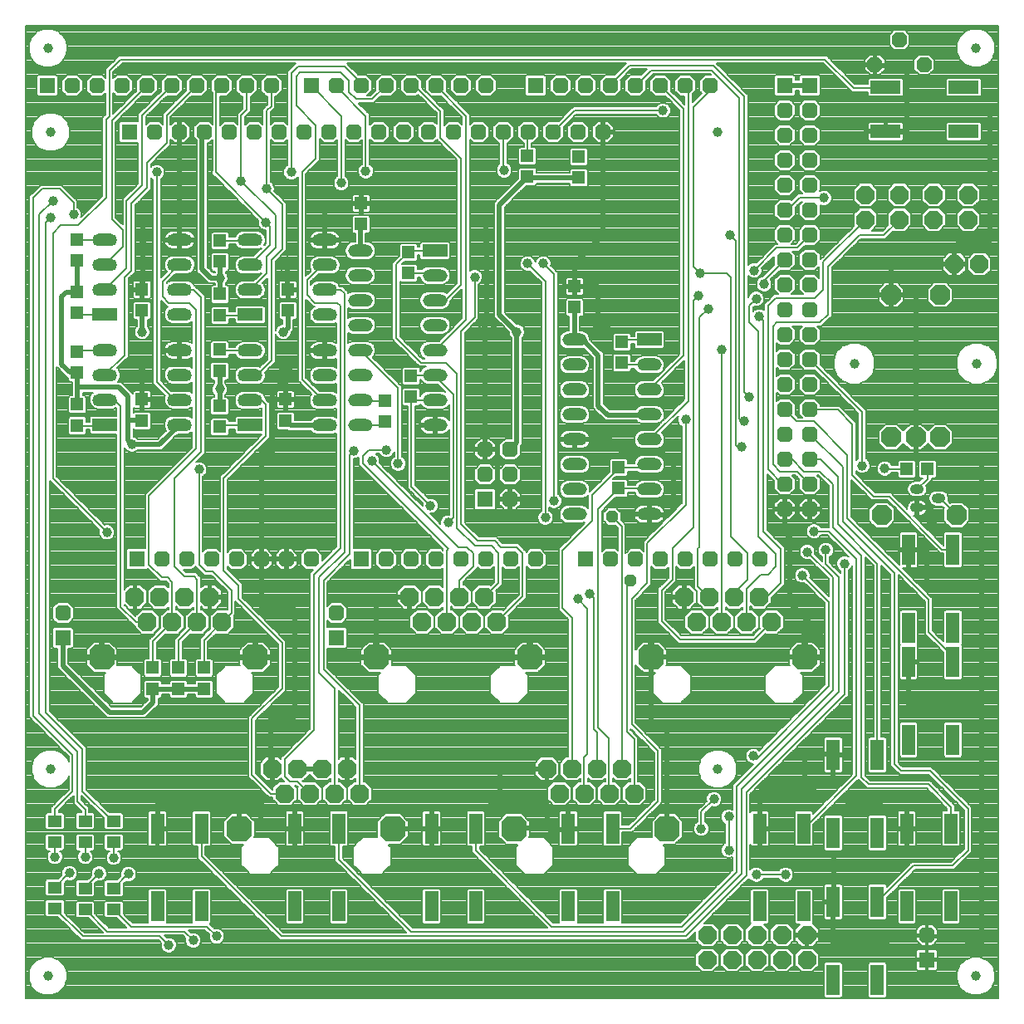
<source format=gtl>
%FSLAX35Y35*%
%MOIN*%
%IN16=KupferobenL2(X.GTL)*%
%ADD10C,0.00591*%
%ADD11C,0.00512*%
%ADD12C,0.00614*%
%ADD13C,0.00768*%
%ADD14C,0.00787*%
%ADD15C,0.01181*%
%ADD16C,0.01280*%
%ADD17C,0.01575*%
%ADD18C,0.01969*%
%ADD19C,0.02362*%
%ADD20C,0.02795*%
%ADD21C,0.03937*%
%ADD22C,0.12205*%
%ADD23C,0.13780*%
%ADD24C,0.14173*%
%AMR_25*21,1,0.00787,0.00787,0,0,0.000*%
%ADD25R_25*%
%AMR_26*21,1,0.01575,0.01575,0,0,0.000*%
%ADD26R_26*%
%AMR_27*21,1,0.01870,0.01870,0,0,0.000*%
%ADD27R_27*%
%AMR_28*21,1,0.01969,0.01969,0,0,0.000*%
%ADD28R_28*%
%AMR_29*21,1,0.02559,0.02559,0,0,0.000*%
%ADD29R_29*%
%AMR_30*21,1,0.04587,0.05433,0,0,90.000*%
%ADD30R_30*%
%AMR_31*21,1,0.05000,0.05000,0,0,0.000*%
%ADD31R_31*%
%AMR_32*21,1,0.05000,0.05000,0,0,90.000*%
%ADD32R_32*%
%AMR_33*21,1,0.05000,0.05000,0,0,270.000*%
%ADD33R_33*%
%AMR_34*21,1,0.05000,0.09843,0,0,270.000*%
%ADD34R_34*%
%AMR_35*21,1,0.05000,0.10000,0,0,90.000*%
%ADD35R_35*%
%AMR_36*21,1,0.12205,0.05118,0,0,90.000*%
%ADD36R_36*%
%AMR_37*21,1,0.12205,0.05118,0,0,180.000*%
%ADD37R_37*%
%AMR_38*21,1,0.19685,0.19685,0,0,0.000*%
%ADD38R_38*%
%AMOCT_39*4,1,8,0.023622,0.011811,0.011811,0.023622,-0.011811,0.023622,-0.023622,0.011811,-0.023622,-0.011811,-0.011811,-0.023622,0.011811,-0.023622,0.023622,-0.011811,0.023622,0.011811,0.000*%
%ADD39OCT_39*%
%AMOCT_40*4,1,8,0.029528,0.014764,0.014764,0.029528,-0.014764,0.029528,-0.029528,0.014764,-0.029528,-0.014764,-0.014764,-0.029528,0.014764,-0.029528,0.029528,-0.014764,0.029528,0.014764,0.000*%
%ADD40OCT_40*%
%AMOCT_41*4,1,8,0.031496,0.015748,0.015748,0.031496,-0.015748,0.031496,-0.031496,0.015748,-0.031496,-0.015748,-0.015748,-0.031496,0.015748,-0.031496,0.031496,-0.015748,0.031496,0.015748,-0.000*%
%ADD41OCT_41*%
%AMOCT_42*4,1,8,0.031496,0.015748,0.015748,0.031496,-0.015748,0.031496,-0.031496,0.015748,-0.031496,-0.015748,-0.015748,-0.031496,0.015748,-0.031496,0.031496,-0.015748,0.031496,0.015748,90.000*%
%ADD42OCT_42*%
%AMOCT_43*4,1,8,0.031496,0.015748,0.015748,0.031496,-0.015748,0.031496,-0.031496,0.015748,-0.031496,-0.015748,-0.015748,-0.031496,0.015748,-0.031496,0.031496,-0.015748,0.031496,0.015748,270.000*%
%ADD43OCT_43*%
%AMOCT_44*4,1,8,0.035433,0.017717,0.017717,0.035433,-0.017717,0.035433,-0.035433,0.017717,-0.035433,-0.017717,-0.017717,-0.035433,0.017717,-0.035433,0.035433,-0.017717,0.035433,0.017717,-0.000*%
%ADD44OCT_44*%
%AMOCT_45*4,1,8,0.035433,0.017717,0.017717,0.035433,-0.017717,0.035433,-0.035433,0.017717,-0.035433,-0.017717,-0.017717,-0.035433,0.017717,-0.035433,0.035433,-0.017717,0.035433,0.017717,180.000*%
%ADD45OCT_45*%
%AMOCT_46*4,1,8,0.035433,0.017717,0.017717,0.035433,-0.017717,0.035433,-0.035433,0.017717,-0.035433,-0.017717,-0.017717,-0.035433,0.017717,-0.035433,0.035433,-0.017717,0.035433,0.017717,270.000*%
%ADD46OCT_46*%
%AMOCT_47*4,1,8,0.037402,0.018701,0.018701,0.037402,-0.018701,0.037402,-0.037402,0.018701,-0.037402,-0.018701,-0.018701,-0.037402,0.018701,-0.037402,0.037402,-0.018701,0.037402,0.018701,180.000*%
%ADD47OCT_47*%
%AMOCT_48*4,1,8,0.039370,0.019685,0.019685,0.039370,-0.019685,0.039370,-0.039370,0.019685,-0.039370,-0.019685,-0.019685,-0.039370,0.019685,-0.039370,0.039370,-0.019685,0.039370,0.019685,0.000*%
%ADD48OCT_48*%
%AMOCT_49*4,1,8,0.051181,0.025591,0.025591,0.051181,-0.025591,0.051181,-0.051181,0.025591,-0.051181,-0.025591,-0.025591,-0.051181,0.025591,-0.051181,0.051181,-0.025591,0.051181,0.025591,180.000*%
%ADD49OCT_49*%
%AMOCT_50*4,1,8,0.063976,0.031988,0.031988,0.063976,-0.031988,0.063976,-0.063976,0.031988,-0.063976,-0.031988,-0.031988,-0.063976,0.031988,-0.063976,0.063976,-0.031988,0.063976,0.031988,180.000*%
%ADD50OCT_50*%
%AMO_51*20,1,0.03937,-0.00787,0.00000,0.00787,0.00000,0*1,1,0.03937,-0.00787,0.00000*1,1,0.03937,0.00787,0.00000*%
%ADD51O_51*%
%AMO_52*20,1,0.05000,-0.02421,0.00000,0.02421,0.00000,0*1,1,0.05000,-0.02421,0.00000*1,1,0.05000,0.02421,0.00000*%
%ADD52O_52*%
%AMO_53*20,1,0.05000,0.02500,0.00000,-0.02500,0.00000,0*1,1,0.05000,0.02500,0.00000*1,1,0.05000,-0.02500,0.00000*%
%ADD53O_53*%
%AMRR_54*21,1,0.06299,0.05039,0,0,-0.000*21,1,0.05039,0.06299,0,0,-0.000*1,1,0.01260,0.02520,0.02520*1,1,0.01260,-0.02520,-0.02520*1,1,0.01260,0.02520,-0.02520*1,1,0.01260,-0.02520,0.02520*%
%ADD54RR_54*%
%AMRR_55*21,1,0.06299,0.05039,0,0,90.000*21,1,0.05039,0.06299,0,0,90.000*1,1,0.01260,-0.02520,0.02520*1,1,0.01260,0.02520,-0.02520*1,1,0.01260,0.02520,0.02520*1,1,0.01260,-0.02520,-0.02520*%
%ADD55RR_55*%
%AMRR_56*21,1,0.06299,0.05039,0,0,270.000*21,1,0.05039,0.06299,0,0,270.000*1,1,0.01260,0.02520,-0.02520*1,1,0.01260,-0.02520,0.02520*1,1,0.01260,-0.02520,-0.02520*1,1,0.01260,0.02520,0.02520*%
%ADD56RR_56*%
G54D10*
X109372Y255396D02*
X106847Y252871D01*
X105873Y253845D01*
X108398Y256370D01*
X109372Y255396D01*
X106296Y253422D02*
X107399Y253422D01*
X106001Y253973D02*
X107950Y253973D01*
X106552Y254525D02*
X108501Y254525D01*
X107103Y255076D02*
X109052Y255076D01*
X107655Y255627D02*
X109141Y255627D01*
X108206Y256178D02*
X108590Y256178D01*
X54215Y69209D02*
X52441Y69357D01*
X52556Y70730D01*
X54329Y70583D01*
X54215Y69209D01*
X52475Y69761D02*
X54261Y69761D01*
X52521Y70312D02*
X54307Y70312D01*
X164254Y69209D02*
X162481Y69357D01*
X162595Y70730D01*
X164369Y70583D01*
X164254Y69209D01*
X162514Y69761D02*
X164300Y69761D01*
X162560Y70312D02*
X164346Y70312D01*
X109703Y255726D02*
X106847Y252871D01*
X105873Y253845D01*
X108728Y256701D01*
X109703Y255726D01*
X106296Y253422D02*
X107399Y253422D01*
X106001Y253973D02*
X107950Y253973D01*
X106552Y254525D02*
X108501Y254525D01*
X107103Y255076D02*
X109052Y255076D01*
X107655Y255627D02*
X109603Y255627D01*
X108206Y256178D02*
X109251Y256178D01*
X187128Y273506D02*
X184918Y271296D01*
X183944Y272271D01*
X186154Y274481D01*
X187128Y273506D01*
X184367Y271847D02*
X185469Y271847D01*
X184072Y272399D02*
X186021Y272399D01*
X184623Y272950D02*
X186572Y272950D01*
X185174Y273501D02*
X187123Y273501D01*
X185725Y274052D02*
X186582Y274052D01*
X107010Y296931D02*
X104761Y294682D01*
X103786Y295656D01*
X106036Y297906D01*
X107010Y296931D01*
X104210Y295233D02*
X105312Y295233D01*
X103914Y295784D02*
X105863Y295784D01*
X104466Y296336D02*
X106414Y296336D01*
X105017Y296887D02*
X106966Y296887D01*
X105568Y297438D02*
X106504Y297438D01*
X105248Y252664D02*
X104750Y253162D01*
X105725Y254137D01*
X106223Y253638D01*
X105248Y252664D01*
X104803Y253215D02*
X105800Y253215D01*
X105354Y253766D02*
X106095Y253766D01*
X184501Y270879D02*
X184396Y270774D01*
X183422Y271749D01*
X183526Y271853D01*
X184501Y270879D01*
X183845Y271325D02*
X184054Y271325D01*
X104343Y294265D02*
X104278Y294199D01*
X103304Y295174D01*
X103369Y295239D01*
X104343Y294265D01*
X103727Y294751D02*
X103857Y294751D01*
X104333Y253580D02*
X102516Y255396D01*
X103491Y256370D01*
X105307Y254554D01*
X104333Y253580D01*
X103781Y254131D02*
X104884Y254131D01*
X103230Y254682D02*
X105179Y254682D01*
X102679Y255233D02*
X104628Y255233D01*
X102905Y255784D02*
X104077Y255784D01*
X103456Y256336D02*
X103525Y256336D01*
X189490Y270588D02*
X186572Y273506D01*
X187546Y274481D01*
X190465Y271562D01*
X189490Y270588D01*
X188939Y271139D02*
X190041Y271139D01*
X188388Y271690D02*
X190337Y271690D01*
X187837Y272241D02*
X189785Y272241D01*
X187285Y272792D02*
X189234Y272792D01*
X186734Y273344D02*
X188683Y273344D01*
X186960Y273895D02*
X188132Y273895D01*
X187511Y274446D02*
X187581Y274446D01*
X367718Y189800D02*
X364918Y192601D01*
X365892Y193575D01*
X368693Y190775D01*
X367718Y189800D01*
X367167Y190351D02*
X368270Y190351D01*
X366616Y190903D02*
X368565Y190903D01*
X366065Y191454D02*
X368014Y191454D01*
X365514Y192005D02*
X367462Y192005D01*
X364963Y192556D02*
X366911Y192556D01*
X365425Y193107D02*
X366360Y193107D01*
G54D14*
X363779Y26761D02*
X363425Y27116D01*
X356535Y388333D02*
X356365Y388504D01*
X355656Y389212D01*
X354948Y389921D01*
X354367Y390502D01*
X350435Y390502D01*
X348267Y388333D02*
X348437Y388504D01*
X349146Y389212D01*
X349855Y389921D01*
X350435Y390502D01*
X348267Y384402D02*
X348267Y384961D01*
X348267Y385669D01*
X348267Y386378D01*
X348267Y387087D01*
X348267Y387795D01*
X348267Y388333D01*
X350435Y382233D02*
X349834Y382835D01*
X349125Y383543D01*
X348417Y384252D01*
X348267Y384402D01*
X350435Y382233D02*
X354367Y382233D01*
X354968Y382835D01*
X355677Y383543D01*
X356385Y384252D01*
X356535Y384402D01*
X356535Y384961D01*
X356535Y385669D01*
X356535Y386378D01*
X356535Y387087D01*
X356535Y387795D01*
X356535Y388333D01*
X387553Y389703D02*
X386960Y389921D01*
X385036Y390630D01*
X384635Y390777D01*
X381564Y390777D01*
X378647Y389703D02*
X379240Y389921D01*
X381164Y390630D01*
X381564Y390777D01*
X376497Y387553D02*
X376739Y387795D01*
X377448Y388504D01*
X378157Y389212D01*
X378647Y389703D01*
X375422Y384635D02*
X375542Y384961D01*
X375803Y385669D01*
X376064Y386378D01*
X376325Y387087D01*
X376497Y387553D01*
X375422Y381564D02*
X375422Y382126D01*
X375422Y382835D01*
X375422Y383543D01*
X375422Y384252D01*
X375422Y384635D01*
X376497Y378647D02*
X376260Y379291D01*
X375999Y380000D01*
X375738Y380709D01*
X375477Y381417D01*
X375422Y381564D01*
X378647Y376497D02*
X377979Y377165D01*
X377270Y377874D01*
X376562Y378583D01*
X376497Y378647D01*
X381564Y375422D02*
X380681Y375748D01*
X378757Y376457D01*
X378647Y376497D01*
X381564Y375422D02*
X384635Y375422D01*
X385519Y375748D01*
X387443Y376457D01*
X387553Y376497D01*
X388221Y377165D01*
X388930Y377874D01*
X389638Y378583D01*
X389703Y378647D01*
X389940Y379291D01*
X390201Y380000D01*
X390462Y380709D01*
X390723Y381417D01*
X390777Y381564D01*
X390777Y382126D01*
X390777Y382835D01*
X390777Y383543D01*
X390777Y384252D01*
X390777Y384635D01*
X390658Y384961D01*
X390397Y385669D01*
X390136Y386378D01*
X389874Y387087D01*
X389703Y387553D01*
X389460Y387795D01*
X388752Y388504D01*
X388043Y389212D01*
X387553Y389703D01*
X15053Y389703D02*
X14460Y389921D01*
X12536Y390630D01*
X12135Y390777D01*
X9064Y390777D01*
X6147Y389703D02*
X6740Y389921D01*
X8664Y390630D01*
X9064Y390777D01*
X3997Y387553D02*
X4239Y387795D01*
X4948Y388504D01*
X5657Y389212D01*
X6147Y389703D01*
X2922Y384635D02*
X3042Y384961D01*
X3303Y385669D01*
X3564Y386378D01*
X3825Y387087D01*
X3997Y387553D01*
X2922Y381564D02*
X2922Y382126D01*
X2922Y382835D01*
X2922Y383543D01*
X2922Y384252D01*
X2922Y384635D01*
X3997Y378647D02*
X3760Y379291D01*
X3499Y380000D01*
X3238Y380709D01*
X2977Y381417D01*
X2922Y381564D01*
X6147Y376497D02*
X5479Y377165D01*
X4770Y377874D01*
X4062Y378583D01*
X3997Y378647D01*
X9064Y375422D02*
X8181Y375748D01*
X6257Y376457D01*
X6147Y376497D01*
X9064Y375422D02*
X12135Y375422D01*
X13019Y375748D01*
X14943Y376457D01*
X15053Y376497D01*
X15721Y377165D01*
X16430Y377874D01*
X17138Y378583D01*
X17203Y378647D01*
X17440Y379291D01*
X17701Y380000D01*
X17962Y380709D01*
X18223Y381417D01*
X18277Y381564D01*
X18277Y382126D01*
X18277Y382835D01*
X18277Y383543D01*
X18277Y384252D01*
X18277Y384635D01*
X18158Y384961D01*
X17897Y385669D01*
X17636Y386378D01*
X17374Y387087D01*
X17203Y387553D01*
X16960Y387795D01*
X16252Y388504D01*
X15543Y389212D01*
X15053Y389703D01*
X366378Y378333D02*
X366129Y378583D01*
X365420Y379291D01*
X364711Y380000D01*
X364209Y380502D01*
X360278Y380502D01*
X358109Y378333D02*
X358359Y378583D01*
X359067Y379291D01*
X359776Y380000D01*
X360278Y380502D01*
X358109Y374402D02*
X358109Y375039D01*
X358109Y375748D01*
X358109Y376457D01*
X358109Y377165D01*
X358109Y377874D01*
X358109Y378333D01*
X360278Y372233D02*
X359598Y372913D01*
X358889Y373622D01*
X358181Y374331D01*
X358109Y374402D01*
X360278Y372233D02*
X364209Y372233D01*
X364889Y372913D01*
X365598Y373622D01*
X366307Y374331D01*
X366378Y374402D01*
X366378Y375039D01*
X366378Y375748D01*
X366378Y376457D01*
X366378Y377165D01*
X366378Y377874D01*
X366378Y378333D01*
X346693Y378333D02*
X346444Y378583D01*
X345735Y379291D01*
X345026Y380000D01*
X344524Y380502D01*
X342559Y380502D02*
X340593Y380502D01*
X338424Y378333D02*
X338673Y378583D01*
X339382Y379291D01*
X340091Y380000D01*
X340593Y380502D01*
X338424Y374402D02*
X338424Y375039D01*
X338424Y375748D01*
X338424Y376368D02*
X338424Y376457D01*
X338424Y377165D01*
X338424Y377874D01*
X338424Y378333D01*
X340593Y372233D02*
X339913Y372913D01*
X339204Y373622D01*
X338496Y374331D01*
X338424Y374402D01*
X342559Y372233D02*
X344524Y372233D01*
X345204Y372913D01*
X345913Y373622D01*
X346622Y374331D01*
X346693Y374402D01*
X346693Y375039D01*
X346693Y375748D01*
X346693Y376171D02*
X346693Y376457D01*
X346693Y377165D01*
X346693Y377874D01*
X346693Y378333D01*
X320709Y371739D02*
X320243Y372205D01*
X320016Y372431D01*
X312738Y372431D01*
X312046Y371739D02*
X312512Y372205D01*
X312738Y372431D01*
X312046Y370266D02*
X312046Y370787D01*
X312046Y371496D01*
X312046Y371739D01*
X312046Y370266D02*
X310669Y370266D01*
X310669Y370787D01*
X310669Y371496D01*
X310669Y371739D01*
X310203Y372205D01*
X309977Y372431D01*
X302699Y372431D01*
X302007Y371739D02*
X302473Y372205D01*
X302699Y372431D01*
X302007Y364461D02*
X302007Y365118D01*
X302007Y365827D01*
X302007Y366535D01*
X302007Y367244D01*
X302007Y367953D01*
X302007Y368661D01*
X302007Y369370D01*
X302007Y370079D01*
X302007Y370787D01*
X302007Y371496D01*
X302007Y371739D01*
X302699Y363769D02*
X302059Y364409D01*
X302007Y364461D01*
X302699Y363769D02*
X309977Y363769D01*
X310618Y364409D01*
X310669Y364461D01*
X310669Y365118D01*
X310669Y365827D01*
X310669Y365934D01*
X312046Y365934D01*
X312046Y364461D02*
X312046Y365118D01*
X312046Y365827D01*
X312046Y365934D01*
X312738Y363769D02*
X312098Y364409D01*
X312046Y364461D01*
X312738Y363769D02*
X320016Y363769D01*
X320657Y364409D01*
X320709Y364461D01*
X320709Y365118D01*
X320709Y365827D01*
X320709Y366535D01*
X320709Y367244D01*
X320709Y367953D01*
X320709Y368661D01*
X320709Y369370D01*
X320709Y370079D01*
X320709Y370787D01*
X320709Y371496D01*
X320709Y371739D01*
X230669Y370164D02*
X230046Y370787D01*
X229337Y371496D01*
X228629Y372205D01*
X228402Y372431D01*
X224274Y372431D01*
X222007Y370164D02*
X222630Y370787D01*
X223339Y371496D01*
X224048Y372205D01*
X224274Y372431D01*
X222007Y366036D02*
X222007Y366535D01*
X222007Y367244D01*
X222007Y367953D01*
X222007Y368661D01*
X222007Y369370D01*
X222007Y370079D01*
X222007Y370164D01*
X224274Y363769D02*
X223633Y364409D01*
X222925Y365118D01*
X222216Y365827D01*
X222007Y366036D01*
X224274Y363769D02*
X228402Y363769D01*
X229043Y364409D01*
X229751Y365118D01*
X230460Y365827D01*
X230669Y366036D01*
X230669Y366535D01*
X230669Y367244D01*
X230669Y367953D01*
X230669Y368661D01*
X230669Y369370D01*
X230669Y370079D01*
X230669Y370164D01*
X220669Y370164D02*
X220046Y370787D01*
X219337Y371496D01*
X218629Y372205D01*
X218402Y372431D01*
X214274Y372431D01*
X212007Y370164D02*
X212630Y370787D01*
X213339Y371496D01*
X214048Y372205D01*
X214274Y372431D01*
X212007Y366036D02*
X212007Y366535D01*
X212007Y367244D01*
X212007Y367953D01*
X212007Y368661D01*
X212007Y369370D01*
X212007Y370079D01*
X212007Y370164D01*
X214274Y363769D02*
X213633Y364409D01*
X212925Y365118D01*
X212216Y365827D01*
X212007Y366036D01*
X214274Y363769D02*
X218402Y363769D01*
X219043Y364409D01*
X219751Y365118D01*
X220460Y365827D01*
X220669Y366036D01*
X220669Y366535D01*
X220669Y367244D01*
X220669Y367953D01*
X220669Y368661D01*
X220669Y369370D01*
X220669Y370079D01*
X220669Y370164D01*
X210669Y371739D02*
X210203Y372205D01*
X209977Y372431D01*
X202699Y372431D01*
X202007Y371739D02*
X202473Y372205D01*
X202699Y372431D01*
X202007Y364461D02*
X202007Y365118D01*
X202007Y365827D01*
X202007Y366535D01*
X202007Y367244D01*
X202007Y367953D01*
X202007Y368661D01*
X202007Y369370D01*
X202007Y370079D01*
X202007Y370787D01*
X202007Y371496D01*
X202007Y371739D01*
X202699Y363769D02*
X202059Y364409D01*
X202007Y364461D01*
X202699Y363769D02*
X209977Y363769D01*
X210618Y364409D01*
X210669Y364461D01*
X210669Y365118D01*
X210669Y365827D01*
X210669Y366535D01*
X210669Y367244D01*
X210669Y367953D01*
X210669Y368661D01*
X210669Y369370D01*
X210669Y370079D01*
X210669Y370787D01*
X210669Y371496D01*
X210669Y371739D01*
X190709Y370164D02*
X190085Y370787D01*
X189377Y371496D01*
X188668Y372205D01*
X188442Y372431D01*
X184313Y372431D01*
X182046Y370164D02*
X182670Y370787D01*
X183378Y371496D01*
X184087Y372205D01*
X184313Y372431D01*
X182046Y366036D02*
X182046Y366535D01*
X182046Y367244D01*
X182046Y367953D01*
X182046Y368661D01*
X182046Y369370D01*
X182046Y370079D01*
X182046Y370164D01*
X184313Y363769D02*
X183673Y364409D01*
X182964Y365118D01*
X182255Y365827D01*
X182046Y366036D01*
X184313Y363769D02*
X188442Y363769D01*
X189082Y364409D01*
X189791Y365118D01*
X190500Y365827D01*
X190709Y366036D01*
X190709Y366535D01*
X190709Y367244D01*
X190709Y367953D01*
X190709Y368661D01*
X190709Y369370D01*
X190709Y370079D01*
X190709Y370164D01*
X180709Y370164D02*
X180085Y370787D01*
X179377Y371496D01*
X178668Y372205D01*
X178442Y372431D01*
X174313Y372431D01*
X172046Y370164D02*
X172670Y370787D01*
X173378Y371496D01*
X174087Y372205D01*
X174313Y372431D01*
X172046Y366036D02*
X172046Y366535D01*
X172046Y367244D01*
X172046Y367953D01*
X172046Y368661D01*
X172046Y369370D01*
X172046Y370079D01*
X172046Y370164D01*
X174313Y363769D02*
X173673Y364409D01*
X172964Y365118D01*
X172255Y365827D01*
X172046Y366036D01*
X174313Y363769D02*
X178442Y363769D01*
X179082Y364409D01*
X179791Y365118D01*
X180500Y365827D01*
X180709Y366036D01*
X180709Y366535D01*
X180709Y367244D01*
X180709Y367953D01*
X180709Y368661D01*
X180709Y369370D01*
X180709Y370079D01*
X180709Y370164D01*
X24606Y370164D02*
X23983Y370787D01*
X23274Y371496D01*
X22566Y372205D01*
X22339Y372431D01*
X18211Y372431D01*
X15944Y370164D02*
X16567Y370787D01*
X17276Y371496D01*
X17985Y372205D01*
X18211Y372431D01*
X15944Y366036D02*
X15944Y366535D01*
X15944Y367244D01*
X15944Y367953D01*
X15944Y368661D01*
X15944Y369370D01*
X15944Y370079D01*
X15944Y370164D01*
X18211Y363769D02*
X17570Y364409D01*
X16862Y365118D01*
X16153Y365827D01*
X15944Y366036D01*
X18211Y363769D02*
X22339Y363769D01*
X22980Y364409D01*
X23688Y365118D01*
X24397Y365827D01*
X24606Y366036D01*
X24606Y366535D01*
X24606Y367244D01*
X24606Y367953D01*
X24606Y368661D01*
X24606Y369370D01*
X24606Y370079D01*
X24606Y370164D01*
X14606Y371739D02*
X14140Y372205D01*
X13914Y372431D01*
X6636Y372431D01*
X5944Y371739D02*
X6410Y372205D01*
X6636Y372431D01*
X5944Y364461D02*
X5944Y365118D01*
X5944Y365827D01*
X5944Y366535D01*
X5944Y367244D01*
X5944Y367953D01*
X5944Y368661D01*
X5944Y369370D01*
X5944Y370079D01*
X5944Y370787D01*
X5944Y371496D01*
X5944Y371739D01*
X6636Y363769D02*
X5996Y364409D01*
X5944Y364461D01*
X6636Y363769D02*
X13914Y363769D01*
X14555Y364409D01*
X14606Y364461D01*
X14606Y365118D01*
X14606Y365827D01*
X14606Y366535D01*
X14606Y367244D01*
X14606Y367953D01*
X14606Y368661D01*
X14606Y369370D01*
X14606Y370079D01*
X14606Y370787D01*
X14606Y371496D01*
X14606Y371739D01*
X385472Y370361D02*
X385046Y370787D01*
X384780Y371053D01*
X371597Y371053D01*
X370905Y370361D02*
X371331Y370787D01*
X371597Y371053D01*
X370905Y364264D02*
X370905Y364409D01*
X370905Y365118D01*
X370905Y365827D01*
X370905Y366535D01*
X370905Y367244D01*
X370905Y367953D01*
X370905Y368661D01*
X370905Y369370D01*
X370905Y370079D01*
X370905Y370361D01*
X371597Y363572D02*
X371468Y363701D01*
X370905Y364264D01*
X371597Y363572D02*
X384780Y363572D01*
X384909Y363701D01*
X385472Y364264D01*
X385472Y364409D01*
X385472Y365118D01*
X385472Y365827D01*
X385472Y366535D01*
X385472Y367244D01*
X385472Y367953D01*
X385472Y368661D01*
X385472Y369370D01*
X385472Y370079D01*
X385472Y370361D01*
X324055Y379185D02*
X323949Y379291D01*
X323241Y380000D01*
X323132Y380108D01*
X39150Y380108D01*
X38227Y379185D02*
X38333Y379291D01*
X39042Y380000D01*
X39150Y380108D01*
X38227Y379185D02*
X38227Y379185D01*
X34623Y375581D02*
X34790Y375748D01*
X35499Y376457D01*
X36207Y377165D01*
X36916Y377874D01*
X37625Y378583D01*
X38227Y379185D01*
X34623Y375581D02*
X34623Y375581D01*
X33700Y374658D02*
X34081Y375039D01*
X34623Y375581D01*
X33700Y371070D02*
X33700Y371496D01*
X33700Y372205D01*
X33700Y372913D01*
X33700Y373622D01*
X33700Y374331D01*
X33700Y374658D01*
X33700Y371070D02*
X33274Y371496D01*
X32566Y372205D01*
X32339Y372431D01*
X28211Y372431D01*
X25944Y370164D02*
X26567Y370787D01*
X27276Y371496D01*
X27985Y372205D01*
X28211Y372431D01*
X25944Y366036D02*
X25944Y366535D01*
X25944Y367244D01*
X25944Y367953D01*
X25944Y368661D01*
X25944Y369370D01*
X25944Y370079D01*
X25944Y370164D01*
X28211Y363769D02*
X27570Y364409D01*
X26862Y365118D01*
X26153Y365827D01*
X25944Y366036D01*
X28211Y363769D02*
X32339Y363769D01*
X32980Y364409D01*
X33688Y365118D01*
X33700Y365129D01*
X33700Y356548D02*
X33700Y356614D01*
X33700Y357323D01*
X33700Y358031D01*
X33700Y358740D01*
X33700Y359449D01*
X33700Y360157D01*
X33700Y360866D01*
X33700Y361575D01*
X33700Y362283D01*
X33700Y362992D01*
X33700Y363701D01*
X33700Y364409D01*
X33700Y365118D01*
X33700Y365129D01*
X33245Y356092D02*
X33700Y356548D01*
X33245Y356092D02*
X33245Y356092D01*
X32322Y355170D02*
X32349Y355197D01*
X33058Y355905D01*
X33245Y356092D01*
X32322Y323674D02*
X32322Y324016D01*
X32322Y324724D01*
X32322Y325433D01*
X32322Y326142D01*
X32322Y326850D01*
X32322Y327559D01*
X32322Y328268D01*
X32322Y328976D01*
X32322Y329685D01*
X32322Y330394D01*
X32322Y331102D01*
X32322Y331811D01*
X32322Y332520D01*
X32322Y333228D01*
X32322Y333937D01*
X32322Y334646D01*
X32322Y335354D01*
X32322Y336063D01*
X32322Y336772D01*
X32322Y337480D01*
X32322Y338189D01*
X32322Y338898D01*
X32322Y339606D01*
X32322Y340315D01*
X32322Y341024D01*
X32322Y341732D01*
X32322Y342441D01*
X32322Y343150D01*
X32322Y343858D01*
X32322Y344567D01*
X32322Y345275D01*
X32322Y345984D01*
X32322Y346693D01*
X32322Y347401D01*
X32322Y348110D01*
X32322Y348819D01*
X32322Y349527D01*
X32322Y350236D01*
X32322Y350945D01*
X32322Y351653D01*
X32322Y352362D01*
X32322Y353071D01*
X32322Y353779D01*
X32322Y354488D01*
X32322Y355170D01*
X23885Y315237D02*
X24160Y315512D01*
X24869Y316220D01*
X25577Y316929D01*
X26286Y317638D01*
X26995Y318346D01*
X27703Y319055D01*
X28412Y319764D01*
X29121Y320472D01*
X29829Y321181D01*
X30538Y321890D01*
X31247Y322598D01*
X31955Y323307D01*
X32322Y323674D01*
X23885Y315237D02*
X23986Y315512D01*
X24055Y315698D01*
X24055Y316220D01*
X24055Y316929D01*
X24055Y316958D01*
X23805Y317638D01*
X23614Y318155D01*
X23423Y318346D01*
X22732Y319037D01*
X22684Y319055D01*
X22480Y319130D01*
X22480Y319764D01*
X22480Y320472D01*
X22480Y321181D01*
X22480Y321705D01*
X22296Y321890D01*
X21587Y322598D01*
X21557Y322628D01*
X21557Y322628D01*
X20878Y323307D01*
X20170Y324016D01*
X19461Y324724D01*
X18752Y325433D01*
X18044Y326142D01*
X17335Y326850D01*
X16968Y327217D01*
X16968Y327217D01*
X16626Y327559D01*
X16046Y328140D01*
X7654Y328140D01*
X6731Y327217D02*
X7073Y327559D01*
X7654Y328140D01*
X6731Y327217D02*
X6731Y327217D01*
X4111Y324596D02*
X4239Y324724D01*
X4947Y325433D01*
X5656Y326142D01*
X6365Y326850D01*
X6731Y327217D01*
X4111Y324596D02*
X4111Y324596D01*
X3188Y323674D02*
X3530Y324016D01*
X4111Y324596D01*
X3188Y114495D02*
X3188Y114961D01*
X3188Y115669D01*
X3188Y116378D01*
X3188Y117087D01*
X3188Y117795D01*
X3188Y118504D01*
X3188Y119212D01*
X3188Y119921D01*
X3188Y120630D01*
X3188Y121338D01*
X3188Y122047D01*
X3188Y122756D01*
X3188Y123464D01*
X3188Y124173D01*
X3188Y124882D01*
X3188Y125590D01*
X3188Y126299D01*
X3188Y127008D01*
X3188Y127716D01*
X3188Y128425D01*
X3188Y129134D01*
X3188Y129842D01*
X3188Y130551D01*
X3188Y131260D01*
X3188Y131968D01*
X3188Y132677D01*
X3188Y133386D01*
X3188Y134094D01*
X3188Y134803D01*
X3188Y135512D01*
X3188Y136220D01*
X3188Y136929D01*
X3188Y137638D01*
X3188Y138346D01*
X3188Y139055D01*
X3188Y139764D01*
X3188Y140472D01*
X3188Y141181D01*
X3188Y141890D01*
X3188Y142598D01*
X3188Y143307D01*
X3188Y144016D01*
X3188Y144724D01*
X3188Y145433D01*
X3188Y146142D01*
X3188Y146850D01*
X3188Y147559D01*
X3188Y148268D01*
X3188Y148976D01*
X3188Y149685D01*
X3188Y150394D01*
X3188Y151102D01*
X3188Y151811D01*
X3188Y152520D01*
X3188Y153228D01*
X3188Y153937D01*
X3188Y154646D01*
X3188Y155354D01*
X3188Y156063D01*
X3188Y156772D01*
X3188Y157480D01*
X3188Y158189D01*
X3188Y158898D01*
X3188Y159606D01*
X3188Y160315D01*
X3188Y161024D01*
X3188Y161732D01*
X3188Y162441D01*
X3188Y163150D01*
X3188Y163858D01*
X3188Y164567D01*
X3188Y165275D01*
X3188Y165984D01*
X3188Y166693D01*
X3188Y167401D01*
X3188Y168110D01*
X3188Y168819D01*
X3188Y169527D01*
X3188Y170236D01*
X3188Y170945D01*
X3188Y171653D01*
X3188Y172362D01*
X3188Y173071D01*
X3188Y173779D01*
X3188Y174488D01*
X3188Y175197D01*
X3188Y175905D01*
X3188Y176614D01*
X3188Y177323D01*
X3188Y178031D01*
X3188Y178740D01*
X3188Y179449D01*
X3188Y180157D01*
X3188Y180866D01*
X3188Y181575D01*
X3188Y182283D01*
X3188Y182992D01*
X3188Y183701D01*
X3188Y184409D01*
X3188Y185118D01*
X3188Y185827D01*
X3188Y186535D01*
X3188Y187244D01*
X3188Y187953D01*
X3188Y188661D01*
X3188Y189370D01*
X3188Y190079D01*
X3188Y190787D01*
X3188Y191496D01*
X3188Y192205D01*
X3188Y192913D01*
X3188Y193622D01*
X3188Y194331D01*
X3188Y195039D01*
X3188Y195748D01*
X3188Y196457D01*
X3188Y197165D01*
X3188Y197874D01*
X3188Y198583D01*
X3188Y199291D01*
X3188Y200000D01*
X3188Y200709D01*
X3188Y201417D01*
X3188Y202126D01*
X3188Y202835D01*
X3188Y203543D01*
X3188Y204252D01*
X3188Y204961D01*
X3188Y205669D01*
X3188Y206378D01*
X3188Y207087D01*
X3188Y207795D01*
X3188Y208504D01*
X3188Y209212D01*
X3188Y209921D01*
X3188Y210630D01*
X3188Y211338D01*
X3188Y212047D01*
X3188Y212756D01*
X3188Y213464D01*
X3188Y214173D01*
X3188Y214882D01*
X3188Y215590D01*
X3188Y216299D01*
X3188Y217008D01*
X3188Y217716D01*
X3188Y218425D01*
X3188Y219134D01*
X3188Y219842D01*
X3188Y220551D01*
X3188Y221260D01*
X3188Y221968D01*
X3188Y222677D01*
X3188Y223386D01*
X3188Y224094D01*
X3188Y224803D01*
X3188Y225512D01*
X3188Y226220D01*
X3188Y226929D01*
X3188Y227638D01*
X3188Y228346D01*
X3188Y229055D01*
X3188Y229764D01*
X3188Y230472D01*
X3188Y231181D01*
X3188Y231890D01*
X3188Y232598D01*
X3188Y233307D01*
X3188Y234016D01*
X3188Y234724D01*
X3188Y235433D01*
X3188Y236142D01*
X3188Y236850D01*
X3188Y237559D01*
X3188Y238268D01*
X3188Y238976D01*
X3188Y239685D01*
X3188Y240394D01*
X3188Y241102D01*
X3188Y241811D01*
X3188Y242520D01*
X3188Y243228D01*
X3188Y243937D01*
X3188Y244646D01*
X3188Y245354D01*
X3188Y246063D01*
X3188Y246772D01*
X3188Y247480D01*
X3188Y248189D01*
X3188Y248898D01*
X3188Y249606D01*
X3188Y250315D01*
X3188Y251024D01*
X3188Y251732D01*
X3188Y252441D01*
X3188Y253150D01*
X3188Y253858D01*
X3188Y254567D01*
X3188Y255275D01*
X3188Y255984D01*
X3188Y256693D01*
X3188Y257401D01*
X3188Y258110D01*
X3188Y258819D01*
X3188Y259527D01*
X3188Y260236D01*
X3188Y260945D01*
X3188Y261653D01*
X3188Y262362D01*
X3188Y263071D01*
X3188Y263779D01*
X3188Y264488D01*
X3188Y265197D01*
X3188Y265905D01*
X3188Y266614D01*
X3188Y267323D01*
X3188Y268031D01*
X3188Y268740D01*
X3188Y269449D01*
X3188Y270157D01*
X3188Y270866D01*
X3188Y271575D01*
X3188Y272283D01*
X3188Y272992D01*
X3188Y273701D01*
X3188Y274409D01*
X3188Y275118D01*
X3188Y275827D01*
X3188Y276535D01*
X3188Y277244D01*
X3188Y277953D01*
X3188Y278661D01*
X3188Y279370D01*
X3188Y280079D01*
X3188Y280787D01*
X3188Y281496D01*
X3188Y282205D01*
X3188Y282913D01*
X3188Y283622D01*
X3188Y284331D01*
X3188Y285039D01*
X3188Y285748D01*
X3188Y286457D01*
X3188Y287165D01*
X3188Y287874D01*
X3188Y288583D01*
X3188Y289291D01*
X3188Y290000D01*
X3188Y290709D01*
X3188Y291417D01*
X3188Y292126D01*
X3188Y292835D01*
X3188Y293543D01*
X3188Y294252D01*
X3188Y294961D01*
X3188Y295669D01*
X3188Y296378D01*
X3188Y297087D01*
X3188Y297795D01*
X3188Y298504D01*
X3188Y299212D01*
X3188Y299921D01*
X3188Y300630D01*
X3188Y301338D01*
X3188Y302047D01*
X3188Y302756D01*
X3188Y303464D01*
X3188Y304173D01*
X3188Y304882D01*
X3188Y305590D01*
X3188Y306299D01*
X3188Y307008D01*
X3188Y307716D01*
X3188Y308425D01*
X3188Y309134D01*
X3188Y309842D01*
X3188Y310551D01*
X3188Y311260D01*
X3188Y311968D01*
X3188Y312677D01*
X3188Y313386D01*
X3188Y314094D01*
X3188Y314803D01*
X3188Y315512D01*
X3188Y316220D01*
X3188Y316929D01*
X3188Y317638D01*
X3188Y318346D01*
X3188Y319055D01*
X3188Y319764D01*
X3188Y320472D01*
X3188Y321181D01*
X3188Y321890D01*
X3188Y322598D01*
X3188Y323307D01*
X3188Y323674D01*
X4111Y113572D02*
X3431Y114252D01*
X3188Y114495D01*
X4111Y113572D02*
X4111Y113572D01*
X18936Y98747D02*
X18313Y99370D01*
X17604Y100079D01*
X16895Y100787D01*
X16187Y101496D01*
X15478Y102205D01*
X14769Y102913D01*
X14061Y103622D01*
X13352Y104331D01*
X12643Y105039D01*
X11935Y105748D01*
X11226Y106457D01*
X10518Y107165D01*
X9809Y107874D01*
X9100Y108583D01*
X8392Y109291D01*
X7683Y110000D01*
X6974Y110709D01*
X6266Y111417D01*
X5557Y112126D01*
X4848Y112835D01*
X4140Y113543D01*
X4111Y113572D01*
X18936Y96606D02*
X18936Y97244D01*
X18936Y97953D01*
X18936Y98661D01*
X18936Y98747D01*
X18936Y96606D02*
X18701Y97244D01*
X18440Y97953D01*
X18344Y98212D01*
X17895Y98661D01*
X17187Y99370D01*
X16478Y100079D01*
X16195Y100362D01*
X15040Y100787D01*
X13277Y101437D01*
X10206Y101437D01*
X7289Y100362D02*
X8443Y100787D01*
X10206Y101437D01*
X5139Y98212D02*
X5588Y98661D01*
X6297Y99370D01*
X7005Y100079D01*
X7289Y100362D01*
X4064Y95295D02*
X4260Y95827D01*
X4521Y96535D01*
X4782Y97244D01*
X5043Y97953D01*
X5139Y98212D01*
X4064Y92224D02*
X4064Y92283D01*
X4064Y92992D01*
X4064Y93701D01*
X4064Y94409D01*
X4064Y95118D01*
X4064Y95295D01*
X5139Y89306D02*
X5086Y89449D01*
X4825Y90157D01*
X4564Y90866D01*
X4303Y91575D01*
X4064Y92224D01*
X7289Y87157D02*
X7123Y87323D01*
X6414Y88031D01*
X5705Y88740D01*
X5139Y89306D01*
X10206Y86082D02*
X8761Y86614D01*
X7289Y87157D01*
X10206Y86082D02*
X13277Y86082D01*
X14722Y86614D01*
X16195Y87157D01*
X16361Y87323D01*
X17069Y88031D01*
X17778Y88740D01*
X18344Y89306D01*
X18397Y89449D01*
X18658Y90157D01*
X18919Y90866D01*
X18936Y90913D01*
X18936Y85485D02*
X18936Y85905D01*
X18936Y86614D01*
X18936Y87323D01*
X18936Y88031D01*
X18936Y88740D01*
X18936Y89449D01*
X18936Y90157D01*
X18936Y90866D01*
X18936Y90913D01*
X12772Y79321D02*
X12979Y79527D01*
X13688Y80236D01*
X14396Y80945D01*
X15105Y81653D01*
X15814Y82362D01*
X16522Y83071D01*
X17231Y83779D01*
X17940Y84488D01*
X18648Y85197D01*
X18936Y85485D01*
X12772Y79321D02*
X12772Y79321D01*
X11850Y78398D02*
X12270Y78819D01*
X12772Y79321D01*
X11850Y76240D02*
X11850Y76693D01*
X11850Y77401D01*
X11850Y78110D01*
X11850Y78398D01*
X11850Y76240D02*
X10219Y76240D01*
X9527Y75548D02*
X9963Y75984D01*
X10219Y76240D01*
X9527Y69983D02*
X9527Y70315D01*
X9527Y71024D01*
X9527Y71732D01*
X9527Y72441D01*
X9527Y73150D01*
X9527Y73858D01*
X9527Y74567D01*
X9527Y75275D01*
X9527Y75548D01*
X10219Y69290D02*
X9903Y69606D01*
X9527Y69983D01*
X10219Y69290D02*
X16631Y69290D01*
X16946Y69606D01*
X17323Y69983D01*
X17323Y70315D01*
X17323Y71024D01*
X17323Y71732D01*
X17323Y72441D01*
X17323Y73150D01*
X17323Y73858D01*
X17323Y74567D01*
X17323Y75275D01*
X17323Y75548D01*
X16887Y75984D01*
X16631Y76240D01*
X15000Y76240D01*
X15000Y76693D01*
X15000Y77093D01*
X15308Y77401D01*
X16017Y78110D01*
X16726Y78819D01*
X17434Y79527D01*
X18143Y80236D01*
X18852Y80945D01*
X19560Y81653D01*
X20269Y82362D01*
X20905Y82998D01*
X20905Y80046D02*
X20905Y80236D01*
X20905Y80945D01*
X20905Y81653D01*
X20905Y82362D01*
X20905Y82998D01*
X21827Y79123D02*
X21423Y79527D01*
X20905Y80046D01*
X21827Y79123D02*
X21827Y79123D01*
X24054Y76896D02*
X23549Y77401D01*
X22840Y78110D01*
X22132Y78819D01*
X21827Y79123D01*
X24054Y76240D02*
X24054Y76693D01*
X24054Y76896D01*
X24054Y76240D02*
X22423Y76240D01*
X21731Y75548D02*
X22168Y75984D01*
X22423Y76240D01*
X21731Y69983D02*
X21731Y70315D01*
X21731Y71024D01*
X21731Y71732D01*
X21731Y72441D01*
X21731Y73150D01*
X21731Y73858D01*
X21731Y74567D01*
X21731Y75275D01*
X21731Y75548D01*
X22423Y69290D02*
X22108Y69606D01*
X21731Y69983D01*
X22423Y69290D02*
X28835Y69290D01*
X29151Y69606D01*
X29527Y69983D01*
X29527Y70315D01*
X29527Y71024D01*
X29527Y71732D01*
X29527Y72441D01*
X29527Y73150D01*
X29527Y73858D01*
X29527Y74567D01*
X29527Y75275D01*
X29527Y75548D01*
X29091Y75984D01*
X28835Y76240D01*
X27205Y76240D01*
X27205Y76693D01*
X27205Y77401D01*
X27205Y78110D01*
X27205Y78201D01*
X26587Y78819D01*
X26282Y79124D01*
X26282Y79124D01*
X25878Y79527D01*
X25170Y80236D01*
X24461Y80945D01*
X24055Y81351D01*
X24055Y81653D01*
X24055Y82362D01*
X24055Y82998D01*
X33149Y73904D02*
X32486Y74567D01*
X31777Y75275D01*
X31069Y75984D01*
X30360Y76693D01*
X29651Y77401D01*
X28943Y78110D01*
X28234Y78819D01*
X27525Y79527D01*
X26817Y80236D01*
X26108Y80945D01*
X25399Y81653D01*
X24691Y82362D01*
X24055Y82998D01*
X33149Y69983D02*
X33149Y70315D01*
X33149Y71024D01*
X33149Y71732D01*
X33149Y72441D01*
X33149Y73150D01*
X33149Y73858D01*
X33149Y73904D01*
X33841Y69290D02*
X33525Y69606D01*
X33149Y69983D01*
X33841Y69290D02*
X40253Y69290D01*
X40568Y69606D01*
X40945Y69983D01*
X40945Y70315D01*
X40945Y71024D01*
X40945Y71732D01*
X40945Y72441D01*
X40945Y73150D01*
X40945Y73858D01*
X40945Y74567D01*
X40945Y75275D01*
X40945Y75548D01*
X40509Y75984D01*
X40253Y76240D01*
X35268Y76240D01*
X34815Y76693D01*
X34107Y77401D01*
X33398Y78110D01*
X32689Y78819D01*
X31981Y79527D01*
X31272Y80236D01*
X30563Y80945D01*
X29855Y81653D01*
X29146Y82362D01*
X28437Y83071D01*
X27729Y83779D01*
X27020Y84488D01*
X26311Y85197D01*
X26024Y85485D01*
X26024Y85905D01*
X26024Y86614D01*
X26024Y87323D01*
X26024Y88031D01*
X26024Y88740D01*
X26024Y89449D01*
X26024Y90157D01*
X26024Y90866D01*
X26024Y91575D01*
X26024Y92283D01*
X26024Y92992D01*
X26024Y93701D01*
X26024Y94409D01*
X26024Y95118D01*
X26024Y95827D01*
X26024Y96535D01*
X26024Y97244D01*
X26024Y97953D01*
X26024Y98661D01*
X26024Y99370D01*
X26024Y100079D01*
X26024Y100787D01*
X26024Y101496D01*
X26024Y102205D01*
X26024Y102414D01*
X25524Y102913D01*
X25101Y103337D01*
X25101Y103337D01*
X24815Y103622D01*
X24107Y104331D01*
X23398Y105039D01*
X22689Y105748D01*
X21981Y106457D01*
X21272Y107165D01*
X20563Y107874D01*
X19855Y108583D01*
X19146Y109291D01*
X18437Y110000D01*
X17729Y110709D01*
X17020Y111417D01*
X16311Y112126D01*
X15603Y112835D01*
X14894Y113543D01*
X14185Y114252D01*
X13477Y114961D01*
X12768Y115669D01*
X12059Y116378D01*
X11457Y116981D01*
X11457Y117087D01*
X11457Y117795D01*
X11457Y118504D01*
X11457Y119212D01*
X11457Y119921D01*
X11457Y120630D01*
X11457Y121338D01*
X11457Y122047D01*
X11457Y122756D01*
X11457Y123464D01*
X11457Y124173D01*
X11457Y124882D01*
X11457Y125590D01*
X11457Y126299D01*
X11457Y127008D01*
X11457Y127716D01*
X11457Y128425D01*
X11457Y129134D01*
X11457Y129842D01*
X11457Y130551D01*
X11457Y131260D01*
X11457Y131968D01*
X11457Y132677D01*
X11457Y133386D01*
X11457Y134094D01*
X11457Y134803D01*
X11457Y135512D01*
X11457Y136220D01*
X11457Y136929D01*
X11457Y137638D01*
X11457Y138346D01*
X11457Y139055D01*
X11457Y139764D01*
X11457Y140472D01*
X11457Y141181D01*
X11457Y141890D01*
X11457Y142598D01*
X11457Y143307D01*
X11457Y144016D01*
X11457Y144724D01*
X11457Y145433D01*
X11457Y146142D01*
X11457Y146850D01*
X11457Y147559D01*
X11457Y148268D01*
X11457Y148976D01*
X11457Y149685D01*
X11457Y150394D01*
X11457Y151102D01*
X11457Y151811D01*
X11457Y152520D01*
X11457Y153228D01*
X11457Y153937D01*
X11457Y154646D01*
X11457Y155354D01*
X11457Y156063D01*
X11457Y156772D01*
X11457Y157480D01*
X11457Y158189D01*
X11457Y158898D01*
X11457Y159606D01*
X11457Y160315D01*
X11457Y161024D01*
X11457Y161732D01*
X11457Y162441D01*
X11457Y163150D01*
X11457Y163858D01*
X11457Y164567D01*
X11457Y165275D01*
X11457Y165984D01*
X11457Y166693D01*
X11457Y167401D01*
X11457Y168110D01*
X11457Y168819D01*
X11457Y169527D01*
X11457Y170236D01*
X11457Y170945D01*
X11457Y171653D01*
X11457Y172362D01*
X11457Y173071D01*
X11457Y173779D01*
X11457Y174488D01*
X11457Y175197D01*
X11457Y175905D01*
X11457Y176614D01*
X11457Y177323D01*
X11457Y178031D01*
X11457Y178740D01*
X11457Y179449D01*
X11457Y180157D01*
X11457Y180866D01*
X11457Y181575D01*
X11457Y182283D01*
X11457Y182992D01*
X11457Y183701D01*
X11457Y184409D01*
X11457Y185118D01*
X11457Y185827D01*
X11457Y186535D01*
X11457Y187244D01*
X11457Y187953D01*
X11457Y188661D01*
X11457Y189370D01*
X11457Y190079D01*
X11457Y190787D01*
X11457Y191496D01*
X11457Y192205D01*
X11457Y192913D01*
X11457Y193622D01*
X11457Y194331D01*
X11457Y195039D01*
X11457Y195748D01*
X11457Y196457D01*
X11457Y197165D01*
X11457Y197874D01*
X11457Y198583D01*
X11457Y199291D01*
X11457Y200000D01*
X11457Y200709D01*
X11457Y201417D01*
X11457Y202126D01*
X11457Y202835D01*
X11457Y203543D01*
X11457Y204252D01*
X11457Y204961D01*
X11457Y205669D01*
X11457Y206378D01*
X11457Y207087D01*
X11457Y207795D01*
X11457Y208504D01*
X11457Y209212D01*
X11457Y209376D01*
X11985Y208848D02*
X11620Y209212D01*
X11457Y209376D01*
X11985Y208848D02*
X11985Y208848D01*
X31220Y189613D02*
X30754Y190079D01*
X30045Y190787D01*
X29336Y191496D01*
X28628Y192205D01*
X27919Y192913D01*
X27210Y193622D01*
X26502Y194331D01*
X25793Y195039D01*
X25084Y195748D01*
X24376Y196457D01*
X23667Y197165D01*
X22958Y197874D01*
X22250Y198583D01*
X21541Y199291D01*
X20832Y200000D01*
X20124Y200709D01*
X19415Y201417D01*
X18706Y202126D01*
X17998Y202835D01*
X17289Y203543D01*
X16581Y204252D01*
X15872Y204961D01*
X15163Y205669D01*
X14455Y206378D01*
X13746Y207087D01*
X13037Y207795D01*
X12329Y208504D01*
X11985Y208848D01*
X31141Y189399D02*
X31220Y189613D01*
X31141Y188139D02*
X31141Y188661D01*
X31141Y189370D01*
X31141Y189399D01*
X31582Y186942D02*
X31471Y187244D01*
X31210Y187953D01*
X31141Y188139D01*
X32464Y186060D02*
X31989Y186535D01*
X31582Y186942D01*
X33661Y185619D02*
X33098Y185827D01*
X32464Y186060D01*
X33661Y185619D02*
X34921Y185619D01*
X35484Y185827D01*
X36118Y186060D01*
X36593Y186535D01*
X37000Y186942D01*
X37111Y187244D01*
X37372Y187953D01*
X37441Y188139D01*
X37441Y188661D01*
X37441Y189370D01*
X37441Y189399D01*
X37191Y190079D01*
X37000Y190596D01*
X36809Y190787D01*
X36118Y191478D01*
X36070Y191496D01*
X34921Y191919D01*
X33661Y191919D01*
X33447Y191840D02*
X33661Y191919D01*
X33447Y191840D02*
X33083Y192205D01*
X32374Y192913D01*
X31666Y193622D01*
X30957Y194331D01*
X30248Y195039D01*
X29540Y195748D01*
X28831Y196457D01*
X28122Y197165D01*
X27414Y197874D01*
X26705Y198583D01*
X25996Y199291D01*
X25288Y200000D01*
X24579Y200709D01*
X23870Y201417D01*
X23162Y202126D01*
X22453Y202835D01*
X21744Y203543D01*
X21036Y204252D01*
X20327Y204961D01*
X19619Y205669D01*
X18910Y206378D01*
X18201Y207087D01*
X17493Y207795D01*
X16784Y208504D01*
X16075Y209212D01*
X15367Y209921D01*
X14658Y210630D01*
X14212Y211075D01*
X14212Y211338D01*
X14212Y212047D01*
X14212Y212756D01*
X14212Y213464D01*
X14212Y214173D01*
X14212Y214882D01*
X14212Y215590D01*
X14212Y216299D01*
X14212Y217008D01*
X14212Y217716D01*
X14212Y218425D01*
X14212Y219134D01*
X14212Y219842D01*
X14212Y220551D01*
X14212Y221260D01*
X14212Y221968D01*
X14212Y222677D01*
X14212Y223386D01*
X14212Y224094D01*
X14212Y224803D01*
X14212Y225512D01*
X14212Y226220D01*
X14212Y226929D01*
X14212Y227638D01*
X14212Y228346D01*
X14212Y229055D01*
X14212Y229764D01*
X14212Y230472D01*
X14212Y231181D01*
X14212Y231890D01*
X14212Y232598D01*
X14212Y233307D01*
X14212Y234016D01*
X14212Y234724D01*
X14212Y235433D01*
X14212Y236142D01*
X14212Y236850D01*
X14212Y237559D01*
X14212Y238268D01*
X14212Y238976D01*
X14212Y239685D01*
X14212Y240394D01*
X14212Y241102D01*
X14212Y241811D01*
X14212Y242520D01*
X14212Y243228D01*
X14212Y243937D01*
X14212Y244646D01*
X14212Y245354D01*
X14212Y246063D01*
X14212Y246772D01*
X14212Y247480D01*
X14212Y248189D01*
X14212Y248898D01*
X14212Y249606D01*
X14212Y250315D01*
X14212Y251024D01*
X14212Y251732D01*
X14212Y252441D01*
X14212Y253150D01*
X14212Y253858D01*
X14212Y254567D01*
X14212Y254997D01*
X15284Y253926D02*
X14643Y254567D01*
X14212Y254997D01*
X15284Y253926D02*
X15284Y253926D01*
X17164Y252045D02*
X16769Y252441D01*
X16060Y253150D01*
X15352Y253858D01*
X15284Y253926D01*
X17164Y252045D02*
X17164Y252045D01*
X18433Y250777D02*
X18186Y251024D01*
X17478Y251732D01*
X17164Y252045D01*
X18433Y250777D02*
X18798Y250777D01*
X18798Y249756D02*
X18798Y250315D01*
X18798Y250777D01*
X19490Y249064D02*
X18948Y249606D01*
X18798Y249756D01*
X19490Y249064D02*
X20314Y249064D01*
X20314Y247934D02*
X20314Y248189D01*
X20314Y248898D01*
X20314Y249064D01*
X20314Y246140D02*
X20314Y246772D01*
X20314Y247480D01*
X20314Y247934D01*
X20314Y243632D02*
X20314Y243937D01*
X20314Y244646D01*
X20314Y245354D01*
X20314Y246063D01*
X20314Y246140D01*
X20314Y243632D02*
X19490Y243632D01*
X18798Y242940D02*
X19087Y243228D01*
X19490Y243632D01*
X18798Y236961D02*
X18798Y237559D01*
X18798Y238268D01*
X18798Y238976D01*
X18798Y239685D01*
X18798Y240394D01*
X18798Y241102D01*
X18798Y241811D01*
X18798Y242520D01*
X18798Y242940D01*
X19490Y236269D02*
X18909Y236850D01*
X18798Y236961D01*
X19490Y236269D02*
X25469Y236269D01*
X26051Y236850D01*
X26161Y236961D01*
X26161Y237559D01*
X26161Y238268D01*
X26161Y238976D01*
X26161Y239685D01*
X26161Y240394D01*
X26161Y241102D01*
X26161Y241811D01*
X26161Y242520D01*
X26161Y242940D01*
X25873Y243228D01*
X25469Y243632D01*
X24646Y243632D01*
X24646Y243937D01*
X24646Y244646D01*
X24646Y244871D01*
X28694Y244871D01*
X27837Y244015D02*
X28468Y244646D01*
X28694Y244871D01*
X27322Y242616D02*
X27548Y243228D01*
X27809Y243937D01*
X27837Y244015D01*
X27322Y241143D02*
X27322Y241811D01*
X27322Y242520D01*
X27322Y242616D01*
X27837Y239744D02*
X27598Y240394D01*
X27337Y241102D01*
X27322Y241143D01*
X28868Y238713D02*
X28605Y238976D01*
X27897Y239685D01*
X27837Y239744D01*
X30267Y238198D02*
X30078Y238268D01*
X28868Y238713D01*
X30267Y238198D02*
X36740Y238198D01*
X36929Y238268D01*
X38139Y238713D01*
X38227Y238802D01*
X38227Y235561D02*
X38227Y236142D01*
X38227Y236850D01*
X38227Y237559D01*
X38227Y238268D01*
X38227Y238802D01*
X38227Y235561D02*
X28014Y235561D01*
X27322Y234869D02*
X27886Y235433D01*
X28014Y235561D01*
X27322Y233125D02*
X27322Y233307D01*
X27322Y234016D01*
X27322Y234724D01*
X27322Y234869D01*
X27322Y233125D02*
X26161Y233125D01*
X26161Y233307D01*
X26161Y234016D01*
X26161Y234540D01*
X25977Y234724D01*
X25469Y235232D01*
X19490Y235232D01*
X18798Y234540D02*
X18983Y234724D01*
X19490Y235232D01*
X18798Y228561D02*
X18798Y229055D01*
X18798Y229764D01*
X18798Y230472D01*
X18798Y231181D01*
X18798Y231890D01*
X18798Y232598D01*
X18798Y233307D01*
X18798Y234016D01*
X18798Y234540D01*
X19490Y227869D02*
X19013Y228346D01*
X18798Y228561D01*
X19490Y227869D02*
X25469Y227869D01*
X25947Y228346D01*
X26161Y228561D01*
X26161Y229055D01*
X26161Y229764D01*
X26161Y229975D01*
X27322Y229975D01*
X27322Y228890D02*
X27322Y229055D01*
X27322Y229764D01*
X27322Y229975D01*
X28014Y228198D02*
X27866Y228346D01*
X27322Y228890D01*
X28014Y228198D02*
X38227Y228198D01*
X38227Y158195D02*
X38227Y158898D01*
X38227Y159606D01*
X38227Y160315D01*
X38227Y161024D01*
X38227Y161732D01*
X38227Y162441D01*
X38227Y163150D01*
X38227Y163858D01*
X38227Y164567D01*
X38227Y165275D01*
X38227Y165984D01*
X38227Y166693D01*
X38227Y167401D01*
X38227Y168110D01*
X38227Y168819D01*
X38227Y169527D01*
X38227Y170236D01*
X38227Y170945D01*
X38227Y171653D01*
X38227Y172362D01*
X38227Y173071D01*
X38227Y173779D01*
X38227Y174488D01*
X38227Y175197D01*
X38227Y175905D01*
X38227Y176614D01*
X38227Y177323D01*
X38227Y178031D01*
X38227Y178740D01*
X38227Y179449D01*
X38227Y180157D01*
X38227Y180866D01*
X38227Y181575D01*
X38227Y182283D01*
X38227Y182992D01*
X38227Y183701D01*
X38227Y184409D01*
X38227Y185118D01*
X38227Y185827D01*
X38227Y186535D01*
X38227Y187244D01*
X38227Y187953D01*
X38227Y188661D01*
X38227Y189370D01*
X38227Y190079D01*
X38227Y190787D01*
X38227Y191496D01*
X38227Y192205D01*
X38227Y192913D01*
X38227Y193622D01*
X38227Y194331D01*
X38227Y195039D01*
X38227Y195748D01*
X38227Y196457D01*
X38227Y197165D01*
X38227Y197874D01*
X38227Y198583D01*
X38227Y199291D01*
X38227Y200000D01*
X38227Y200709D01*
X38227Y201417D01*
X38227Y202126D01*
X38227Y202835D01*
X38227Y203543D01*
X38227Y204252D01*
X38227Y204961D01*
X38227Y205669D01*
X38227Y206378D01*
X38227Y207087D01*
X38227Y207795D01*
X38227Y208504D01*
X38227Y209212D01*
X38227Y209921D01*
X38227Y210630D01*
X38227Y211338D01*
X38227Y212047D01*
X38227Y212756D01*
X38227Y213464D01*
X38227Y214173D01*
X38227Y214882D01*
X38227Y215590D01*
X38227Y216299D01*
X38227Y217008D01*
X38227Y217716D01*
X38227Y218425D01*
X38227Y219134D01*
X38227Y219842D01*
X38227Y220551D01*
X38227Y221260D01*
X38227Y221968D01*
X38227Y222677D01*
X38227Y223386D01*
X38227Y224094D01*
X38227Y224803D01*
X38227Y225512D01*
X38227Y226220D01*
X38227Y226929D01*
X38227Y227638D01*
X38227Y228198D01*
X39150Y157273D02*
X38943Y157480D01*
X38234Y158189D01*
X38227Y158195D01*
X39150Y157273D02*
X39150Y157273D01*
X44330Y152093D02*
X43903Y152520D01*
X43195Y153228D01*
X42486Y153937D01*
X41777Y154646D01*
X41069Y155354D01*
X40360Y156063D01*
X39651Y156772D01*
X39150Y157273D01*
X44330Y152093D02*
X44330Y152093D01*
X45253Y151170D02*
X44612Y151811D01*
X44330Y152093D01*
X45253Y151170D02*
X45629Y151170D01*
X45629Y150386D02*
X45629Y150394D01*
X45629Y151102D01*
X45629Y151170D01*
X48191Y147824D02*
X47748Y148268D01*
X47039Y148976D01*
X46330Y149685D01*
X45629Y150386D01*
X48191Y147824D02*
X52910Y147824D01*
X53354Y148268D01*
X54063Y148976D01*
X54771Y149685D01*
X55472Y150386D01*
X55472Y150394D01*
X55472Y151102D01*
X55472Y151811D01*
X55472Y152520D01*
X55472Y153228D01*
X55472Y153937D01*
X55472Y154646D01*
X55472Y155105D01*
X55223Y155354D01*
X54514Y156063D01*
X53806Y156772D01*
X53097Y157480D01*
X52910Y157667D01*
X48191Y157667D01*
X45701Y155177D02*
X45878Y155354D01*
X46587Y156063D01*
X47296Y156772D01*
X48004Y157480D01*
X48191Y157667D01*
X45701Y155177D02*
X45524Y155354D01*
X44815Y156063D01*
X44107Y156772D01*
X43398Y157480D01*
X42689Y158189D01*
X41981Y158898D01*
X41378Y159500D01*
X41378Y159606D01*
X41378Y159637D01*
X43191Y157824D02*
X42826Y158189D01*
X42118Y158898D01*
X41409Y159606D01*
X41378Y159637D01*
X45551Y157824D02*
X47910Y157824D01*
X48275Y158189D01*
X48984Y158898D01*
X49692Y159606D01*
X50401Y160315D01*
X50472Y160386D01*
X50472Y161024D01*
X50472Y161732D01*
X50472Y162441D01*
X50472Y163150D01*
X50472Y163858D01*
X50472Y164567D01*
X50472Y165105D01*
X50302Y165275D01*
X49593Y165984D01*
X48885Y166693D01*
X48176Y167401D01*
X47910Y167667D01*
X45551Y167667D02*
X43191Y167667D01*
X41378Y165854D02*
X41508Y165984D01*
X42217Y166693D01*
X42925Y167401D01*
X43191Y167667D01*
X41378Y165854D02*
X41378Y165984D01*
X41378Y166693D01*
X41378Y167401D01*
X41378Y168110D01*
X41378Y168819D01*
X41378Y169527D01*
X41378Y170236D01*
X41378Y170945D01*
X41378Y171653D01*
X41378Y172362D01*
X41378Y173071D01*
X41378Y173779D01*
X41378Y174488D01*
X41378Y175197D01*
X41378Y175905D01*
X41378Y176614D01*
X41378Y177323D01*
X41378Y178031D01*
X41378Y178740D01*
X41378Y179449D01*
X41378Y180157D01*
X41378Y180866D01*
X41378Y181575D01*
X41378Y182283D01*
X41378Y182992D01*
X41378Y183701D01*
X41378Y184409D01*
X41378Y185118D01*
X41378Y185827D01*
X41378Y186535D01*
X41378Y187244D01*
X41378Y187953D01*
X41378Y188661D01*
X41378Y189370D01*
X41378Y190079D01*
X41378Y190787D01*
X41378Y191496D01*
X41378Y192205D01*
X41378Y192913D01*
X41378Y193622D01*
X41378Y194331D01*
X41378Y195039D01*
X41378Y195748D01*
X41378Y196457D01*
X41378Y197165D01*
X41378Y197874D01*
X41378Y198583D01*
X41378Y199291D01*
X41378Y200000D01*
X41378Y200709D01*
X41378Y201417D01*
X41378Y202126D01*
X41378Y202835D01*
X41378Y203543D01*
X41378Y204252D01*
X41378Y204961D01*
X41378Y205669D01*
X41378Y206378D01*
X41378Y207087D01*
X41378Y207795D01*
X41378Y208504D01*
X41378Y209212D01*
X41378Y209921D01*
X41378Y210630D01*
X41378Y211338D01*
X41378Y212047D01*
X41378Y212756D01*
X41378Y213464D01*
X41378Y214173D01*
X41378Y214882D01*
X41378Y215590D01*
X41378Y216299D01*
X41378Y217008D01*
X41378Y217716D01*
X41378Y218425D01*
X41378Y219134D01*
X41378Y219842D01*
X41378Y220551D01*
X41378Y221260D01*
X41378Y221968D01*
X41378Y222677D01*
X41378Y222839D01*
X41621Y222178D02*
X41437Y222677D01*
X41378Y222839D01*
X42503Y221296D02*
X41831Y221968D01*
X41621Y222178D01*
X43700Y220855D02*
X42603Y221260D01*
X42503Y221296D01*
X43700Y220855D02*
X44960Y220855D01*
X46058Y221260D01*
X46157Y221296D01*
X46700Y221840D01*
X56448Y221840D01*
X56577Y221968D01*
X57285Y222677D01*
X57716Y223108D01*
X57716Y223108D01*
X57994Y223386D01*
X58702Y224094D01*
X59411Y224803D01*
X60120Y225512D01*
X60828Y226220D01*
X61537Y226929D01*
X62246Y227638D01*
X62806Y228198D01*
X66740Y228198D01*
X67143Y228346D01*
X68139Y228713D01*
X68480Y229055D01*
X68542Y229117D01*
X68542Y222886D02*
X68542Y223386D01*
X68542Y224094D01*
X68542Y224803D01*
X68542Y225512D01*
X68542Y226220D01*
X68542Y226929D01*
X68542Y227638D01*
X68542Y228346D01*
X68542Y229055D01*
X68542Y229117D01*
X50568Y204911D02*
X50617Y204961D01*
X51325Y205669D01*
X52034Y206378D01*
X52743Y207087D01*
X53451Y207795D01*
X54160Y208504D01*
X54869Y209212D01*
X55577Y209921D01*
X56286Y210630D01*
X56995Y211338D01*
X57703Y212047D01*
X58412Y212756D01*
X59121Y213464D01*
X59829Y214173D01*
X60538Y214882D01*
X61247Y215590D01*
X61955Y216299D01*
X62664Y217008D01*
X63373Y217716D01*
X64081Y218425D01*
X64790Y219134D01*
X65499Y219842D01*
X66207Y220551D01*
X66916Y221260D01*
X67625Y221968D01*
X68333Y222677D01*
X68542Y222886D01*
X50568Y204911D02*
X50568Y204911D01*
X49645Y203989D02*
X49908Y204252D01*
X50568Y204911D01*
X49645Y182274D02*
X49645Y182283D01*
X49645Y182992D01*
X49645Y183701D01*
X49645Y184409D01*
X49645Y185118D01*
X49645Y185827D01*
X49645Y186535D01*
X49645Y187244D01*
X49645Y187953D01*
X49645Y188661D01*
X49645Y189370D01*
X49645Y190079D01*
X49645Y190787D01*
X49645Y191496D01*
X49645Y192205D01*
X49645Y192913D01*
X49645Y193622D01*
X49645Y194331D01*
X49645Y195039D01*
X49645Y195748D01*
X49645Y196457D01*
X49645Y197165D01*
X49645Y197874D01*
X49645Y198583D01*
X49645Y199291D01*
X49645Y200000D01*
X49645Y200709D01*
X49645Y201417D01*
X49645Y202126D01*
X49645Y202835D01*
X49645Y203543D01*
X49645Y203989D01*
X49645Y182274D02*
X42660Y182274D01*
X41968Y181581D02*
X42660Y182274D01*
X41968Y174303D02*
X41968Y174488D01*
X41968Y175197D01*
X41968Y175905D01*
X41968Y176614D01*
X41968Y177323D01*
X41968Y178031D01*
X41968Y178740D01*
X41968Y179449D01*
X41968Y180157D01*
X41968Y180866D01*
X41968Y181575D01*
X41968Y181581D01*
X42660Y173611D02*
X42492Y173779D01*
X41968Y174303D01*
X42660Y173611D02*
X49938Y173611D01*
X50106Y173779D01*
X50548Y174221D01*
X50568Y174202D02*
X50548Y174221D01*
X50568Y174202D02*
X50568Y174202D01*
X54763Y170006D02*
X54533Y170236D01*
X53825Y170945D01*
X53116Y171653D01*
X52407Y172362D01*
X51699Y173071D01*
X50990Y173779D01*
X50568Y174202D01*
X54763Y170006D02*
X54763Y170006D01*
X55686Y169084D02*
X55242Y169527D01*
X54763Y170006D01*
X55686Y169084D02*
X58048Y169084D01*
X58897Y168235D02*
X58313Y168819D01*
X58048Y169084D01*
X58897Y166681D02*
X58897Y166693D01*
X58897Y167401D01*
X58897Y168110D01*
X58897Y168235D01*
X58897Y166681D02*
X58885Y166693D01*
X58176Y167401D01*
X57910Y167667D01*
X53191Y167667D01*
X50629Y165105D02*
X50799Y165275D01*
X51508Y165984D01*
X52217Y166693D01*
X52925Y167401D01*
X53191Y167667D01*
X50629Y160386D02*
X50629Y161024D01*
X50629Y161732D01*
X50629Y162441D01*
X50629Y163150D01*
X50629Y163858D01*
X50629Y164567D01*
X50629Y165105D01*
X53191Y157824D02*
X52826Y158189D01*
X52118Y158898D01*
X51409Y159606D01*
X50700Y160315D01*
X50629Y160386D01*
X53191Y157824D02*
X57910Y157824D01*
X58275Y158189D01*
X58897Y158811D01*
X58897Y157667D02*
X58897Y158189D01*
X58897Y158811D01*
X58897Y157667D02*
X58191Y157667D01*
X55629Y155105D02*
X55878Y155354D01*
X56587Y156063D01*
X57296Y156772D01*
X58004Y157480D01*
X58191Y157667D01*
X55629Y150386D02*
X55629Y150394D01*
X55629Y151102D01*
X55629Y151811D01*
X55629Y152520D01*
X55629Y153228D01*
X55629Y153937D01*
X55629Y154646D01*
X55629Y155105D01*
X55757Y150258D02*
X55629Y150386D01*
X52142Y146644D02*
X52349Y146850D01*
X53058Y147559D01*
X53766Y148268D01*
X54475Y148976D01*
X55184Y149685D01*
X55757Y150258D01*
X52142Y146644D02*
X52142Y146644D01*
X51220Y145721D02*
X51640Y146142D01*
X52142Y146644D01*
X51220Y137923D02*
X51220Y138346D01*
X51220Y139055D01*
X51220Y139764D01*
X51220Y140472D01*
X51220Y141181D01*
X51220Y141890D01*
X51220Y142598D01*
X51220Y143307D01*
X51220Y144016D01*
X51220Y144724D01*
X51220Y145433D01*
X51220Y145721D01*
X51220Y137923D02*
X49805Y137923D01*
X49113Y137231D02*
X49520Y137638D01*
X49805Y137923D01*
X49113Y131252D02*
X49113Y131260D01*
X49113Y131968D01*
X49113Y132677D01*
X49113Y133386D01*
X49113Y134094D01*
X49113Y134803D01*
X49113Y135512D01*
X49113Y136220D01*
X49113Y136929D01*
X49113Y137231D01*
X49805Y130560D02*
X49113Y131252D01*
X49805Y130560D02*
X55784Y130560D01*
X56476Y131252D01*
X56476Y131260D01*
X56476Y131968D01*
X56476Y132677D01*
X56476Y133386D01*
X56476Y134094D01*
X56476Y134803D01*
X56476Y135512D01*
X56476Y136220D01*
X56476Y136929D01*
X56476Y137231D01*
X56070Y137638D01*
X55784Y137923D01*
X54370Y137923D01*
X54370Y138346D01*
X54370Y139055D01*
X54370Y139764D01*
X54370Y140472D01*
X54370Y141181D01*
X54370Y141890D01*
X54370Y142598D01*
X54370Y143307D01*
X54370Y144016D01*
X54370Y144416D01*
X54678Y144724D01*
X55387Y145433D01*
X56096Y146142D01*
X56804Y146850D01*
X57513Y147559D01*
X57985Y148031D01*
X58191Y147824D02*
X57985Y148031D01*
X58191Y147824D02*
X62910Y147824D01*
X63354Y148268D01*
X64063Y148976D01*
X64771Y149685D01*
X65472Y150386D01*
X65472Y150394D01*
X65472Y151102D01*
X65472Y151811D01*
X65472Y152520D01*
X65472Y153228D01*
X65472Y153937D01*
X65472Y154646D01*
X65472Y155105D01*
X65223Y155354D01*
X64514Y156063D01*
X63806Y156772D01*
X63097Y157480D01*
X62910Y157667D01*
X62047Y157667D01*
X62047Y158189D01*
X62047Y158898D01*
X62047Y158968D01*
X63191Y157824D02*
X62826Y158189D01*
X62118Y158898D01*
X62047Y158968D01*
X63191Y157824D02*
X67910Y157824D01*
X68275Y158189D01*
X68936Y158850D01*
X68936Y157667D02*
X68936Y158189D01*
X68936Y158850D01*
X68936Y157667D02*
X68191Y157667D01*
X65629Y155105D02*
X65878Y155354D01*
X66587Y156063D01*
X67296Y156772D01*
X68004Y157480D01*
X68191Y157667D01*
X65629Y150386D02*
X65629Y150394D01*
X65629Y151102D01*
X65629Y151811D01*
X65629Y152520D01*
X65629Y153228D01*
X65629Y153937D01*
X65629Y154646D01*
X65629Y155105D01*
X65777Y150239D02*
X65629Y150386D01*
X62379Y146840D02*
X62388Y146850D01*
X63097Y147559D01*
X63806Y148268D01*
X64514Y148976D01*
X65223Y149685D01*
X65777Y150239D01*
X62379Y146840D02*
X62379Y146840D01*
X61456Y145918D02*
X61680Y146142D01*
X62379Y146840D01*
X61456Y137923D02*
X61456Y138346D01*
X61456Y139055D01*
X61456Y139764D01*
X61456Y140472D01*
X61456Y141181D01*
X61456Y141890D01*
X61456Y142598D01*
X61456Y143307D01*
X61456Y144016D01*
X61456Y144724D01*
X61456Y145433D01*
X61456Y145918D01*
X61456Y137923D02*
X60042Y137923D01*
X59350Y137231D02*
X59756Y137638D01*
X60042Y137923D01*
X59350Y131252D02*
X59350Y131260D01*
X59350Y131968D01*
X59350Y132677D01*
X59350Y133386D01*
X59350Y134094D01*
X59350Y134803D01*
X59350Y135512D01*
X59350Y136220D01*
X59350Y136929D01*
X59350Y137231D01*
X60042Y130560D02*
X59350Y131252D01*
X60042Y130560D02*
X66020Y130560D01*
X66712Y131252D01*
X66712Y131260D01*
X66712Y131968D01*
X66712Y132677D01*
X66712Y133386D01*
X66712Y134094D01*
X66712Y134803D01*
X66712Y135512D01*
X66712Y136220D01*
X66712Y136929D01*
X66712Y137231D01*
X66306Y137638D01*
X66020Y137923D01*
X64606Y137923D01*
X64606Y138346D01*
X64606Y139055D01*
X64606Y139764D01*
X64606Y140472D01*
X64606Y141181D01*
X64606Y141890D01*
X64606Y142598D01*
X64606Y143307D01*
X64606Y144016D01*
X64606Y144613D01*
X64718Y144724D01*
X65426Y145433D01*
X66135Y146142D01*
X66844Y146850D01*
X67552Y147559D01*
X68004Y148011D01*
X68191Y147824D02*
X68004Y148011D01*
X68191Y147824D02*
X72910Y147824D01*
X73354Y148268D01*
X74063Y148976D01*
X74771Y149685D01*
X75472Y150386D01*
X75472Y150394D01*
X75472Y151102D01*
X75472Y151811D01*
X75472Y152520D01*
X75472Y153228D01*
X75472Y153937D01*
X75472Y154646D01*
X75472Y155105D01*
X75223Y155354D01*
X74514Y156063D01*
X73806Y156772D01*
X73097Y157480D01*
X72910Y157667D01*
X72087Y157667D01*
X72087Y158189D01*
X72087Y158898D01*
X72087Y158929D01*
X73191Y157824D02*
X72826Y158189D01*
X72118Y158898D01*
X72087Y158929D01*
X75551Y157824D02*
X77910Y157824D01*
X78275Y158189D01*
X78984Y158898D01*
X79692Y159606D01*
X80401Y160315D01*
X80472Y160386D01*
X80472Y161024D01*
X80472Y161732D01*
X80472Y162441D01*
X80472Y162746D02*
X80472Y163150D01*
X80472Y163858D01*
X80472Y164567D01*
X80472Y165105D01*
X80302Y165275D01*
X79593Y165984D01*
X78885Y166693D01*
X78176Y167401D01*
X77910Y167667D01*
X75551Y167667D02*
X73191Y167667D01*
X72087Y166563D02*
X72217Y166693D01*
X72925Y167401D01*
X73191Y167667D01*
X72087Y166563D02*
X72087Y166693D01*
X72087Y167401D01*
X72087Y168110D01*
X72087Y168819D01*
X72087Y169527D01*
X72087Y170236D01*
X72087Y170524D01*
X71666Y170945D01*
X71164Y171447D01*
X71164Y171447D01*
X70957Y171653D01*
X70905Y171705D01*
X70905Y171705D01*
X70248Y172362D01*
X69983Y172628D01*
X66046Y172628D01*
X65603Y173071D01*
X65062Y173611D01*
X68363Y173611D01*
X68531Y173779D01*
X69240Y174488D01*
X69800Y175048D01*
X73402Y171446D02*
X73195Y171653D01*
X72486Y172362D01*
X71777Y173071D01*
X71069Y173779D01*
X70360Y174488D01*
X69800Y175048D01*
X73402Y171446D02*
X74707Y171446D01*
X74707Y171446D01*
X76158Y171446D01*
X82716Y164888D02*
X82329Y165275D01*
X81620Y165984D01*
X80911Y166693D01*
X80203Y167401D01*
X79494Y168110D01*
X78785Y168819D01*
X78077Y169527D01*
X77368Y170236D01*
X76659Y170945D01*
X76158Y171446D01*
X82716Y157667D02*
X82716Y158189D01*
X82716Y158898D01*
X82716Y159606D01*
X82716Y160315D01*
X82716Y161024D01*
X82716Y161732D01*
X82716Y162441D01*
X82716Y163150D01*
X82716Y163858D01*
X82716Y164567D01*
X82716Y164888D01*
X82716Y157667D02*
X78191Y157667D01*
X75629Y155105D02*
X75878Y155354D01*
X76587Y156063D01*
X77296Y156772D01*
X78004Y157480D01*
X78191Y157667D01*
X75629Y150386D02*
X75629Y150394D01*
X75629Y151102D01*
X75629Y151811D01*
X75629Y152520D01*
X75629Y153228D01*
X75629Y153937D01*
X75629Y154646D01*
X75629Y155105D01*
X75796Y150219D02*
X75629Y150386D01*
X72615Y147037D02*
X73136Y147559D01*
X73845Y148268D01*
X74554Y148976D01*
X75262Y149685D01*
X75796Y150219D01*
X72615Y147037D02*
X72615Y147037D01*
X71692Y146115D02*
X71719Y146142D01*
X72428Y146850D01*
X72615Y147037D01*
X71692Y137923D02*
X71692Y138346D01*
X71692Y139055D01*
X71692Y139764D01*
X71692Y140472D01*
X71692Y141181D01*
X71692Y141890D01*
X71692Y142598D01*
X71692Y143307D01*
X71692Y144016D01*
X71692Y144724D01*
X71692Y145433D01*
X71692Y146115D01*
X71692Y137923D02*
X70278Y137923D01*
X69586Y137231D02*
X69992Y137638D01*
X70278Y137923D01*
X69586Y131252D02*
X69586Y131260D01*
X69586Y131968D01*
X69586Y132677D01*
X69586Y133386D01*
X69586Y134094D01*
X69586Y134803D01*
X69586Y135512D01*
X69586Y136220D01*
X69586Y136929D01*
X69586Y137231D01*
X70278Y130560D02*
X69586Y131252D01*
X70278Y130560D02*
X76257Y130560D01*
X76949Y131252D01*
X76949Y131260D01*
X76949Y131968D01*
X76949Y132677D01*
X76949Y133386D01*
X76949Y134094D01*
X76949Y134803D01*
X76949Y135512D01*
X76949Y136220D01*
X76949Y136929D01*
X76949Y137231D01*
X76542Y137638D01*
X76257Y137923D01*
X74842Y137923D01*
X74842Y138346D01*
X74842Y139055D01*
X74842Y139764D01*
X74842Y140472D01*
X74842Y141181D01*
X74842Y141890D01*
X74842Y142598D01*
X74842Y143307D01*
X74842Y144016D01*
X74842Y144724D01*
X74842Y144810D01*
X75466Y145433D01*
X76174Y146142D01*
X76883Y146850D01*
X77592Y147559D01*
X78024Y147991D01*
X78191Y147824D02*
X78024Y147991D01*
X78191Y147824D02*
X82910Y147824D01*
X83354Y148268D01*
X84063Y148976D01*
X84771Y149685D01*
X85472Y150386D01*
X85472Y150394D01*
X85472Y151102D01*
X85472Y151811D01*
X85472Y152520D01*
X85472Y153228D01*
X85472Y153937D01*
X85472Y154646D01*
X85472Y155105D01*
X85305Y155272D01*
X85387Y155354D01*
X85866Y155833D01*
X85866Y156063D01*
X85866Y156772D01*
X85866Y157480D01*
X85866Y158189D01*
X85866Y158898D01*
X85866Y159606D01*
X85866Y160315D01*
X85866Y160951D01*
X86394Y160422D02*
X85866Y160951D01*
X86394Y160422D02*
X86394Y160422D01*
X102991Y143825D02*
X102801Y144016D01*
X102092Y144724D01*
X101384Y145433D01*
X100675Y146142D01*
X99966Y146850D01*
X99258Y147559D01*
X98549Y148268D01*
X97840Y148976D01*
X97132Y149685D01*
X96423Y150394D01*
X95714Y151102D01*
X95006Y151811D01*
X94297Y152520D01*
X93588Y153228D01*
X92880Y153937D01*
X92171Y154646D01*
X91462Y155354D01*
X90754Y156063D01*
X90045Y156772D01*
X89336Y157480D01*
X88628Y158189D01*
X87919Y158898D01*
X87210Y159606D01*
X86502Y160315D01*
X86394Y160422D01*
X102991Y126626D02*
X102991Y127008D01*
X102991Y127716D01*
X102991Y128425D01*
X102991Y129134D01*
X102991Y129842D01*
X102991Y130551D01*
X102991Y131260D01*
X102991Y131968D01*
X102991Y132677D01*
X102991Y133386D01*
X102991Y134094D01*
X102991Y134803D01*
X102991Y135512D01*
X102991Y136220D01*
X102991Y136929D01*
X102991Y137638D01*
X102991Y138346D01*
X102991Y139055D01*
X102991Y139764D01*
X102991Y140472D01*
X102991Y141181D01*
X102991Y141890D01*
X102991Y142598D01*
X102991Y143307D01*
X102991Y143825D01*
X91906Y115541D02*
X92034Y115669D01*
X92743Y116378D01*
X93451Y117087D01*
X94160Y117795D01*
X94869Y118504D01*
X95577Y119212D01*
X96286Y119921D01*
X96995Y120630D01*
X97703Y121338D01*
X98412Y122047D01*
X99121Y122756D01*
X99829Y123464D01*
X100538Y124173D01*
X101247Y124882D01*
X101955Y125590D01*
X102664Y126299D01*
X102991Y126626D01*
X91906Y115541D02*
X91906Y115541D01*
X90983Y114619D02*
X91325Y114961D01*
X91906Y115541D01*
X90983Y90676D02*
X90983Y90866D01*
X90983Y91575D01*
X90983Y92283D01*
X90983Y92992D01*
X90983Y93701D01*
X90983Y94409D01*
X90983Y95118D01*
X90983Y95827D01*
X90983Y96535D01*
X90983Y97244D01*
X90983Y97953D01*
X90983Y98661D01*
X90983Y99370D01*
X90983Y100079D01*
X90983Y100787D01*
X90983Y101496D01*
X90983Y102205D01*
X90983Y102913D01*
X90983Y103622D01*
X90983Y104331D01*
X90983Y105039D01*
X90983Y105748D01*
X90983Y106457D01*
X90983Y107165D01*
X90983Y107874D01*
X90983Y108583D01*
X90983Y109291D01*
X90983Y110000D01*
X90983Y110709D01*
X90983Y111417D01*
X90983Y112126D01*
X90983Y112835D01*
X90983Y113543D01*
X90983Y114252D01*
X90983Y114619D01*
X91906Y89753D02*
X91502Y90157D01*
X90983Y90676D01*
X91906Y89753D02*
X91906Y89753D01*
X98464Y83195D02*
X97880Y83779D01*
X97171Y84488D01*
X96462Y85197D01*
X95754Y85905D01*
X95045Y86614D01*
X94336Y87323D01*
X93628Y88031D01*
X92919Y88740D01*
X92210Y89449D01*
X91906Y89753D01*
X98464Y83195D02*
X98464Y83195D01*
X99386Y82273D02*
X99297Y82362D01*
X98588Y83071D01*
X98464Y83195D01*
X99386Y82273D02*
X100747Y82273D01*
X100747Y81488D02*
X100747Y81653D01*
X100747Y82273D01*
X103309Y78926D02*
X102708Y79527D01*
X101999Y80236D01*
X101291Y80945D01*
X100747Y81488D01*
X103309Y78926D02*
X108028Y78926D01*
X108629Y79527D01*
X109338Y80236D01*
X110047Y80945D01*
X110590Y81488D01*
X110590Y81653D01*
X110590Y82362D01*
X110590Y83071D01*
X110590Y83779D01*
X110590Y84488D01*
X110590Y85197D01*
X110590Y85905D01*
X110590Y86207D01*
X110184Y86614D01*
X109604Y87194D01*
X110095Y87194D01*
X110914Y86375D02*
X110675Y86614D01*
X110095Y87194D01*
X110747Y86207D02*
X110914Y86375D01*
X110747Y81488D02*
X110747Y81653D01*
X110747Y82362D01*
X110747Y83071D01*
X110747Y83779D01*
X110747Y84488D01*
X110747Y85197D01*
X110747Y85905D01*
X110747Y86207D01*
X113309Y78926D02*
X112708Y79527D01*
X111999Y80236D01*
X111291Y80945D01*
X110747Y81488D01*
X113309Y78926D02*
X118028Y78926D01*
X118629Y79527D01*
X119338Y80236D01*
X120047Y80945D01*
X120590Y81488D01*
X120590Y81653D01*
X120590Y82362D01*
X120590Y83071D01*
X120590Y83779D01*
X120590Y84488D01*
X120590Y85197D01*
X120590Y85905D01*
X120590Y86207D01*
X120184Y86614D01*
X119475Y87323D01*
X118766Y88031D01*
X118058Y88740D01*
X118028Y88770D01*
X113309Y88770D01*
X113142Y88602D02*
X113280Y88740D01*
X113309Y88770D01*
X113142Y88602D02*
X113004Y88740D01*
X112818Y88926D01*
X113028Y88926D01*
X113551Y89449D01*
X114259Y90157D01*
X114968Y90866D01*
X115590Y91488D01*
X115590Y91575D01*
X115590Y91682D01*
X115747Y91682D01*
X115747Y91488D02*
X115747Y91575D01*
X115747Y91682D01*
X118309Y88926D02*
X117787Y89449D01*
X117078Y90157D01*
X116370Y90866D01*
X115747Y91488D01*
X118309Y88926D02*
X123028Y88926D01*
X123551Y89449D01*
X124094Y89992D01*
X124094Y88770D02*
X124094Y89449D01*
X124094Y89992D01*
X124094Y88770D02*
X123309Y88770D01*
X120747Y86207D02*
X121154Y86614D01*
X121862Y87323D01*
X122571Y88031D01*
X123280Y88740D01*
X123309Y88770D01*
X120747Y81488D02*
X120747Y81653D01*
X120747Y82362D01*
X120747Y83071D01*
X120747Y83779D01*
X120747Y84488D01*
X120747Y85197D01*
X120747Y85905D01*
X120747Y86207D01*
X123309Y78926D02*
X122708Y79527D01*
X121999Y80236D01*
X121291Y80945D01*
X120747Y81488D01*
X123309Y78926D02*
X128028Y78926D01*
X128629Y79527D01*
X129338Y80236D01*
X130047Y80945D01*
X130590Y81488D01*
X130590Y81653D01*
X130590Y82362D01*
X130590Y83071D01*
X130590Y83779D01*
X130590Y84488D01*
X130590Y85197D01*
X130590Y85905D01*
X130590Y86207D01*
X130184Y86614D01*
X129475Y87323D01*
X128766Y88031D01*
X128058Y88740D01*
X128028Y88770D01*
X127244Y88770D01*
X127244Y89449D01*
X127244Y89992D01*
X128309Y88926D02*
X127787Y89449D01*
X127244Y89992D01*
X130669Y88926D02*
X133028Y88926D01*
X133551Y89449D01*
X134094Y89992D01*
X134094Y88770D02*
X134094Y89449D01*
X134094Y89992D01*
X134094Y88770D02*
X133309Y88770D01*
X130747Y86207D02*
X131154Y86614D01*
X131862Y87323D01*
X132571Y88031D01*
X133280Y88740D01*
X133309Y88770D01*
X130747Y81488D02*
X130747Y81653D01*
X130747Y82362D01*
X130747Y83071D01*
X130747Y83779D01*
X130747Y84488D01*
X130747Y85197D01*
X130747Y85905D01*
X130747Y86207D01*
X133309Y78926D02*
X132708Y79527D01*
X131999Y80236D01*
X131291Y80945D01*
X130747Y81488D01*
X133309Y78926D02*
X138028Y78926D01*
X138629Y79527D01*
X139338Y80236D01*
X140047Y80945D01*
X140590Y81488D01*
X140590Y81653D01*
X140590Y82362D01*
X140590Y83071D01*
X140590Y83779D01*
X140590Y84488D01*
X140590Y85197D01*
X140590Y85905D01*
X140590Y86207D01*
X140184Y86614D01*
X139475Y87323D01*
X138766Y88031D01*
X138058Y88740D01*
X138028Y88770D01*
X137244Y88770D01*
X137244Y89449D01*
X137244Y90157D01*
X137244Y90866D01*
X137244Y91575D01*
X137244Y92283D01*
X137244Y92992D01*
X137244Y93701D01*
X137244Y94409D01*
X137244Y95118D01*
X137244Y95827D01*
X137244Y96535D01*
X137244Y97244D01*
X137244Y97953D01*
X137244Y98661D01*
X137244Y99370D01*
X137244Y100079D01*
X137244Y100787D01*
X137244Y101496D01*
X137244Y102205D01*
X137244Y102913D01*
X137244Y103622D01*
X137244Y104331D01*
X137244Y105039D01*
X137244Y105748D01*
X137244Y106457D01*
X137244Y107165D01*
X137244Y107874D01*
X137244Y108583D01*
X137244Y109291D01*
X137244Y110000D01*
X137244Y110709D01*
X137244Y111417D01*
X137244Y112126D01*
X137244Y112835D01*
X137244Y113543D01*
X137244Y114252D01*
X137244Y114961D01*
X137244Y115669D01*
X137244Y116378D01*
X137244Y117087D01*
X137244Y117795D01*
X137244Y118504D01*
X137244Y119212D01*
X137244Y119921D01*
X137244Y119933D01*
X136548Y120630D01*
X136321Y120856D01*
X136321Y120856D01*
X135839Y121338D01*
X135130Y122047D01*
X134422Y122756D01*
X133713Y123464D01*
X133004Y124173D01*
X132296Y124882D01*
X131587Y125590D01*
X130878Y126299D01*
X130170Y127008D01*
X129461Y127716D01*
X128752Y128425D01*
X128044Y129134D01*
X127335Y129842D01*
X126626Y130551D01*
X125918Y131260D01*
X125209Y131968D01*
X124500Y132677D01*
X123792Y133386D01*
X123083Y134094D01*
X122874Y134304D01*
X122874Y134803D01*
X122874Y135512D01*
X122874Y136220D01*
X122874Y136929D01*
X122874Y137638D01*
X122874Y138346D01*
X122874Y139055D01*
X122874Y139764D01*
X122874Y140472D01*
X122874Y141181D01*
X122874Y141890D01*
X122874Y141918D01*
X130056Y141918D01*
X130736Y142598D01*
X130748Y142611D01*
X130748Y143307D01*
X130748Y144016D01*
X130748Y144724D01*
X130748Y145433D01*
X130748Y146142D01*
X130748Y146850D01*
X130748Y147559D01*
X130748Y148268D01*
X130748Y148976D01*
X130748Y149685D01*
X130748Y149888D01*
X130243Y150394D01*
X130056Y150581D01*
X122874Y150581D01*
X122874Y151102D01*
X122874Y151811D01*
X122874Y152520D01*
X122874Y153228D01*
X122874Y153397D01*
X124353Y151918D02*
X123751Y152520D01*
X123043Y153228D01*
X122874Y153397D01*
X124353Y151918D02*
X128481Y151918D01*
X129082Y152520D01*
X129791Y153228D01*
X130500Y153937D01*
X130748Y154185D01*
X130748Y154646D01*
X130748Y155354D01*
X130748Y156063D01*
X130748Y156772D01*
X130748Y157480D01*
X130748Y158189D01*
X130748Y158314D01*
X130164Y158898D01*
X129455Y159606D01*
X128747Y160315D01*
X128481Y160581D01*
X124353Y160581D01*
X122874Y159102D02*
X123378Y159606D01*
X124087Y160315D01*
X124353Y160581D01*
X122874Y159102D02*
X122874Y159606D01*
X122874Y160315D01*
X122874Y161024D01*
X122874Y161732D01*
X122874Y162441D01*
X122874Y163150D01*
X122874Y163858D01*
X122874Y164567D01*
X122874Y165275D01*
X122874Y165984D01*
X122874Y166693D01*
X122874Y167401D01*
X122874Y168110D01*
X122874Y168819D01*
X122874Y168825D01*
X123576Y169527D01*
X124285Y170236D01*
X124993Y170945D01*
X125702Y171653D01*
X126411Y172362D01*
X127119Y173071D01*
X127828Y173779D01*
X128537Y174488D01*
X129245Y175197D01*
X129954Y175905D01*
X130663Y176614D01*
X131371Y177323D01*
X131928Y177880D01*
X131928Y174303D02*
X131928Y174488D01*
X131928Y175197D01*
X131928Y175905D01*
X131928Y176614D01*
X131928Y177323D01*
X131928Y177880D01*
X132620Y173611D02*
X132452Y173779D01*
X131928Y174303D01*
X132620Y173611D02*
X139898Y173611D01*
X140066Y173779D01*
X140590Y174303D01*
X140590Y174488D01*
X140590Y175197D01*
X140590Y175905D01*
X140590Y176614D01*
X140590Y177323D01*
X140590Y178031D01*
X140590Y178740D01*
X140590Y179449D01*
X140590Y180157D01*
X140590Y180866D01*
X140590Y181575D01*
X140590Y181581D01*
X139898Y182274D01*
X133307Y182274D01*
X133307Y182283D01*
X133307Y182992D01*
X133307Y183701D01*
X133307Y184409D01*
X133307Y185118D01*
X133307Y185827D01*
X133307Y186535D01*
X133307Y187244D01*
X133307Y187953D01*
X133307Y188661D01*
X133307Y189370D01*
X133307Y190079D01*
X133307Y190787D01*
X133307Y191496D01*
X133307Y192205D01*
X133307Y192913D01*
X133307Y193622D01*
X133307Y194331D01*
X133307Y195039D01*
X133307Y195748D01*
X133307Y196457D01*
X133307Y197165D01*
X133307Y197874D01*
X133307Y198583D01*
X133307Y199291D01*
X133307Y200000D01*
X133307Y200709D01*
X133307Y201417D01*
X133307Y202126D01*
X133307Y202835D01*
X133307Y203543D01*
X133307Y204252D01*
X133307Y204961D01*
X133307Y205669D01*
X133307Y206378D01*
X133307Y207087D01*
X133307Y207795D01*
X133307Y208504D01*
X133307Y209212D01*
X133307Y209921D01*
X133307Y210630D01*
X133307Y211338D01*
X133307Y212047D01*
X133307Y212756D01*
X133307Y213464D01*
X133307Y214173D01*
X133307Y214882D01*
X133307Y215590D01*
X133307Y216299D01*
X133307Y217008D01*
X133307Y217716D01*
X133307Y218296D01*
X134133Y218296D01*
X134483Y218425D01*
X135330Y218737D01*
X135472Y218878D01*
X135472Y215676D02*
X135472Y216299D01*
X135472Y217008D01*
X135472Y217716D01*
X135472Y218425D01*
X135472Y218878D01*
X136394Y214753D02*
X136266Y214882D01*
X135557Y215590D01*
X135472Y215676D01*
X136394Y214753D02*
X136394Y214753D01*
X169133Y182014D02*
X168864Y182283D01*
X168155Y182992D01*
X167447Y183701D01*
X166738Y184409D01*
X166029Y185118D01*
X165321Y185827D01*
X164612Y186535D01*
X163903Y187244D01*
X163195Y187953D01*
X162486Y188661D01*
X161777Y189370D01*
X161069Y190079D01*
X160360Y190787D01*
X159651Y191496D01*
X158943Y192205D01*
X158234Y192913D01*
X157525Y193622D01*
X156817Y194331D01*
X156108Y195039D01*
X155399Y195748D01*
X154691Y196457D01*
X153982Y197165D01*
X153273Y197874D01*
X152565Y198583D01*
X151856Y199291D01*
X151147Y200000D01*
X150439Y200709D01*
X149730Y201417D01*
X149021Y202126D01*
X148313Y202835D01*
X147604Y203543D01*
X146895Y204252D01*
X146187Y204961D01*
X145478Y205669D01*
X144769Y206378D01*
X144061Y207087D01*
X143352Y207795D01*
X142643Y208504D01*
X141935Y209212D01*
X141226Y209921D01*
X140518Y210630D01*
X139809Y211338D01*
X139100Y212047D01*
X138392Y212756D01*
X137683Y213464D01*
X136974Y214173D01*
X136394Y214753D01*
X169133Y181464D02*
X169133Y181575D01*
X169133Y182014D01*
X169133Y181464D02*
X169022Y181575D01*
X168324Y182274D01*
X164195Y182274D01*
X161928Y180007D02*
X162079Y180157D01*
X162788Y180866D01*
X163496Y181575D01*
X164195Y182274D01*
X161928Y175878D02*
X161928Y175905D01*
X161928Y176614D01*
X161928Y177323D01*
X161928Y178031D01*
X161928Y178740D01*
X161928Y179449D01*
X161928Y180007D01*
X164195Y173611D02*
X164027Y173779D01*
X163318Y174488D01*
X162610Y175197D01*
X161928Y175878D01*
X164195Y173611D02*
X168324Y173611D01*
X168492Y173779D01*
X169133Y174421D01*
X169133Y166681D02*
X169133Y166693D01*
X169133Y167401D01*
X169133Y168110D01*
X169133Y168819D01*
X169133Y169527D01*
X169133Y170236D01*
X169133Y170945D01*
X169133Y171653D01*
X169133Y172362D01*
X169133Y173071D01*
X169133Y173779D01*
X169133Y174421D01*
X169133Y166681D02*
X169121Y166693D01*
X168412Y167401D01*
X168146Y167667D01*
X163427Y167667D01*
X160865Y165105D02*
X161036Y165275D01*
X161744Y165984D01*
X162453Y166693D01*
X163162Y167401D01*
X163427Y167667D01*
X160865Y160386D02*
X160865Y161024D01*
X160865Y161732D01*
X160865Y162441D01*
X160865Y163150D01*
X160865Y163858D01*
X160865Y164567D01*
X160865Y165105D01*
X163427Y157824D02*
X163062Y158189D01*
X162354Y158898D01*
X161645Y159606D01*
X160936Y160315D01*
X160865Y160386D01*
X163427Y157824D02*
X168146Y157824D01*
X168511Y158189D01*
X169133Y158811D01*
X169133Y157667D02*
X169133Y158189D01*
X169133Y158811D01*
X169133Y157667D02*
X168427Y157667D01*
X165865Y155105D02*
X166114Y155354D01*
X166823Y156063D01*
X167532Y156772D01*
X168240Y157480D01*
X168427Y157667D01*
X165865Y150386D02*
X165865Y150394D01*
X165865Y151102D01*
X165865Y151811D01*
X165865Y152520D01*
X165865Y153228D01*
X165865Y153937D01*
X165865Y154646D01*
X165865Y155105D01*
X168427Y147824D02*
X167984Y148268D01*
X167275Y148976D01*
X166566Y149685D01*
X165865Y150386D01*
X168427Y147824D02*
X173146Y147824D01*
X173590Y148268D01*
X174299Y148976D01*
X175007Y149685D01*
X175709Y150386D01*
X175709Y150394D01*
X175709Y151102D01*
X175709Y151811D01*
X175709Y152520D01*
X175709Y153228D01*
X175709Y153937D01*
X175709Y154646D01*
X175709Y155105D01*
X175459Y155354D01*
X174751Y156063D01*
X174042Y156772D01*
X173333Y157480D01*
X173146Y157667D01*
X172283Y157667D01*
X172283Y158189D01*
X172283Y158898D01*
X172283Y158968D01*
X173427Y157824D02*
X173062Y158189D01*
X172354Y158898D01*
X172283Y158968D01*
X173427Y157824D02*
X178146Y157824D01*
X178511Y158189D01*
X179220Y158898D01*
X179929Y159606D01*
X180637Y160315D01*
X180709Y160386D01*
X180709Y161024D01*
X180709Y161732D01*
X180709Y162441D01*
X180709Y163150D01*
X180709Y163858D01*
X180709Y164567D01*
X180709Y165105D01*
X180538Y165275D01*
X179829Y165984D01*
X179121Y166693D01*
X178412Y167401D01*
X178146Y167667D01*
X177401Y167667D01*
X177401Y168110D01*
X177401Y168819D01*
X177401Y168825D01*
X178104Y169527D01*
X178812Y170236D01*
X179521Y170945D01*
X180230Y171653D01*
X180938Y172362D01*
X181647Y173071D01*
X181991Y173414D01*
X181991Y173414D01*
X182356Y173779D01*
X182913Y174337D01*
X182913Y174488D01*
X182913Y174893D01*
X184195Y173611D02*
X184027Y173779D01*
X183318Y174488D01*
X182913Y174893D01*
X184195Y173611D02*
X188324Y173611D01*
X188492Y173779D01*
X189200Y174488D01*
X189802Y175090D01*
X189802Y168989D02*
X189802Y169527D01*
X189802Y170236D01*
X189802Y170945D01*
X189802Y171653D01*
X189802Y172362D01*
X189802Y173071D01*
X189802Y173779D01*
X189802Y174488D01*
X189802Y175090D01*
X188314Y167500D02*
X188924Y168110D01*
X189632Y168819D01*
X189802Y168989D01*
X188314Y167500D02*
X188146Y167667D01*
X183427Y167667D01*
X180865Y165105D02*
X181036Y165275D01*
X181744Y165984D01*
X182453Y166693D01*
X183162Y167401D01*
X183427Y167667D01*
X180865Y160386D02*
X180865Y161024D01*
X180865Y161732D01*
X180865Y162441D01*
X180865Y163150D01*
X180865Y163858D01*
X180865Y164567D01*
X180865Y165105D01*
X183427Y157824D02*
X183062Y158189D01*
X182354Y158898D01*
X181645Y159606D01*
X180936Y160315D01*
X180865Y160386D01*
X183427Y157824D02*
X188146Y157824D01*
X188511Y158189D01*
X189220Y158898D01*
X189929Y159606D01*
X190637Y160315D01*
X190709Y160386D01*
X190709Y161024D01*
X190709Y161732D01*
X190709Y162441D01*
X190709Y163150D01*
X190709Y163858D01*
X190709Y164567D01*
X190709Y165105D01*
X190541Y165272D01*
X190544Y165275D01*
X191253Y165984D01*
X191962Y166693D01*
X192030Y166761D01*
X192030Y166761D01*
X192670Y167401D01*
X192953Y167684D01*
X192953Y168110D01*
X192953Y168819D01*
X192953Y169527D01*
X192953Y170236D01*
X192953Y170945D01*
X192953Y171653D01*
X192953Y172362D01*
X192953Y173071D01*
X192953Y173779D01*
X192953Y174488D01*
X192953Y174854D01*
X194195Y173611D02*
X194027Y173779D01*
X193318Y174488D01*
X192953Y174854D01*
X194195Y173611D02*
X198324Y173611D01*
X198492Y173779D01*
X199200Y174488D01*
X199645Y174933D01*
X199645Y163831D02*
X199645Y163858D01*
X199645Y164567D01*
X199645Y165275D01*
X199645Y165984D01*
X199645Y166693D01*
X199645Y167401D01*
X199645Y168110D01*
X199645Y168819D01*
X199645Y169527D01*
X199645Y170236D01*
X199645Y170945D01*
X199645Y171653D01*
X199645Y172362D01*
X199645Y173071D01*
X199645Y173779D01*
X199645Y174488D01*
X199645Y174933D01*
X193314Y157500D02*
X194003Y158189D01*
X194711Y158898D01*
X195420Y159606D01*
X196129Y160315D01*
X196837Y161024D01*
X197546Y161732D01*
X198255Y162441D01*
X198963Y163150D01*
X199645Y163831D01*
X193314Y157500D02*
X193146Y157667D01*
X188427Y157667D01*
X185865Y155105D02*
X186114Y155354D01*
X186823Y156063D01*
X187532Y156772D01*
X188240Y157480D01*
X188427Y157667D01*
X185865Y150386D02*
X185865Y150394D01*
X185865Y151102D01*
X185865Y151811D01*
X185865Y152520D01*
X185865Y153228D01*
X185865Y153937D01*
X185865Y154646D01*
X185865Y155105D01*
X188427Y147824D02*
X187984Y148268D01*
X187275Y148976D01*
X186566Y149685D01*
X185865Y150386D01*
X188427Y147824D02*
X193146Y147824D01*
X193590Y148268D01*
X194299Y148976D01*
X195007Y149685D01*
X195709Y150386D01*
X195709Y150394D01*
X195709Y151102D01*
X195709Y151811D01*
X195709Y152520D01*
X195709Y153228D01*
X195709Y153937D01*
X195709Y154646D01*
X195709Y155105D01*
X195541Y155272D01*
X195623Y155354D01*
X196332Y156063D01*
X197041Y156772D01*
X197749Y157480D01*
X198458Y158189D01*
X199167Y158898D01*
X199875Y159606D01*
X200584Y160315D01*
X201293Y161024D01*
X201872Y161603D01*
X201872Y161603D01*
X202001Y161732D01*
X202710Y162441D01*
X202795Y162526D01*
X202795Y163150D01*
X202795Y163858D01*
X202795Y164567D01*
X202795Y165275D01*
X202795Y165984D01*
X202795Y166693D01*
X202795Y167401D01*
X202795Y168110D01*
X202795Y168819D01*
X202795Y169527D01*
X202795Y170236D01*
X202795Y170945D01*
X202795Y171653D01*
X202795Y172362D01*
X202795Y173071D01*
X202795Y173779D01*
X202795Y174488D01*
X202795Y175011D01*
X204195Y173611D02*
X204027Y173779D01*
X203318Y174488D01*
X202795Y175011D01*
X204195Y173611D02*
X208324Y173611D01*
X208492Y173779D01*
X209200Y174488D01*
X209909Y175197D01*
X210590Y175878D01*
X210590Y175905D01*
X210590Y176614D01*
X210590Y177323D01*
X210590Y178031D01*
X210590Y178740D01*
X210590Y179449D01*
X210590Y180007D01*
X210440Y180157D01*
X209731Y180866D01*
X209022Y181575D01*
X208324Y182274D01*
X204195Y182274D01*
X202795Y180874D02*
X203496Y181575D01*
X204195Y182274D01*
X202795Y180874D02*
X202795Y180957D01*
X202178Y181575D01*
X201872Y181880D01*
X201872Y181880D01*
X201469Y182283D01*
X200760Y182992D01*
X200236Y183516D01*
X200236Y183516D01*
X200052Y183701D01*
X199343Y184409D01*
X199313Y184439D01*
X193211Y184439D01*
X192532Y185118D01*
X191823Y185827D01*
X191575Y186075D01*
X191575Y186075D01*
X191115Y186535D01*
X190652Y186998D01*
X183565Y186998D01*
X183319Y187244D01*
X182611Y187953D01*
X181902Y188661D01*
X181193Y189370D01*
X180485Y190079D01*
X179776Y190787D01*
X179067Y191496D01*
X178359Y192205D01*
X177992Y192571D01*
X177992Y192913D01*
X177992Y193622D01*
X177992Y194331D01*
X177992Y195039D01*
X177992Y195748D01*
X177992Y196457D01*
X177992Y197165D01*
X177992Y197874D01*
X177992Y198583D01*
X177992Y199291D01*
X177992Y200000D01*
X177992Y200709D01*
X177992Y201417D01*
X177992Y202126D01*
X177992Y202835D01*
X177992Y203543D01*
X177992Y204252D01*
X177992Y204961D01*
X177992Y205669D01*
X177992Y206378D01*
X177992Y207087D01*
X177992Y207795D01*
X177992Y208504D01*
X177992Y209212D01*
X177992Y209921D01*
X177992Y210630D01*
X177992Y211338D01*
X177992Y212047D01*
X177992Y212756D01*
X177992Y213464D01*
X177992Y214173D01*
X177992Y214882D01*
X177992Y215590D01*
X177992Y216299D01*
X177992Y217008D01*
X177992Y217716D01*
X177992Y218425D01*
X177992Y219134D01*
X177992Y219842D01*
X177992Y220551D01*
X177992Y221260D01*
X177992Y221968D01*
X177992Y222677D01*
X177992Y223386D01*
X177992Y224094D01*
X177992Y224803D01*
X177992Y225512D01*
X177992Y226220D01*
X177992Y226929D01*
X177992Y227638D01*
X177992Y228346D01*
X177992Y229055D01*
X177992Y229764D01*
X177992Y230472D01*
X177992Y231181D01*
X177992Y231890D01*
X177992Y232598D01*
X177992Y233307D01*
X177992Y234016D01*
X177992Y234724D01*
X177992Y235433D01*
X177992Y236142D01*
X177992Y236850D01*
X177992Y237559D01*
X177992Y238268D01*
X177992Y238976D01*
X177992Y239685D01*
X177992Y240394D01*
X177992Y241102D01*
X177992Y241811D01*
X177992Y242520D01*
X177992Y243228D01*
X177992Y243937D01*
X177992Y244646D01*
X177992Y245354D01*
X177992Y246063D01*
X177992Y246772D01*
X177992Y247480D01*
X177992Y248189D01*
X177992Y248898D01*
X177992Y249606D01*
X177992Y250315D01*
X177992Y251024D01*
X177992Y251732D01*
X177992Y252441D01*
X177992Y253150D01*
X177992Y253858D01*
X177992Y254567D01*
X177992Y255275D01*
X177992Y255984D01*
X177992Y256693D01*
X177992Y257401D01*
X177992Y258110D01*
X177992Y258819D01*
X177992Y259527D01*
X177992Y260236D01*
X177992Y260945D01*
X177992Y261653D01*
X177992Y262362D01*
X177992Y263071D01*
X177992Y263779D01*
X177992Y264488D01*
X177992Y265197D01*
X177992Y265905D01*
X177992Y266614D01*
X177992Y267323D01*
X177992Y268031D01*
X177992Y268740D01*
X177992Y268825D01*
X178615Y269449D01*
X179324Y270157D01*
X180033Y270866D01*
X180741Y271575D01*
X181450Y272283D01*
X182159Y272992D01*
X182581Y273414D01*
X182581Y273414D01*
X182867Y273701D01*
X183504Y274337D01*
X183504Y274409D01*
X183504Y275118D01*
X183504Y275827D01*
X183504Y276535D01*
X183504Y277244D01*
X183504Y277953D01*
X183504Y278661D01*
X183504Y279370D01*
X183504Y280079D01*
X183504Y280787D01*
X183504Y281496D01*
X183504Y282205D01*
X183504Y282913D01*
X183504Y283622D01*
X183504Y284331D01*
X183504Y285039D01*
X183504Y285748D01*
X183504Y286457D01*
X183504Y287165D01*
X183504Y287874D01*
X183504Y288330D01*
X183756Y288422D01*
X183916Y288583D01*
X184624Y289291D01*
X184638Y289304D01*
X184894Y290000D01*
X185079Y290501D01*
X185079Y290709D01*
X185079Y291417D01*
X185079Y291761D01*
X184944Y292126D01*
X184683Y292835D01*
X184638Y292958D01*
X184053Y293543D01*
X183756Y293840D01*
X182639Y294252D01*
X182559Y294281D01*
X181299Y294281D01*
X180102Y293840D02*
X181218Y294252D01*
X181299Y294281D01*
X179961Y293699D02*
X180102Y293840D01*
X179961Y293699D02*
X179961Y294252D01*
X179961Y294961D01*
X179961Y295669D01*
X179961Y296378D01*
X179961Y297087D01*
X179961Y297795D01*
X179961Y298504D01*
X179961Y299212D01*
X179961Y299921D01*
X179961Y300630D01*
X179961Y301338D01*
X179961Y302047D01*
X179961Y302756D01*
X179961Y303464D01*
X179961Y304173D01*
X179961Y304882D01*
X179961Y305590D01*
X179961Y306299D01*
X179961Y307008D01*
X179961Y307716D01*
X179961Y308425D01*
X179961Y309134D01*
X179961Y309842D01*
X179961Y310551D01*
X179961Y311260D01*
X179961Y311968D01*
X179961Y312677D01*
X179961Y313386D01*
X179961Y314094D01*
X179961Y314803D01*
X179961Y315512D01*
X179961Y316220D01*
X179961Y316929D01*
X179961Y317638D01*
X179961Y318346D01*
X179961Y319055D01*
X179961Y319764D01*
X179961Y320472D01*
X179961Y321181D01*
X179961Y321890D01*
X179961Y322598D01*
X179961Y323307D01*
X179961Y324016D01*
X179961Y324724D01*
X179961Y325433D01*
X179961Y326142D01*
X179961Y326850D01*
X179961Y327559D01*
X179961Y328268D01*
X179961Y328976D01*
X179961Y329685D01*
X179961Y330394D01*
X179961Y331102D01*
X179961Y331811D01*
X179961Y332520D01*
X179961Y333228D01*
X179961Y333937D01*
X179961Y334646D01*
X179961Y335354D01*
X179961Y336063D01*
X179961Y336772D01*
X179961Y337480D01*
X179961Y338189D01*
X179961Y338898D01*
X179961Y339606D01*
X179961Y340315D01*
X179961Y341024D01*
X179961Y341732D01*
X179961Y342441D01*
X179961Y343150D01*
X179961Y343858D01*
X179961Y344567D01*
X179961Y345275D01*
X179961Y345984D01*
X179961Y346389D01*
X181282Y345068D02*
X181074Y345275D01*
X180366Y345984D01*
X179961Y346389D01*
X181282Y345068D02*
X185410Y345068D01*
X185618Y345275D01*
X186326Y345984D01*
X187035Y346693D01*
X187677Y347335D01*
X187677Y347401D01*
X187677Y348110D01*
X187677Y348819D01*
X187677Y349527D01*
X187677Y350236D01*
X187677Y350945D01*
X187677Y351463D01*
X187487Y351653D01*
X186778Y352362D01*
X186070Y353071D01*
X185410Y353730D01*
X181282Y353730D01*
X179961Y352409D02*
X180622Y353071D01*
X181282Y353730D01*
X179961Y352409D02*
X179961Y353071D01*
X179961Y353779D01*
X179961Y354488D01*
X179961Y355197D01*
X179961Y355905D01*
X179961Y356548D01*
X179894Y356614D01*
X179185Y357323D01*
X179038Y357470D01*
X179038Y357470D01*
X178477Y358031D01*
X177768Y358740D01*
X177059Y359449D01*
X176351Y360157D01*
X175642Y360866D01*
X174933Y361575D01*
X174225Y362283D01*
X173516Y362992D01*
X172807Y363701D01*
X172099Y364409D01*
X171390Y365118D01*
X170681Y365827D01*
X170591Y365918D01*
X170709Y366036D01*
X170709Y366535D01*
X170709Y367244D01*
X170709Y367953D01*
X170709Y368661D01*
X170709Y369370D01*
X170709Y370079D01*
X170709Y370164D01*
X170085Y370787D01*
X169377Y371496D01*
X168668Y372205D01*
X168442Y372431D01*
X164313Y372431D01*
X162046Y370164D02*
X162670Y370787D01*
X163378Y371496D01*
X164087Y372205D01*
X164313Y372431D01*
X162046Y366036D02*
X162046Y366535D01*
X162046Y367244D01*
X162046Y367953D01*
X162046Y368661D01*
X162046Y369370D01*
X162046Y370079D01*
X162046Y370164D01*
X164313Y363769D02*
X163673Y364409D01*
X162964Y365118D01*
X162255Y365827D01*
X162046Y366036D01*
X164313Y363769D02*
X168284Y363769D01*
X176810Y355243D02*
X176147Y355905D01*
X175439Y356614D01*
X174730Y357323D01*
X174021Y358031D01*
X173313Y358740D01*
X172604Y359449D01*
X171895Y360157D01*
X171187Y360866D01*
X170478Y361575D01*
X169769Y362283D01*
X169061Y362992D01*
X168352Y363701D01*
X168284Y363769D01*
X176810Y352330D02*
X176810Y352362D01*
X176810Y353071D01*
X176810Y353779D01*
X176810Y354488D01*
X176810Y355197D01*
X176810Y355243D01*
X176810Y352330D02*
X176778Y352362D01*
X176070Y353071D01*
X175410Y353730D01*
X171282Y353730D01*
X169724Y352173D02*
X169914Y352362D01*
X170622Y353071D01*
X171282Y353730D01*
X169724Y352173D02*
X169724Y352362D01*
X169724Y353071D01*
X169724Y353779D01*
X169724Y354488D01*
X169724Y355197D01*
X169724Y355905D01*
X169724Y356614D01*
X169724Y357323D01*
X169724Y358031D01*
X169724Y358319D01*
X169304Y358740D01*
X168802Y359242D01*
X168802Y359242D01*
X168595Y359449D01*
X167886Y360157D01*
X167178Y360866D01*
X166469Y361575D01*
X165760Y362283D01*
X165052Y362992D01*
X164343Y363701D01*
X163634Y364409D01*
X162926Y365118D01*
X162217Y365827D01*
X161508Y366535D01*
X160800Y367244D01*
X160709Y367335D01*
X160709Y367953D01*
X160709Y368661D01*
X160709Y369370D01*
X160709Y370079D01*
X160709Y370164D01*
X160085Y370787D01*
X159377Y371496D01*
X158668Y372205D01*
X158442Y372431D01*
X154313Y372431D01*
X152046Y370164D02*
X152670Y370787D01*
X153378Y371496D01*
X154087Y372205D01*
X154313Y372431D01*
X152046Y366036D02*
X152046Y366535D01*
X152046Y367244D01*
X152046Y367953D01*
X152046Y368661D01*
X152046Y369370D01*
X152046Y370079D01*
X152046Y370164D01*
X154313Y363769D02*
X153673Y364409D01*
X152964Y365118D01*
X152255Y365827D01*
X152046Y366036D01*
X154313Y363769D02*
X158442Y363769D01*
X159082Y364409D01*
X159131Y364458D01*
X166574Y357014D02*
X166266Y357323D01*
X165557Y358031D01*
X164848Y358740D01*
X164140Y359449D01*
X163431Y360157D01*
X162722Y360866D01*
X162014Y361575D01*
X161305Y362283D01*
X160596Y362992D01*
X159888Y363701D01*
X159179Y364409D01*
X159131Y364458D01*
X166574Y352566D02*
X166574Y353071D01*
X166574Y353779D01*
X166574Y354488D01*
X166574Y355197D01*
X166574Y355905D01*
X166574Y356614D01*
X166574Y357014D01*
X166574Y352566D02*
X166070Y353071D01*
X165410Y353730D01*
X161282Y353730D01*
X159015Y351463D02*
X159205Y351653D01*
X159914Y352362D01*
X160622Y353071D01*
X161282Y353730D01*
X159015Y347335D02*
X159015Y347401D01*
X159015Y348110D01*
X159015Y348819D01*
X159015Y349527D01*
X159015Y350236D01*
X159015Y350945D01*
X159015Y351463D01*
X161282Y345068D02*
X161074Y345275D01*
X160366Y345984D01*
X159657Y346693D01*
X159015Y347335D01*
X161282Y345068D02*
X165410Y345068D01*
X165618Y345275D01*
X166326Y345984D01*
X166650Y346308D01*
X167497Y345462D02*
X166974Y345984D01*
X166650Y346308D01*
X167497Y345462D02*
X167497Y345462D01*
X174842Y338117D02*
X174769Y338189D01*
X174061Y338898D01*
X173352Y339606D01*
X172643Y340315D01*
X171935Y341024D01*
X171226Y341732D01*
X170518Y342441D01*
X169809Y343150D01*
X169100Y343858D01*
X168392Y344567D01*
X167683Y345275D01*
X167497Y345462D01*
X174842Y288831D02*
X174842Y289291D01*
X174842Y290000D01*
X174842Y290709D01*
X174842Y291417D01*
X174842Y292126D01*
X174842Y292835D01*
X174842Y293543D01*
X174842Y294252D01*
X174842Y294961D01*
X174842Y295669D01*
X174842Y296378D01*
X174842Y297087D01*
X174842Y297795D01*
X174842Y298504D01*
X174842Y299212D01*
X174842Y299921D01*
X174842Y300630D01*
X174842Y301338D01*
X174842Y302047D01*
X174842Y302756D01*
X174842Y303464D01*
X174842Y304173D01*
X174842Y304882D01*
X174842Y305590D01*
X174842Y306299D01*
X174842Y307008D01*
X174842Y307716D01*
X174842Y308425D01*
X174842Y309134D01*
X174842Y309842D01*
X174842Y310551D01*
X174842Y311260D01*
X174842Y311968D01*
X174842Y312677D01*
X174842Y313386D01*
X174842Y314094D01*
X174842Y314803D01*
X174842Y315512D01*
X174842Y316220D01*
X174842Y316929D01*
X174842Y317638D01*
X174842Y318346D01*
X174842Y319055D01*
X174842Y319764D01*
X174842Y320472D01*
X174842Y321181D01*
X174842Y321890D01*
X174842Y322598D01*
X174842Y323307D01*
X174842Y324016D01*
X174842Y324724D01*
X174842Y325433D01*
X174842Y326142D01*
X174842Y326850D01*
X174842Y327559D01*
X174842Y328268D01*
X174842Y328976D01*
X174842Y329685D01*
X174842Y330394D01*
X174842Y331102D01*
X174842Y331811D01*
X174842Y332520D01*
X174842Y333228D01*
X174842Y333937D01*
X174842Y334646D01*
X174842Y335354D01*
X174842Y336063D01*
X174842Y336772D01*
X174842Y337480D01*
X174842Y338117D01*
X170739Y284729D02*
X171050Y285039D01*
X171758Y285748D01*
X172467Y286457D01*
X173176Y287165D01*
X173884Y287874D01*
X174593Y288583D01*
X174842Y288831D01*
X170739Y284729D02*
X170540Y284927D01*
X170237Y285039D01*
X169141Y285443D01*
X162826Y285443D01*
X161427Y284927D02*
X161731Y285039D01*
X162826Y285443D01*
X160396Y283897D02*
X160830Y284331D01*
X161427Y284927D01*
X159881Y282498D02*
X160034Y282913D01*
X160295Y283622D01*
X160396Y283897D01*
X159881Y281025D02*
X159881Y281496D01*
X159881Y282205D01*
X159881Y282498D01*
X160396Y279626D02*
X160230Y280079D01*
X159969Y280787D01*
X159881Y281025D01*
X161427Y278595D02*
X161361Y278661D01*
X160652Y279370D01*
X160396Y279626D01*
X162826Y278080D02*
X161427Y278595D01*
X162826Y278080D02*
X169141Y278080D01*
X170540Y278595D01*
X170606Y278661D01*
X171315Y279370D01*
X171571Y279626D01*
X171738Y280079D01*
X171999Y280787D01*
X172087Y281025D01*
X172087Y281496D01*
X172087Y281621D01*
X172670Y282205D01*
X173379Y282913D01*
X174088Y283622D01*
X174796Y284331D01*
X175505Y285039D01*
X176214Y285748D01*
X176810Y286344D01*
X176810Y274658D02*
X176810Y275118D01*
X176810Y275827D01*
X176810Y276535D01*
X176810Y277244D01*
X176810Y277953D01*
X176810Y278661D01*
X176810Y279370D01*
X176810Y280079D01*
X176810Y280787D01*
X176810Y281496D01*
X176810Y282205D01*
X176810Y282913D01*
X176810Y283622D01*
X176810Y284331D01*
X176810Y285039D01*
X176810Y285748D01*
X176810Y286344D01*
X167595Y265443D02*
X168058Y265905D01*
X168766Y266614D01*
X169475Y267323D01*
X170184Y268031D01*
X170892Y268740D01*
X171601Y269449D01*
X172310Y270157D01*
X173018Y270866D01*
X173727Y271575D01*
X174436Y272283D01*
X175144Y272992D01*
X175853Y273701D01*
X176562Y274409D01*
X176810Y274658D01*
X167595Y265443D02*
X162826Y265443D01*
X161427Y264927D02*
X162158Y265197D01*
X162826Y265443D01*
X160396Y263897D02*
X160988Y264488D01*
X161427Y264927D01*
X159881Y262498D02*
X160092Y263071D01*
X160353Y263779D01*
X160396Y263897D01*
X159881Y261025D02*
X159881Y261653D01*
X159881Y262362D01*
X159881Y262498D01*
X160396Y259626D02*
X160172Y260236D01*
X159911Y260945D01*
X159881Y261025D01*
X161427Y258595D02*
X161204Y258819D01*
X160495Y259527D01*
X160396Y259626D01*
X161809Y258455D02*
X161427Y258595D01*
X161809Y258455D02*
X160928Y258455D01*
X160563Y258819D01*
X159855Y259527D01*
X159146Y260236D01*
X158437Y260945D01*
X157729Y261653D01*
X157020Y262362D01*
X156311Y263071D01*
X155603Y263779D01*
X154894Y264488D01*
X154185Y265197D01*
X153477Y265905D01*
X152768Y266614D01*
X152059Y267323D01*
X152008Y267374D01*
X152008Y268031D01*
X152008Y268740D01*
X152008Y269449D01*
X152008Y270157D01*
X152008Y270866D01*
X152008Y271575D01*
X152008Y272283D01*
X152008Y272992D01*
X152008Y273701D01*
X152008Y274409D01*
X152008Y275118D01*
X152008Y275827D01*
X152008Y276535D01*
X152008Y277244D01*
X152008Y277953D01*
X152008Y278661D01*
X152008Y279370D01*
X152008Y280079D01*
X152008Y280787D01*
X152008Y281496D01*
X152008Y282205D01*
X152008Y282913D01*
X152008Y283622D01*
X152008Y284331D01*
X152008Y285039D01*
X152008Y285748D01*
X152008Y286457D01*
X152008Y287165D01*
X152008Y287874D01*
X152008Y288583D01*
X152008Y289291D01*
X152008Y289381D01*
X152364Y289025D02*
X152098Y289291D01*
X152008Y289381D01*
X152364Y289025D02*
X158343Y289025D01*
X158610Y289291D01*
X159035Y289717D01*
X159035Y290000D01*
X159035Y290709D01*
X159035Y291131D01*
X159881Y291131D01*
X159881Y291025D02*
X159881Y291131D01*
X160396Y289626D02*
X160259Y290000D01*
X159998Y290709D01*
X159881Y291025D01*
X161427Y288595D02*
X160731Y289291D01*
X160396Y289626D01*
X162826Y288080D02*
X161462Y288583D01*
X161427Y288595D01*
X162826Y288080D02*
X169141Y288080D01*
X170506Y288583D01*
X170540Y288595D01*
X171236Y289291D01*
X171571Y289626D01*
X171709Y290000D01*
X171970Y290709D01*
X172087Y291025D01*
X172087Y291417D01*
X172087Y292126D01*
X172087Y292498D01*
X171962Y292835D01*
X171701Y293543D01*
X171571Y293897D01*
X171216Y294252D01*
X170540Y294927D01*
X170450Y294961D01*
X169141Y295443D01*
X162826Y295443D01*
X161427Y294927D02*
X161517Y294961D01*
X162826Y295443D01*
X160781Y294281D02*
X161427Y294927D01*
X160781Y294281D02*
X159035Y294281D01*
X159035Y294961D01*
X159035Y295669D01*
X159035Y295696D01*
X158353Y296378D01*
X158343Y296388D01*
X152798Y296388D01*
X153497Y297087D01*
X153835Y297425D01*
X158343Y297425D01*
X158714Y297795D01*
X159035Y298117D01*
X159035Y298504D01*
X159035Y299212D01*
X159035Y299921D01*
X159035Y300186D01*
X159881Y300186D01*
X159881Y298772D02*
X159881Y299212D01*
X159881Y299921D01*
X159881Y300186D01*
X160573Y298080D02*
X160149Y298504D01*
X159881Y298772D01*
X160573Y298080D02*
X171394Y298080D01*
X171818Y298504D01*
X172087Y298772D01*
X172087Y299212D01*
X172087Y299921D01*
X172087Y300630D01*
X172087Y301338D01*
X172087Y302047D01*
X172087Y302756D01*
X172087Y303464D01*
X172087Y304173D01*
X172087Y304751D01*
X171955Y304882D01*
X171394Y305443D01*
X160573Y305443D01*
X159881Y304751D02*
X160012Y304882D01*
X160573Y305443D01*
X159881Y303337D02*
X159881Y303464D01*
X159881Y304173D01*
X159881Y304751D01*
X159881Y303337D02*
X159035Y303337D01*
X159035Y303464D01*
X159035Y304096D01*
X158958Y304173D01*
X158343Y304788D01*
X152364Y304788D01*
X151672Y304096D02*
X151750Y304173D01*
X152364Y304788D01*
X151672Y299717D02*
X151672Y299921D01*
X151672Y300630D01*
X151672Y301338D01*
X151672Y302047D01*
X151672Y302756D01*
X151672Y303464D01*
X151672Y304096D01*
X149780Y297825D02*
X150459Y298504D01*
X151168Y299212D01*
X151672Y299717D01*
X149780Y297825D02*
X149780Y297825D01*
X148857Y296902D02*
X149042Y297087D01*
X149751Y297795D01*
X149780Y297825D01*
X148857Y266069D02*
X148857Y266614D01*
X148857Y267323D01*
X148857Y268031D01*
X148857Y268740D01*
X148857Y269449D01*
X148857Y270157D01*
X148857Y270866D01*
X148857Y271575D01*
X148857Y272283D01*
X148857Y272992D01*
X148857Y273701D01*
X148857Y274409D01*
X148857Y275118D01*
X148857Y275827D01*
X148857Y276535D01*
X148857Y277244D01*
X148857Y277953D01*
X148857Y278661D01*
X148857Y279370D01*
X148857Y280079D01*
X148857Y280787D01*
X148857Y281496D01*
X148857Y282205D01*
X148857Y282913D01*
X148857Y283622D01*
X148857Y284331D01*
X148857Y285039D01*
X148857Y285748D01*
X148857Y286457D01*
X148857Y287165D01*
X148857Y287874D01*
X148857Y288583D01*
X148857Y289291D01*
X148857Y290000D01*
X148857Y290709D01*
X148857Y291417D01*
X148857Y292126D01*
X148857Y292835D01*
X148857Y293543D01*
X148857Y294252D01*
X148857Y294961D01*
X148857Y295669D01*
X148857Y296378D01*
X148857Y296902D01*
X149780Y265147D02*
X149730Y265197D01*
X149021Y265905D01*
X148857Y266069D01*
X149780Y265147D02*
X149780Y265147D01*
X158700Y256227D02*
X158234Y256693D01*
X157525Y257401D01*
X156817Y258110D01*
X156108Y258819D01*
X155399Y259527D01*
X154691Y260236D01*
X153982Y260945D01*
X153273Y261653D01*
X152565Y262362D01*
X151856Y263071D01*
X151147Y263779D01*
X150439Y264488D01*
X149780Y265147D01*
X158700Y256227D02*
X158700Y256227D01*
X159623Y255304D02*
X158943Y255984D01*
X158700Y256227D01*
X159623Y255304D02*
X162450Y255304D01*
X161427Y254927D02*
X162372Y255275D01*
X162450Y255304D01*
X160396Y253897D02*
X161067Y254567D01*
X161427Y254927D01*
X160216Y253408D02*
X160382Y253858D01*
X160396Y253897D01*
X160216Y253408D02*
X160216Y253858D01*
X160216Y254489D01*
X160139Y254567D01*
X159524Y255181D01*
X153546Y255181D01*
X152853Y254489D02*
X152931Y254567D01*
X153546Y255181D01*
X152853Y248511D02*
X152853Y248898D01*
X152853Y249606D01*
X152853Y250315D01*
X152853Y251024D01*
X152853Y251732D01*
X152853Y252441D01*
X152853Y253150D01*
X152853Y253858D01*
X152853Y254489D01*
X153546Y247818D02*
X153175Y248189D01*
X152853Y248511D01*
X153546Y247818D02*
X159524Y247818D01*
X159895Y248189D01*
X160216Y248511D01*
X160216Y248898D01*
X160216Y249606D01*
X160216Y250115D01*
X160396Y249626D02*
X160216Y250115D01*
X161427Y248595D02*
X161125Y248898D01*
X160416Y249606D01*
X160396Y249626D01*
X162826Y248080D02*
X162530Y248189D01*
X161427Y248595D01*
X162826Y248080D02*
X167044Y248080D01*
X169996Y245128D02*
X169769Y245354D01*
X169061Y246063D01*
X168352Y246772D01*
X167643Y247480D01*
X167044Y248080D01*
X169996Y245128D02*
X169382Y245354D01*
X169141Y245443D01*
X162826Y245443D01*
X161427Y244927D02*
X162586Y245354D01*
X162826Y245443D01*
X160396Y243897D02*
X160437Y243937D01*
X161145Y244646D01*
X161427Y244927D01*
X160216Y243408D02*
X160396Y243897D01*
X160216Y243408D02*
X160216Y243937D01*
X160216Y244646D01*
X160216Y245354D01*
X160216Y246063D01*
X160216Y246089D01*
X159534Y246772D01*
X159524Y246781D01*
X153546Y246781D01*
X152853Y246089D02*
X153536Y246772D01*
X153546Y246781D01*
X152853Y240111D02*
X152853Y240394D01*
X152853Y241102D01*
X152853Y241811D01*
X152853Y242520D01*
X152853Y243228D01*
X152853Y243937D01*
X152853Y244646D01*
X152853Y245354D01*
X152853Y246063D01*
X152853Y246089D01*
X153546Y239418D02*
X153279Y239685D01*
X152853Y240111D01*
X153546Y239418D02*
X154960Y239418D01*
X154960Y206424D02*
X154960Y207087D01*
X154960Y207795D01*
X154960Y208504D01*
X154960Y209212D01*
X154960Y209921D01*
X154960Y210630D01*
X154960Y211338D01*
X154960Y212047D01*
X154960Y212756D01*
X154960Y213464D01*
X154960Y214173D01*
X154960Y214882D01*
X154960Y215590D01*
X154960Y216299D01*
X154960Y217008D01*
X154960Y217716D01*
X154960Y218425D01*
X154960Y219134D01*
X154960Y219842D01*
X154960Y220551D01*
X154960Y221260D01*
X154960Y221968D01*
X154960Y222677D01*
X154960Y223386D01*
X154960Y224094D01*
X154960Y224803D01*
X154960Y225512D01*
X154960Y226220D01*
X154960Y226929D01*
X154960Y227638D01*
X154960Y228346D01*
X154960Y229055D01*
X154960Y229764D01*
X154960Y230472D01*
X154960Y231181D01*
X154960Y231890D01*
X154960Y232598D01*
X154960Y233307D01*
X154960Y234016D01*
X154960Y234724D01*
X154960Y235433D01*
X154960Y236142D01*
X154960Y236850D01*
X154960Y237559D01*
X154960Y238268D01*
X154960Y238976D01*
X154960Y239418D01*
X155882Y205501D02*
X155714Y205669D01*
X155006Y206378D01*
X154960Y206424D01*
X155882Y205501D02*
X155882Y205501D01*
X161141Y200243D02*
X160675Y200709D01*
X159966Y201417D01*
X159258Y202126D01*
X158549Y202835D01*
X157840Y203543D01*
X157132Y204252D01*
X156423Y204961D01*
X155882Y205501D01*
X161062Y200029D02*
X161141Y200243D01*
X161062Y199265D02*
X161062Y199291D01*
X161062Y200000D01*
X161062Y200029D01*
X161062Y199265D02*
X161036Y199291D01*
X160327Y200000D01*
X159619Y200709D01*
X158910Y201417D01*
X158201Y202126D01*
X157493Y202835D01*
X156784Y203543D01*
X156075Y204252D01*
X155367Y204961D01*
X154658Y205669D01*
X153949Y206378D01*
X153241Y207087D01*
X152532Y207795D01*
X151823Y208504D01*
X151115Y209212D01*
X150406Y209921D01*
X149697Y210630D01*
X148989Y211338D01*
X148280Y212047D01*
X147571Y212756D01*
X146863Y213464D01*
X146154Y214173D01*
X145445Y214882D01*
X144737Y215590D01*
X144028Y216299D01*
X143661Y216666D01*
X143740Y216879D01*
X143740Y217008D01*
X143740Y217716D01*
X143740Y218139D01*
X143635Y218425D01*
X143374Y219134D01*
X143299Y219336D01*
X142793Y219842D01*
X142417Y220218D01*
X142291Y220265D01*
X143694Y220265D01*
X143787Y220013D02*
X143694Y220265D01*
X144669Y219131D02*
X144666Y219134D01*
X143957Y219842D01*
X143787Y220013D01*
X145866Y218690D02*
X144669Y219131D01*
X145866Y218690D02*
X147126Y218690D01*
X148323Y219131D01*
X148325Y219134D01*
X149034Y219842D01*
X149205Y220013D01*
X149403Y220551D01*
X149645Y221208D01*
X149645Y219130D02*
X149645Y219134D01*
X149645Y219842D01*
X149645Y220551D01*
X149645Y221208D01*
X149393Y219037D02*
X149645Y219130D01*
X148511Y218155D02*
X148781Y218425D01*
X149393Y219037D01*
X148070Y216958D02*
X148088Y217008D01*
X148349Y217716D01*
X148511Y218155D01*
X148070Y215698D02*
X148070Y216299D01*
X148070Y216958D01*
X148511Y214501D02*
X148371Y214882D01*
X148110Y215590D01*
X148070Y215698D01*
X149393Y213619D02*
X148839Y214173D01*
X148511Y214501D01*
X150590Y213178D02*
X149813Y213464D01*
X149393Y213619D01*
X150590Y213178D02*
X151850Y213178D01*
X152627Y213464D01*
X153047Y213619D01*
X153601Y214173D01*
X153929Y214501D01*
X154069Y214882D01*
X154330Y215590D01*
X154370Y215698D01*
X154370Y216299D01*
X154370Y216958D01*
X154352Y217008D01*
X154091Y217716D01*
X153929Y218155D01*
X153659Y218425D01*
X153047Y219037D01*
X152795Y219130D01*
X152795Y219134D01*
X152795Y219842D01*
X152795Y220551D01*
X152795Y221260D01*
X152795Y221968D01*
X152795Y222677D01*
X152795Y223386D01*
X152795Y224094D01*
X152795Y224803D01*
X152795Y225512D01*
X152795Y226220D01*
X152795Y226929D01*
X152795Y227638D01*
X152795Y228346D01*
X152795Y229055D01*
X152795Y229764D01*
X152795Y230472D01*
X152795Y231181D01*
X152795Y231890D01*
X152795Y232598D01*
X152795Y233307D01*
X152795Y234016D01*
X152795Y234724D01*
X152795Y235433D01*
X152795Y236142D01*
X152795Y236850D01*
X152795Y237559D01*
X152795Y238268D01*
X152795Y238976D01*
X152795Y239685D01*
X152795Y240394D01*
X152795Y241102D01*
X152795Y241811D01*
X152795Y242520D01*
X152795Y243228D01*
X152795Y243937D01*
X152795Y244646D01*
X152795Y245354D01*
X152795Y246063D01*
X152795Y246772D01*
X152795Y247296D01*
X152611Y247480D01*
X151902Y248189D01*
X151872Y248218D01*
X151754Y248218D01*
X151075Y248898D01*
X150367Y249606D01*
X149658Y250315D01*
X148949Y251024D01*
X148241Y251732D01*
X147532Y252441D01*
X146823Y253150D01*
X146115Y253858D01*
X145406Y254567D01*
X144697Y255275D01*
X143989Y255984D01*
X143280Y256693D01*
X142571Y257401D01*
X141863Y258110D01*
X141154Y258819D01*
X140959Y259014D01*
X141473Y259527D01*
X141571Y259626D01*
X141796Y260236D01*
X142057Y260945D01*
X142087Y261025D01*
X142087Y261653D01*
X142087Y262362D01*
X142087Y262498D01*
X141875Y263071D01*
X141614Y263779D01*
X141571Y263897D01*
X140980Y264488D01*
X140540Y264927D01*
X139809Y265197D01*
X139141Y265443D01*
X132826Y265443D01*
X131427Y264927D02*
X132158Y265197D01*
X132826Y265443D01*
X131142Y264642D02*
X131427Y264927D01*
X131142Y264642D02*
X131142Y265197D01*
X131142Y265905D01*
X131142Y266614D01*
X131142Y267323D01*
X131142Y268031D01*
X131142Y268740D01*
X131142Y268881D01*
X131427Y268595D02*
X131282Y268740D01*
X131142Y268881D01*
X132826Y268080D02*
X131427Y268595D01*
X132826Y268080D02*
X139141Y268080D01*
X140540Y268595D01*
X140685Y268740D01*
X141394Y269449D01*
X141571Y269626D01*
X141767Y270157D01*
X142028Y270866D01*
X142087Y271025D01*
X142087Y271575D01*
X142087Y272283D01*
X142087Y272498D01*
X141904Y272992D01*
X141643Y273701D01*
X141571Y273897D01*
X141058Y274409D01*
X140540Y274927D01*
X140023Y275118D01*
X139141Y275443D01*
X132826Y275443D01*
X131427Y274927D02*
X131945Y275118D01*
X132826Y275443D01*
X131142Y274642D02*
X131427Y274927D01*
X131142Y274642D02*
X131142Y275118D01*
X131142Y275827D01*
X131142Y276535D01*
X131142Y277244D01*
X131142Y277953D01*
X131142Y278661D01*
X131142Y278881D01*
X131427Y278595D02*
X131361Y278661D01*
X131142Y278881D01*
X132826Y278080D02*
X131427Y278595D01*
X132826Y278080D02*
X139141Y278080D01*
X140540Y278595D01*
X140606Y278661D01*
X141315Y279370D01*
X141571Y279626D01*
X141738Y280079D01*
X141999Y280787D01*
X142087Y281025D01*
X142087Y281496D01*
X142087Y282205D01*
X142087Y282498D01*
X141933Y282913D01*
X141672Y283622D01*
X141571Y283897D01*
X141137Y284331D01*
X140540Y284927D01*
X140237Y285039D01*
X139141Y285443D01*
X132826Y285443D01*
X131427Y284927D02*
X131731Y285039D01*
X132826Y285443D01*
X131142Y284642D02*
X131427Y284927D01*
X131142Y284642D02*
X131142Y285039D01*
X131142Y285288D01*
X130681Y285748D01*
X130219Y286211D01*
X130219Y286211D01*
X129973Y286457D01*
X129803Y286626D01*
X129803Y286626D01*
X129264Y287165D01*
X128880Y287549D01*
X127644Y287549D01*
X127524Y287874D01*
X127437Y288109D01*
X126964Y288583D01*
X126406Y289140D01*
X125996Y289291D01*
X125007Y289655D01*
X118535Y289655D01*
X117136Y289140D02*
X117546Y289291D01*
X118535Y289655D01*
X116181Y288185D02*
X116578Y288583D01*
X117136Y289140D01*
X116181Y288185D02*
X116181Y288583D01*
X116181Y289291D01*
X116181Y289298D01*
X116883Y290000D01*
X117592Y290709D01*
X118300Y291417D01*
X119009Y292126D01*
X119176Y292292D01*
X125007Y292292D01*
X126406Y292808D01*
X126433Y292835D01*
X127142Y293543D01*
X127437Y293839D01*
X127589Y294252D01*
X127851Y294961D01*
X127953Y295238D01*
X127953Y295669D01*
X127953Y296378D01*
X127953Y296710D01*
X127814Y297087D01*
X127553Y297795D01*
X127437Y298109D01*
X127043Y298504D01*
X126406Y299140D01*
X126210Y299212D01*
X125007Y299655D01*
X118535Y299655D01*
X117136Y299140D02*
X117333Y299212D01*
X118535Y299655D01*
X116105Y298109D02*
X116500Y298504D01*
X117136Y299140D01*
X115590Y296710D02*
X115728Y297087D01*
X115989Y297795D01*
X116105Y298109D01*
X115590Y295238D02*
X115590Y295669D01*
X115590Y296378D01*
X115590Y296710D01*
X116105Y293839D02*
X115953Y294252D01*
X115692Y294961D01*
X115590Y295238D01*
X116186Y293758D02*
X116105Y293839D01*
X114212Y291785D02*
X114554Y292126D01*
X115262Y292835D01*
X115971Y293543D01*
X116186Y293758D01*
X114212Y291785D02*
X114212Y292126D01*
X114212Y292835D01*
X114212Y293543D01*
X114212Y294252D01*
X114212Y294961D01*
X114212Y295669D01*
X114212Y296378D01*
X114212Y297087D01*
X114212Y297795D01*
X114212Y298504D01*
X114212Y299212D01*
X114212Y299921D01*
X114212Y300630D01*
X114212Y301338D01*
X114212Y302047D01*
X114212Y302756D01*
X114212Y303464D01*
X114212Y304173D01*
X114212Y304882D01*
X114212Y305590D01*
X114212Y306299D01*
X114212Y307008D01*
X114212Y307716D01*
X114212Y308425D01*
X114212Y309134D01*
X114212Y309842D01*
X114212Y310551D01*
X114212Y311260D01*
X114212Y311968D01*
X114212Y312677D01*
X114212Y313386D01*
X114212Y314094D01*
X114212Y314803D01*
X114212Y315512D01*
X114212Y316220D01*
X114212Y316929D01*
X114212Y317638D01*
X114212Y318346D01*
X114212Y319055D01*
X114212Y319764D01*
X114212Y320472D01*
X114212Y321181D01*
X114212Y321890D01*
X114212Y322598D01*
X114212Y323307D01*
X114212Y324016D01*
X114212Y324724D01*
X114212Y325433D01*
X114212Y326142D01*
X114212Y326850D01*
X114212Y327559D01*
X114212Y328268D01*
X114212Y328976D01*
X114212Y329685D01*
X114212Y330394D01*
X114212Y331102D01*
X114212Y331811D01*
X114212Y332520D01*
X114212Y332605D01*
X114836Y333228D01*
X115544Y333937D01*
X116253Y334646D01*
X116962Y335354D01*
X117670Y336063D01*
X118379Y336772D01*
X118802Y337194D01*
X118802Y337194D01*
X119088Y337480D01*
X119724Y338117D01*
X119724Y338189D01*
X119724Y338898D01*
X119724Y339606D01*
X119724Y340315D01*
X119724Y341024D01*
X119724Y341732D01*
X119724Y342441D01*
X119724Y343150D01*
X119724Y343858D01*
X119724Y344567D01*
X119724Y345275D01*
X119724Y345984D01*
X119724Y346625D01*
X121282Y345068D02*
X121074Y345275D01*
X120366Y345984D01*
X119724Y346625D01*
X121282Y345068D02*
X125410Y345068D01*
X125618Y345275D01*
X126326Y345984D01*
X126810Y346468D01*
X126810Y331728D02*
X126810Y331811D01*
X126810Y332520D01*
X126810Y333228D01*
X126810Y333937D01*
X126810Y334646D01*
X126810Y335354D01*
X126810Y336063D01*
X126810Y336772D01*
X126810Y337480D01*
X126810Y338189D01*
X126810Y338898D01*
X126810Y339606D01*
X126810Y340315D01*
X126810Y341024D01*
X126810Y341732D01*
X126810Y342441D01*
X126810Y343150D01*
X126810Y343858D01*
X126810Y344567D01*
X126810Y345275D01*
X126810Y345984D01*
X126810Y346468D01*
X126558Y331636D02*
X126810Y331728D01*
X125676Y330754D02*
X126025Y331102D01*
X126558Y331636D01*
X125235Y329557D02*
X125283Y329685D01*
X125544Y330394D01*
X125676Y330754D01*
X125235Y328297D02*
X125235Y328976D01*
X125235Y329557D01*
X125676Y327100D02*
X125507Y327559D01*
X125246Y328268D01*
X125235Y328297D01*
X126558Y326218D02*
X125926Y326850D01*
X125676Y327100D01*
X127755Y325777D02*
X126765Y326142D01*
X126558Y326218D01*
X127755Y325777D02*
X129015Y325777D01*
X130006Y326142D01*
X130212Y326218D01*
X130845Y326850D01*
X131094Y327100D01*
X131264Y327559D01*
X131525Y328268D01*
X131535Y328297D01*
X131535Y328976D01*
X131535Y329557D01*
X131488Y329685D01*
X131227Y330394D01*
X131094Y330754D01*
X130746Y331102D01*
X130212Y331636D01*
X129961Y331728D01*
X129961Y331811D01*
X129961Y332520D01*
X129961Y333228D01*
X129961Y333937D01*
X129961Y334646D01*
X129961Y335354D01*
X129961Y336063D01*
X129961Y336772D01*
X129961Y337480D01*
X129961Y338189D01*
X129961Y338898D01*
X129961Y339606D01*
X129961Y340315D01*
X129961Y341024D01*
X129961Y341732D01*
X129961Y342441D01*
X129961Y343150D01*
X129961Y343858D01*
X129961Y344567D01*
X129961Y345275D01*
X129961Y345984D01*
X129961Y346389D01*
X131282Y345068D02*
X131074Y345275D01*
X130366Y345984D01*
X129961Y346389D01*
X131282Y345068D02*
X135410Y345068D01*
X135618Y345275D01*
X136326Y345984D01*
X136653Y346311D01*
X136653Y336453D02*
X136653Y336772D01*
X136653Y337480D01*
X136653Y338189D01*
X136653Y338898D01*
X136653Y339606D01*
X136653Y340315D01*
X136653Y341024D01*
X136653Y341732D01*
X136653Y342441D01*
X136653Y343150D01*
X136653Y343858D01*
X136653Y344567D01*
X136653Y345275D01*
X136653Y345984D01*
X136653Y346311D01*
X136401Y336360D02*
X136653Y336453D01*
X135519Y335478D02*
X136104Y336063D01*
X136401Y336360D01*
X135078Y334281D02*
X135212Y334646D01*
X135473Y335354D01*
X135519Y335478D01*
X135078Y333021D02*
X135078Y333228D01*
X135078Y333937D01*
X135078Y334281D01*
X135519Y331824D02*
X135263Y332520D01*
X135078Y333021D01*
X136401Y330942D02*
X136241Y331102D01*
X135532Y331811D01*
X135519Y331824D01*
X137598Y330501D02*
X136401Y330942D01*
X137598Y330501D02*
X138858Y330501D01*
X140055Y330942D01*
X140215Y331102D01*
X140924Y331811D01*
X140937Y331824D01*
X141193Y332520D01*
X141378Y333021D01*
X141378Y333228D01*
X141378Y333937D01*
X141378Y334281D01*
X141244Y334646D01*
X140982Y335354D01*
X140937Y335478D01*
X140352Y336063D01*
X140055Y336360D01*
X139803Y336453D01*
X139803Y336772D01*
X139803Y337480D01*
X139803Y338189D01*
X139803Y338898D01*
X139803Y339606D01*
X139803Y340315D01*
X139803Y341024D01*
X139803Y341732D01*
X139803Y342441D01*
X139803Y343150D01*
X139803Y343858D01*
X139803Y344567D01*
X139803Y345275D01*
X139803Y345984D01*
X139803Y346547D01*
X141282Y345068D02*
X141074Y345275D01*
X140366Y345984D01*
X139803Y346547D01*
X141282Y345068D02*
X145410Y345068D01*
X145618Y345275D01*
X146326Y345984D01*
X147035Y346693D01*
X147677Y347335D01*
X147677Y347401D01*
X147677Y348110D01*
X147677Y348819D01*
X147677Y349527D01*
X147677Y350236D01*
X147677Y350945D01*
X147677Y351463D01*
X147487Y351653D01*
X146778Y352362D01*
X146070Y353071D01*
X145410Y353730D01*
X141282Y353730D01*
X139803Y352251D02*
X139914Y352362D01*
X140622Y353071D01*
X141282Y353730D01*
X139803Y352251D02*
X139803Y352362D01*
X139803Y353071D01*
X139803Y353779D01*
X139803Y354488D01*
X139803Y355197D01*
X139803Y355905D01*
X139803Y356548D01*
X139737Y356614D01*
X139028Y357323D01*
X138880Y357470D01*
X138880Y357470D01*
X138319Y358031D01*
X137611Y358740D01*
X136902Y359449D01*
X136193Y360157D01*
X135485Y360866D01*
X135338Y361013D01*
X141439Y361013D01*
X142001Y361575D01*
X142362Y361936D01*
X142362Y361936D01*
X142710Y362283D01*
X143419Y362992D01*
X144127Y363701D01*
X144254Y363828D01*
X144313Y363769D02*
X144254Y363828D01*
X144313Y363769D02*
X148442Y363769D01*
X149082Y364409D01*
X149791Y365118D01*
X150500Y365827D01*
X150709Y366036D01*
X150709Y366535D01*
X150709Y367244D01*
X150709Y367953D01*
X150709Y368661D01*
X150709Y369370D01*
X150709Y370079D01*
X150709Y370164D01*
X150085Y370787D01*
X149377Y371496D01*
X148668Y372205D01*
X148442Y372431D01*
X144313Y372431D01*
X142046Y370164D02*
X142670Y370787D01*
X143378Y371496D01*
X144087Y372205D01*
X144313Y372431D01*
X142046Y366075D02*
X142046Y366535D01*
X142046Y367244D01*
X142046Y367953D01*
X142046Y368661D01*
X142046Y369370D01*
X142046Y370079D01*
X142046Y370164D01*
X140134Y364163D02*
X140381Y364409D01*
X141089Y365118D01*
X141798Y365827D01*
X142046Y366075D01*
X140134Y364163D02*
X138836Y364163D01*
X139082Y364409D01*
X139791Y365118D01*
X140500Y365827D01*
X140709Y366036D01*
X140709Y366535D01*
X140709Y367244D01*
X140709Y367953D01*
X140709Y368661D01*
X140709Y369370D01*
X140709Y370079D01*
X140709Y370164D01*
X140085Y370787D01*
X139377Y371496D01*
X138668Y372205D01*
X138442Y372431D01*
X135140Y372431D01*
X134658Y372913D01*
X133949Y373622D01*
X133241Y374331D01*
X132532Y375039D01*
X131823Y375748D01*
X131142Y376430D01*
X131142Y376430D01*
X131115Y376457D01*
X130613Y376958D01*
X242693Y376958D01*
X242558Y376823D02*
X242693Y376958D01*
X242558Y376823D02*
X242558Y376823D01*
X238166Y372431D02*
X238648Y372913D01*
X239357Y373622D01*
X240066Y374331D01*
X240774Y375039D01*
X241483Y375748D01*
X242192Y376457D01*
X242558Y376823D01*
X238166Y372431D02*
X234274Y372431D01*
X232007Y370164D02*
X232630Y370787D01*
X233339Y371496D01*
X234048Y372205D01*
X234274Y372431D01*
X232007Y366036D02*
X232007Y366535D01*
X232007Y367244D01*
X232007Y367953D01*
X232007Y368661D01*
X232007Y369370D01*
X232007Y370079D01*
X232007Y370164D01*
X234274Y363769D02*
X233633Y364409D01*
X232925Y365118D01*
X232216Y365827D01*
X232007Y366036D01*
X234274Y363769D02*
X238402Y363769D01*
X239043Y364409D01*
X239751Y365118D01*
X240460Y365827D01*
X240669Y366036D01*
X240669Y366535D01*
X240669Y367244D01*
X240669Y367953D01*
X240669Y368661D01*
X240669Y369370D01*
X240669Y370079D01*
X240669Y370164D01*
X240512Y370322D01*
X240978Y370787D01*
X241686Y371496D01*
X242395Y372205D01*
X243104Y372913D01*
X243812Y373622D01*
X244521Y374331D01*
X244786Y374596D01*
X250960Y374596D01*
X248599Y372234D02*
X249278Y372913D01*
X249987Y373622D01*
X250695Y374331D01*
X250960Y374596D01*
X248599Y372234D02*
X248402Y372431D01*
X244274Y372431D01*
X242007Y370164D02*
X242630Y370787D01*
X243339Y371496D01*
X244048Y372205D01*
X244274Y372431D01*
X242007Y366036D02*
X242007Y366535D01*
X242007Y367244D01*
X242007Y367953D01*
X242007Y368661D01*
X242007Y369370D01*
X242007Y370079D01*
X242007Y370164D01*
X244274Y363769D02*
X243633Y364409D01*
X242925Y365118D01*
X242216Y365827D01*
X242007Y366036D01*
X244274Y363769D02*
X248402Y363769D01*
X249043Y364409D01*
X249751Y365118D01*
X250460Y365827D01*
X250669Y366036D01*
X250669Y366535D01*
X250669Y367244D01*
X250669Y367953D01*
X250669Y368661D01*
X250669Y369370D01*
X250669Y369849D01*
X250899Y370079D01*
X251607Y370787D01*
X252316Y371496D01*
X253025Y372205D01*
X253447Y372627D01*
X276552Y372627D01*
X276748Y372431D02*
X276552Y372627D01*
X276748Y372431D02*
X274274Y372431D01*
X272007Y370164D02*
X272630Y370787D01*
X273339Y371496D01*
X274048Y372205D01*
X274274Y372431D01*
X272007Y366036D02*
X272007Y366535D01*
X272007Y367244D01*
X272007Y367953D01*
X272007Y368661D01*
X272007Y369370D01*
X272007Y370079D01*
X272007Y370164D01*
X273050Y364992D02*
X272925Y365118D01*
X272216Y365827D01*
X272007Y366036D01*
X269331Y361273D02*
X269632Y361575D01*
X270341Y362283D01*
X271050Y362992D01*
X271758Y363701D01*
X272467Y364409D01*
X273050Y364992D01*
X269331Y361273D02*
X269331Y361575D01*
X269331Y362283D01*
X269331Y362992D01*
X269331Y363701D01*
X269331Y364409D01*
X269331Y364697D01*
X269751Y365118D01*
X270460Y365827D01*
X270669Y366036D01*
X270669Y366535D01*
X270669Y367244D01*
X270669Y367953D01*
X270669Y368661D01*
X270669Y369370D01*
X270669Y370079D01*
X270669Y370164D01*
X270046Y370787D01*
X269337Y371496D01*
X268629Y372205D01*
X268402Y372431D01*
X264274Y372431D01*
X262007Y370164D02*
X262630Y370787D01*
X263339Y371496D01*
X264048Y372205D01*
X264274Y372431D01*
X262007Y366036D02*
X262007Y366535D01*
X262007Y367244D01*
X262007Y367953D01*
X262007Y368661D01*
X262007Y369370D01*
X262007Y370079D01*
X262007Y370164D01*
X264274Y363769D02*
X263633Y364409D01*
X262925Y365118D01*
X262216Y365827D01*
X262007Y366036D01*
X264274Y363769D02*
X266180Y363769D01*
X266180Y360485D02*
X266180Y360866D01*
X266180Y361575D01*
X266180Y362283D01*
X266180Y362992D01*
X266180Y363701D01*
X266180Y363769D01*
X266180Y360485D02*
X265800Y360866D01*
X265091Y361575D01*
X264382Y362283D01*
X263674Y362992D01*
X262965Y363701D01*
X262256Y364409D01*
X261548Y365118D01*
X260839Y365827D01*
X260650Y366016D01*
X260669Y366036D01*
X260669Y366535D01*
X260669Y367244D01*
X260669Y367953D01*
X260669Y368661D01*
X260669Y369370D01*
X260669Y370079D01*
X260669Y370164D01*
X260046Y370787D01*
X259337Y371496D01*
X258629Y372205D01*
X258402Y372431D01*
X254274Y372431D01*
X252007Y370164D02*
X252630Y370787D01*
X253339Y371496D01*
X254048Y372205D01*
X254274Y372431D01*
X252007Y366036D02*
X252007Y366535D01*
X252007Y367244D01*
X252007Y367953D01*
X252007Y368661D01*
X252007Y369370D01*
X252007Y370079D01*
X252007Y370164D01*
X254274Y363769D02*
X253633Y364409D01*
X252925Y365118D01*
X252216Y365827D01*
X252007Y366036D01*
X254274Y363769D02*
X258402Y363769D01*
X258422Y363788D01*
X264133Y358077D02*
X263470Y358740D01*
X262762Y359449D01*
X262053Y360157D01*
X261344Y360866D01*
X260636Y361575D01*
X259927Y362283D01*
X259218Y362992D01*
X258510Y363701D01*
X258422Y363788D01*
X264133Y357999D02*
X264133Y358031D01*
X264133Y358077D01*
X264133Y260288D02*
X264133Y260945D01*
X264133Y261653D01*
X264133Y262362D01*
X264133Y263071D01*
X264133Y263779D01*
X264133Y264488D01*
X264133Y265197D01*
X264133Y265905D01*
X264133Y266614D01*
X264133Y267323D01*
X264133Y268031D01*
X264133Y268740D01*
X264133Y269449D01*
X264133Y270157D01*
X264133Y270866D01*
X264133Y271575D01*
X264133Y272283D01*
X264133Y272992D01*
X264133Y273701D01*
X264133Y274409D01*
X264133Y275118D01*
X264133Y275827D01*
X264133Y276535D01*
X264133Y277244D01*
X264133Y277953D01*
X264133Y278661D01*
X264133Y279370D01*
X264133Y280079D01*
X264133Y280787D01*
X264133Y281496D01*
X264133Y282205D01*
X264133Y282913D01*
X264133Y283622D01*
X264133Y284331D01*
X264133Y285039D01*
X264133Y285748D01*
X264133Y286457D01*
X264133Y287165D01*
X264133Y287874D01*
X264133Y288583D01*
X264133Y289291D01*
X264133Y290000D01*
X264133Y290709D01*
X264133Y291417D01*
X264133Y292126D01*
X264133Y292835D01*
X264133Y293543D01*
X264133Y294252D01*
X264133Y294961D01*
X264133Y295669D01*
X264133Y296378D01*
X264133Y297087D01*
X264133Y297795D01*
X264133Y298504D01*
X264133Y299212D01*
X264133Y299921D01*
X264133Y300630D01*
X264133Y301338D01*
X264133Y302047D01*
X264133Y302756D01*
X264133Y303464D01*
X264133Y304173D01*
X264133Y304882D01*
X264133Y305590D01*
X264133Y306299D01*
X264133Y307008D01*
X264133Y307716D01*
X264133Y308425D01*
X264133Y309134D01*
X264133Y309842D01*
X264133Y310551D01*
X264133Y311260D01*
X264133Y311968D01*
X264133Y312677D01*
X264133Y313386D01*
X264133Y314094D01*
X264133Y314803D01*
X264133Y315512D01*
X264133Y316220D01*
X264133Y316929D01*
X264133Y317638D01*
X264133Y318346D01*
X264133Y319055D01*
X264133Y319764D01*
X264133Y320472D01*
X264133Y321181D01*
X264133Y321890D01*
X264133Y322598D01*
X264133Y323307D01*
X264133Y324016D01*
X264133Y324724D01*
X264133Y325433D01*
X264133Y326142D01*
X264133Y326850D01*
X264133Y327559D01*
X264133Y328268D01*
X264133Y328976D01*
X264133Y329685D01*
X264133Y330394D01*
X264133Y331102D01*
X264133Y331811D01*
X264133Y332520D01*
X264133Y333228D01*
X264133Y333937D01*
X264133Y334646D01*
X264133Y335354D01*
X264133Y336063D01*
X264133Y336772D01*
X264133Y337480D01*
X264133Y338189D01*
X264133Y338898D01*
X264133Y339606D01*
X264133Y340315D01*
X264133Y341024D01*
X264133Y341732D01*
X264133Y342441D01*
X264133Y343150D01*
X264133Y343858D01*
X264133Y344567D01*
X264133Y345275D01*
X264133Y345984D01*
X264133Y346693D01*
X264133Y347401D01*
X264133Y348110D01*
X264133Y348819D01*
X264133Y349527D01*
X264133Y350236D01*
X264133Y350945D01*
X264133Y351653D01*
X264133Y352362D01*
X264133Y353071D01*
X264133Y353779D01*
X264133Y354488D01*
X264133Y355197D01*
X264133Y355905D01*
X264133Y356614D01*
X264133Y357323D01*
X264133Y357999D01*
X253461Y249616D02*
X254160Y250315D01*
X254869Y251024D01*
X255577Y251732D01*
X256286Y252441D01*
X256995Y253150D01*
X257703Y253858D01*
X258412Y254567D01*
X259121Y255275D01*
X259829Y255984D01*
X260538Y256693D01*
X261247Y257401D01*
X261955Y258110D01*
X262664Y258819D01*
X263373Y259527D01*
X264081Y260236D01*
X264133Y260288D01*
X253461Y249616D02*
X248850Y249616D01*
X247451Y249101D02*
X248823Y249606D01*
X248850Y249616D01*
X246420Y248070D02*
X246539Y248189D01*
X247248Y248898D01*
X247451Y249101D01*
X245905Y246671D02*
X245942Y246772D01*
X246203Y247480D01*
X246420Y248070D01*
X245905Y245198D02*
X245905Y245354D01*
X245905Y246063D01*
X245905Y246671D01*
X246420Y243799D02*
X246369Y243937D01*
X246108Y244646D01*
X245905Y245198D01*
X247451Y242768D02*
X246991Y243228D01*
X246420Y243799D01*
X248850Y242253D02*
X248126Y242520D01*
X247451Y242768D01*
X248850Y242253D02*
X255165Y242253D01*
X255888Y242520D01*
X256564Y242768D01*
X257024Y243228D01*
X257595Y243799D01*
X257645Y243937D01*
X257907Y244646D01*
X258110Y245198D01*
X258110Y245354D01*
X258110Y246063D01*
X258110Y246671D01*
X258073Y246772D01*
X257812Y247480D01*
X257595Y248070D01*
X257476Y248189D01*
X256983Y248682D01*
X257198Y248898D01*
X257907Y249606D01*
X258615Y250315D01*
X259324Y251024D01*
X260033Y251732D01*
X260741Y252441D01*
X261450Y253150D01*
X262159Y253858D01*
X262867Y254567D01*
X263576Y255275D01*
X264285Y255984D01*
X264993Y256693D01*
X265702Y257401D01*
X266180Y257880D01*
X266180Y242335D02*
X266180Y242520D01*
X266180Y243228D01*
X266180Y243937D01*
X266180Y244646D01*
X266180Y245354D01*
X266180Y246063D01*
X266180Y246772D01*
X266180Y247480D01*
X266180Y248189D01*
X266180Y248898D01*
X266180Y249606D01*
X266180Y250315D01*
X266180Y251024D01*
X266180Y251732D01*
X266180Y252441D01*
X266180Y253150D01*
X266180Y253858D01*
X266180Y254567D01*
X266180Y255275D01*
X266180Y255984D01*
X266180Y256693D01*
X266180Y257401D01*
X266180Y257880D01*
X253461Y229616D02*
X253609Y229764D01*
X254318Y230472D01*
X255026Y231181D01*
X255735Y231890D01*
X256443Y232598D01*
X257152Y233307D01*
X257861Y234016D01*
X258569Y234724D01*
X259278Y235433D01*
X259987Y236142D01*
X260695Y236850D01*
X261404Y237559D01*
X262113Y238268D01*
X262821Y238976D01*
X263530Y239685D01*
X264239Y240394D01*
X264947Y241102D01*
X265656Y241811D01*
X266180Y242335D01*
X253461Y229616D02*
X248850Y229616D01*
X247451Y229101D02*
X248850Y229616D01*
X246420Y228070D02*
X246697Y228346D01*
X247405Y229055D01*
X247451Y229101D01*
X245905Y226671D02*
X246000Y226929D01*
X246261Y227638D01*
X246420Y228070D01*
X245905Y225198D02*
X245905Y225512D01*
X245905Y226220D01*
X245905Y226671D01*
X246420Y223799D02*
X246311Y224094D01*
X246050Y224803D01*
X245905Y225198D01*
X247451Y222768D02*
X246834Y223386D01*
X246420Y223799D01*
X248850Y222253D02*
X247699Y222677D01*
X247451Y222768D01*
X248850Y222253D02*
X255165Y222253D01*
X256316Y222677D01*
X256564Y222768D01*
X257181Y223386D01*
X257595Y223799D01*
X257703Y224094D01*
X257965Y224803D01*
X258110Y225198D01*
X258110Y225512D01*
X258110Y226220D01*
X258110Y226671D01*
X258015Y226929D01*
X257754Y227638D01*
X257595Y228070D01*
X257318Y228346D01*
X256983Y228682D01*
X257356Y229055D01*
X258064Y229764D01*
X258773Y230472D01*
X259481Y231181D01*
X260190Y231890D01*
X260899Y232598D01*
X261607Y233307D01*
X262316Y234016D01*
X263025Y234724D01*
X263686Y235386D01*
X263424Y234675D02*
X263443Y234724D01*
X263686Y235386D01*
X263424Y233415D02*
X263424Y234016D01*
X263424Y234675D01*
X263865Y232218D02*
X263725Y232598D01*
X263464Y233307D01*
X263424Y233415D01*
X264747Y231336D02*
X264193Y231890D01*
X263865Y232218D01*
X264999Y231243D02*
X264747Y231336D01*
X264999Y200445D02*
X264999Y200709D01*
X264999Y201417D01*
X264999Y202126D01*
X264999Y202835D01*
X264999Y203543D01*
X264999Y204252D01*
X264999Y204961D01*
X264999Y205669D01*
X264999Y206378D01*
X264999Y207087D01*
X264999Y207795D01*
X264999Y208504D01*
X264999Y209212D01*
X264999Y209921D01*
X264999Y210630D01*
X264999Y211338D01*
X264999Y212047D01*
X264999Y212756D01*
X264999Y213464D01*
X264999Y214173D01*
X264999Y214882D01*
X264999Y215590D01*
X264999Y216299D01*
X264999Y217008D01*
X264999Y217716D01*
X264999Y218425D01*
X264999Y219134D01*
X264999Y219842D01*
X264999Y220551D01*
X264999Y221260D01*
X264999Y221968D01*
X264999Y222677D01*
X264999Y223386D01*
X264999Y224094D01*
X264999Y224803D01*
X264999Y225512D01*
X264999Y226220D01*
X264999Y226929D01*
X264999Y227638D01*
X264999Y228346D01*
X264999Y229055D01*
X264999Y229764D01*
X264999Y230472D01*
X264999Y231181D01*
X264999Y231243D01*
X250568Y186014D02*
X251089Y186535D01*
X251798Y187244D01*
X252506Y187953D01*
X253215Y188661D01*
X253924Y189370D01*
X254632Y190079D01*
X255341Y190787D01*
X256050Y191496D01*
X256758Y192205D01*
X257467Y192913D01*
X258176Y193622D01*
X258884Y194331D01*
X259593Y195039D01*
X260302Y195748D01*
X261010Y196457D01*
X261719Y197165D01*
X262428Y197874D01*
X263136Y198583D01*
X263845Y199291D01*
X264554Y200000D01*
X264999Y200445D01*
X250568Y186014D02*
X250568Y186014D01*
X249645Y185091D02*
X249672Y185118D01*
X250380Y185827D01*
X250568Y186014D01*
X249645Y181110D02*
X249645Y181575D01*
X249645Y182283D01*
X249645Y182992D01*
X249645Y183701D01*
X249645Y184409D01*
X249645Y185091D01*
X249645Y181110D02*
X249180Y181575D01*
X248481Y182274D01*
X244353Y182274D01*
X242559Y180480D02*
X242945Y180866D01*
X243654Y181575D01*
X244353Y182274D01*
X242559Y180480D02*
X242559Y180866D01*
X242559Y181575D01*
X242559Y182283D01*
X242559Y182992D01*
X242559Y183701D01*
X242559Y184409D01*
X242559Y185118D01*
X242559Y185827D01*
X242559Y186535D01*
X242559Y187244D01*
X242559Y187953D01*
X242559Y188661D01*
X242559Y189370D01*
X242559Y190079D01*
X242559Y190787D01*
X242559Y191496D01*
X242559Y191784D01*
X242138Y192205D01*
X241636Y192707D01*
X241636Y192707D01*
X241430Y192913D01*
X240721Y193622D01*
X240590Y193752D01*
X240590Y194331D01*
X240590Y195039D01*
X240590Y195748D01*
X240590Y196457D01*
X240590Y196739D01*
X240164Y197165D01*
X239455Y197874D01*
X238747Y198583D01*
X238717Y198612D01*
X235376Y198612D01*
X233503Y196739D02*
X233929Y197165D01*
X234638Y197874D01*
X235347Y198583D01*
X235376Y198612D01*
X233503Y193398D02*
X233503Y193622D01*
X233503Y194331D01*
X233503Y195039D01*
X233503Y195748D01*
X233503Y196457D01*
X233503Y196739D01*
X235376Y191525D02*
X234696Y192205D01*
X233988Y192913D01*
X233503Y193398D01*
X235376Y191525D02*
X238363Y191525D01*
X239409Y190479D02*
X239100Y190787D01*
X238392Y191496D01*
X238363Y191525D01*
X239409Y181346D02*
X239409Y181575D01*
X239409Y182283D01*
X239409Y182992D01*
X239409Y183701D01*
X239409Y184409D01*
X239409Y185118D01*
X239409Y185827D01*
X239409Y186535D01*
X239409Y187244D01*
X239409Y187953D01*
X239409Y188661D01*
X239409Y189370D01*
X239409Y190079D01*
X239409Y190479D01*
X239409Y181346D02*
X239180Y181575D01*
X238481Y182274D01*
X234353Y182274D01*
X233110Y181031D02*
X233654Y181575D01*
X234353Y182274D01*
X233110Y181031D02*
X233110Y181575D01*
X233110Y182283D01*
X233110Y182992D01*
X233110Y183701D01*
X233110Y184409D01*
X233110Y185118D01*
X233110Y185827D01*
X233110Y186535D01*
X233110Y187244D01*
X233110Y187953D01*
X233110Y188661D01*
X233110Y189370D01*
X233110Y190079D01*
X233110Y190787D01*
X233110Y191496D01*
X233110Y192205D01*
X233110Y192913D01*
X233110Y193622D01*
X233110Y194331D01*
X233110Y195039D01*
X233110Y195748D01*
X233110Y196457D01*
X233110Y197165D01*
X233110Y197369D01*
X233615Y197874D01*
X234324Y198583D01*
X235033Y199291D01*
X235741Y200000D01*
X236450Y200709D01*
X237159Y201417D01*
X237867Y202126D01*
X238349Y202607D01*
X242792Y202607D01*
X243019Y202835D01*
X243484Y203299D01*
X243484Y203543D01*
X243484Y204252D01*
X243484Y204714D01*
X246083Y204714D01*
X246420Y203799D02*
X246253Y204252D01*
X246083Y204714D01*
X247451Y202768D02*
X247385Y202835D01*
X246676Y203543D01*
X246420Y203799D01*
X248850Y202253D02*
X247451Y202768D01*
X248850Y202253D02*
X255165Y202253D01*
X256564Y202768D01*
X256630Y202835D01*
X257339Y203543D01*
X257595Y203799D01*
X257761Y204252D01*
X258023Y204961D01*
X258110Y205198D01*
X258110Y205669D01*
X258110Y206378D01*
X258110Y206671D01*
X257957Y207087D01*
X257696Y207795D01*
X257595Y208070D01*
X257161Y208504D01*
X256564Y209101D01*
X256260Y209212D01*
X255165Y209616D01*
X248850Y209616D01*
X247451Y209101D02*
X247754Y209212D01*
X248850Y209616D01*
X246420Y208070D02*
X246854Y208504D01*
X247451Y209101D01*
X246344Y207864D02*
X246420Y208070D01*
X246344Y207864D02*
X243484Y207864D01*
X243484Y208504D01*
X243484Y209212D01*
X243484Y209278D01*
X242841Y209921D01*
X242792Y209970D01*
X237444Y209970D01*
X238104Y210630D01*
X238481Y211007D01*
X242792Y211007D01*
X243123Y211338D01*
X243484Y211699D01*
X243484Y212047D01*
X243484Y212756D01*
X243484Y213114D01*
X247106Y213114D01*
X247451Y212768D02*
X247106Y213114D01*
X248850Y212253D02*
X247485Y212756D01*
X247451Y212768D01*
X248850Y212253D02*
X255165Y212253D01*
X256530Y212756D01*
X256564Y212768D01*
X257260Y213464D01*
X257595Y213799D01*
X257732Y214173D01*
X257994Y214882D01*
X258110Y215198D01*
X258110Y215590D01*
X258110Y216299D01*
X258110Y216671D01*
X257986Y217008D01*
X257725Y217716D01*
X257595Y218070D01*
X257239Y218425D01*
X256564Y219101D01*
X256474Y219134D01*
X255165Y219616D01*
X248850Y219616D01*
X247451Y219101D02*
X247541Y219134D01*
X248850Y219616D01*
X246420Y218070D02*
X246775Y218425D01*
X247451Y219101D01*
X245905Y216671D02*
X246029Y217008D01*
X246290Y217716D01*
X246420Y218070D01*
X245905Y216264D02*
X245905Y216299D01*
X245905Y216671D01*
X245905Y216264D02*
X243484Y216264D01*
X243484Y216299D01*
X243484Y217008D01*
X243484Y217678D01*
X243446Y217716D01*
X242792Y218370D01*
X236813Y218370D01*
X236121Y217678D02*
X236159Y217716D01*
X236813Y218370D01*
X236121Y213103D02*
X236121Y213464D01*
X236121Y214173D01*
X236121Y214882D01*
X236121Y215590D01*
X236121Y216299D01*
X236121Y217008D01*
X236121Y217678D01*
X228323Y205305D02*
X228688Y205669D01*
X229396Y206378D01*
X230105Y207087D01*
X230814Y207795D01*
X231522Y208504D01*
X232231Y209212D01*
X232940Y209921D01*
X233648Y210630D01*
X234357Y211338D01*
X235066Y212047D01*
X235774Y212756D01*
X236121Y213103D01*
X228323Y205305D02*
X228323Y205305D01*
X228048Y205030D02*
X228323Y205305D01*
X228048Y205030D02*
X228110Y205198D01*
X228110Y205669D01*
X228110Y206378D01*
X228110Y206671D01*
X227957Y207087D01*
X227696Y207795D01*
X227595Y208070D01*
X227161Y208504D01*
X226564Y209101D01*
X226260Y209212D01*
X225165Y209616D01*
X218850Y209616D01*
X217451Y209101D02*
X217754Y209212D01*
X218850Y209616D01*
X216420Y208070D02*
X216854Y208504D01*
X217451Y209101D01*
X215905Y206671D02*
X216058Y207087D01*
X216319Y207795D01*
X216420Y208070D01*
X215905Y205198D02*
X215905Y205669D01*
X215905Y206378D01*
X215905Y206671D01*
X216420Y203799D02*
X216253Y204252D01*
X215992Y204961D01*
X215905Y205198D01*
X217451Y202768D02*
X217385Y202835D01*
X216676Y203543D01*
X216420Y203799D01*
X218850Y202253D02*
X217451Y202768D01*
X218850Y202253D02*
X225165Y202253D01*
X226564Y202768D01*
X226630Y202835D01*
X227339Y203543D01*
X227401Y203605D01*
X227401Y198264D02*
X227401Y198583D01*
X227401Y199291D01*
X227401Y200000D01*
X227401Y200709D01*
X227401Y201417D01*
X227401Y202126D01*
X227401Y202835D01*
X227401Y203543D01*
X227401Y203605D01*
X227401Y198264D02*
X227082Y198583D01*
X226564Y199101D01*
X226047Y199291D01*
X225165Y199616D01*
X218850Y199616D01*
X217451Y199101D02*
X217968Y199291D01*
X218850Y199616D01*
X216420Y198070D02*
X216933Y198583D01*
X217451Y199101D01*
X215905Y196671D02*
X216087Y197165D01*
X216348Y197874D01*
X216420Y198070D01*
X215905Y195198D02*
X215905Y195748D01*
X215905Y196457D01*
X215905Y196671D01*
X216420Y193799D02*
X216224Y194331D01*
X215963Y195039D01*
X215905Y195198D01*
X217451Y192768D02*
X217306Y192913D01*
X216597Y193622D01*
X216420Y193799D01*
X218850Y192253D02*
X217451Y192768D01*
X218850Y192253D02*
X225165Y192253D01*
X226019Y192568D01*
X216512Y183061D02*
X217152Y183701D01*
X217861Y184409D01*
X218569Y185118D01*
X219278Y185827D01*
X219987Y186535D01*
X220695Y187244D01*
X221404Y187953D01*
X222113Y188661D01*
X222821Y189370D01*
X223530Y190079D01*
X224239Y190787D01*
X224947Y191496D01*
X225656Y192205D01*
X226019Y192568D01*
X216512Y183061D02*
X216512Y183061D01*
X215590Y182138D02*
X215735Y182283D01*
X216443Y182992D01*
X216512Y183061D01*
X215590Y157605D02*
X215590Y158189D01*
X215590Y158898D01*
X215590Y159606D01*
X215590Y160315D01*
X215590Y161024D01*
X215590Y161732D01*
X215590Y162441D01*
X215590Y163150D01*
X215590Y163858D01*
X215590Y164567D01*
X215590Y165275D01*
X215590Y165984D01*
X215590Y166693D01*
X215590Y167401D01*
X215590Y168110D01*
X215590Y168819D01*
X215590Y169527D01*
X215590Y170236D01*
X215590Y170945D01*
X215590Y171653D01*
X215590Y172362D01*
X215590Y173071D01*
X215590Y173779D01*
X215590Y174488D01*
X215590Y175197D01*
X215590Y175905D01*
X215590Y176614D01*
X215590Y177323D01*
X215590Y178031D01*
X215590Y178740D01*
X215590Y179449D01*
X215590Y180157D01*
X215590Y180866D01*
X215590Y181575D01*
X215590Y182138D01*
X216512Y156682D02*
X216423Y156772D01*
X215714Y157480D01*
X215590Y157605D01*
X216512Y156682D02*
X216512Y156682D01*
X219527Y153668D02*
X219258Y153937D01*
X218549Y154646D01*
X217840Y155354D01*
X217132Y156063D01*
X216512Y156682D01*
X219527Y98770D02*
X219527Y99370D01*
X219527Y100079D01*
X219527Y100787D01*
X219527Y101496D01*
X219527Y102205D01*
X219527Y102913D01*
X219527Y103622D01*
X219527Y104331D01*
X219527Y105039D01*
X219527Y105748D01*
X219527Y106457D01*
X219527Y107165D01*
X219527Y107874D01*
X219527Y108583D01*
X219527Y109291D01*
X219527Y110000D01*
X219527Y110709D01*
X219527Y111417D01*
X219527Y112126D01*
X219527Y112835D01*
X219527Y113543D01*
X219527Y114252D01*
X219527Y114961D01*
X219527Y115669D01*
X219527Y116378D01*
X219527Y117087D01*
X219527Y117795D01*
X219527Y118504D01*
X219527Y119212D01*
X219527Y119921D01*
X219527Y120630D01*
X219527Y121338D01*
X219527Y122047D01*
X219527Y122756D01*
X219527Y123464D01*
X219527Y124173D01*
X219527Y124882D01*
X219527Y125590D01*
X219527Y126299D01*
X219527Y127008D01*
X219527Y127716D01*
X219527Y128425D01*
X219527Y129134D01*
X219527Y129842D01*
X219527Y130551D01*
X219527Y131260D01*
X219527Y131968D01*
X219527Y132677D01*
X219527Y133386D01*
X219527Y134094D01*
X219527Y134803D01*
X219527Y135512D01*
X219527Y136220D01*
X219527Y136929D01*
X219527Y137638D01*
X219527Y138346D01*
X219527Y139055D01*
X219527Y139764D01*
X219527Y140472D01*
X219527Y141181D01*
X219527Y141890D01*
X219527Y142598D01*
X219527Y143307D01*
X219527Y144016D01*
X219527Y144724D01*
X219527Y145433D01*
X219527Y146142D01*
X219527Y146850D01*
X219527Y147559D01*
X219527Y148268D01*
X219527Y148976D01*
X219527Y149685D01*
X219527Y150394D01*
X219527Y151102D01*
X219527Y151811D01*
X219527Y152520D01*
X219527Y153228D01*
X219527Y153668D01*
X219527Y98770D02*
X218546Y98770D01*
X215983Y96207D02*
X216311Y96535D01*
X217020Y97244D01*
X217729Y97953D01*
X218437Y98661D01*
X218546Y98770D01*
X215983Y91488D02*
X215983Y91575D01*
X215983Y92283D01*
X215983Y92992D01*
X215983Y93701D01*
X215983Y94409D01*
X215983Y95118D01*
X215983Y95827D01*
X215983Y96207D01*
X218546Y88926D02*
X218023Y89449D01*
X217314Y90157D01*
X216606Y90866D01*
X215983Y91488D01*
X218546Y88926D02*
X223264Y88926D01*
X223787Y89449D01*
X224251Y89913D01*
X224251Y88770D02*
X224251Y89449D01*
X224251Y89913D01*
X224251Y88770D02*
X223546Y88770D01*
X220983Y86207D02*
X221390Y86614D01*
X222099Y87323D01*
X222807Y88031D01*
X223516Y88740D01*
X223546Y88770D01*
X220983Y81488D02*
X220983Y81653D01*
X220983Y82362D01*
X220983Y83071D01*
X220983Y83779D01*
X220983Y84488D01*
X220983Y85197D01*
X220983Y85905D01*
X220983Y86207D01*
X223546Y78926D02*
X222944Y79527D01*
X222236Y80236D01*
X221527Y80945D01*
X220983Y81488D01*
X223546Y78926D02*
X228264Y78926D01*
X228866Y79527D01*
X229574Y80236D01*
X230283Y80945D01*
X230827Y81488D01*
X230827Y81653D01*
X230827Y82362D01*
X230827Y83071D01*
X230827Y83779D01*
X230827Y84488D01*
X230827Y85197D01*
X230827Y85905D01*
X230827Y86207D01*
X230420Y86614D01*
X229711Y87323D01*
X229003Y88031D01*
X228294Y88740D01*
X228264Y88770D01*
X227401Y88770D01*
X227401Y89449D01*
X227401Y90070D01*
X228546Y88926D02*
X228023Y89449D01*
X227401Y90070D01*
X228546Y88926D02*
X233264Y88926D01*
X233787Y89449D01*
X234290Y89952D01*
X234290Y88770D02*
X234290Y89449D01*
X234290Y89952D01*
X234290Y88770D02*
X233546Y88770D01*
X230983Y86207D02*
X231390Y86614D01*
X232099Y87323D01*
X232807Y88031D01*
X233516Y88740D01*
X233546Y88770D01*
X230983Y81488D02*
X230983Y81653D01*
X230983Y82362D01*
X230983Y83071D01*
X230983Y83779D01*
X230983Y84488D01*
X230983Y85197D01*
X230983Y85905D01*
X230983Y86207D01*
X233546Y78926D02*
X232944Y79527D01*
X232236Y80236D01*
X231527Y80945D01*
X230983Y81488D01*
X233546Y78926D02*
X238264Y78926D01*
X238866Y79527D01*
X239574Y80236D01*
X240283Y80945D01*
X240827Y81488D01*
X240827Y81653D01*
X240827Y82362D01*
X240827Y83071D01*
X240827Y83779D01*
X240827Y84488D01*
X240827Y85197D01*
X240827Y85905D01*
X240827Y86207D01*
X240420Y86614D01*
X239711Y87323D01*
X239003Y88031D01*
X238294Y88740D01*
X238264Y88770D01*
X237441Y88770D01*
X237441Y89449D01*
X237441Y90031D01*
X238546Y88926D02*
X238023Y89449D01*
X237441Y90031D01*
X238546Y88926D02*
X243264Y88926D01*
X243787Y89449D01*
X244330Y89992D01*
X244330Y88770D02*
X244330Y89449D01*
X244330Y89992D01*
X244330Y88770D02*
X243546Y88770D01*
X240983Y86207D02*
X241390Y86614D01*
X242099Y87323D01*
X242807Y88031D01*
X243516Y88740D01*
X243546Y88770D01*
X240983Y81488D02*
X240983Y81653D01*
X240983Y82362D01*
X240983Y83071D01*
X240983Y83779D01*
X240983Y84488D01*
X240983Y85197D01*
X240983Y85905D01*
X240983Y86207D01*
X243546Y78926D02*
X242944Y79527D01*
X242236Y80236D01*
X241527Y80945D01*
X240983Y81488D01*
X243546Y78926D02*
X248264Y78926D01*
X248866Y79527D01*
X249574Y80236D01*
X250283Y80945D01*
X250827Y81488D01*
X250827Y81653D01*
X250827Y82362D01*
X250827Y83071D01*
X250827Y83779D01*
X250827Y84488D01*
X250827Y85197D01*
X250827Y85905D01*
X250827Y86207D01*
X250420Y86614D01*
X249711Y87323D01*
X249003Y88031D01*
X248294Y88740D01*
X248264Y88770D01*
X247480Y88770D01*
X247480Y89449D01*
X247480Y90157D01*
X247480Y90866D01*
X247480Y91575D01*
X247480Y92283D01*
X247480Y92992D01*
X247480Y93701D01*
X247480Y94409D01*
X247480Y95118D01*
X247480Y95827D01*
X247480Y96535D01*
X247480Y97244D01*
X247480Y97953D01*
X247480Y98661D01*
X247480Y99370D01*
X247480Y100079D01*
X247480Y100787D01*
X247480Y101496D01*
X247480Y102205D01*
X247480Y102913D01*
X247480Y103622D01*
X247480Y104331D01*
X247480Y105039D01*
X247480Y105748D01*
X247480Y106457D01*
X247480Y106548D01*
X246863Y107165D01*
X246557Y107470D01*
X246557Y107470D01*
X246154Y107874D01*
X245445Y108583D01*
X244737Y109291D01*
X244527Y109500D01*
X244527Y109769D01*
X253975Y100321D02*
X253510Y100787D01*
X252801Y101496D01*
X252092Y102205D01*
X251384Y102913D01*
X250675Y103622D01*
X249966Y104331D01*
X249258Y105039D01*
X248549Y105748D01*
X247840Y106457D01*
X247132Y107165D01*
X246423Y107874D01*
X245714Y108583D01*
X245006Y109291D01*
X244527Y109769D01*
X253975Y81548D02*
X253975Y81653D01*
X253975Y82362D01*
X253975Y83071D01*
X253975Y83779D01*
X253975Y84488D01*
X253975Y85197D01*
X253975Y85905D01*
X253975Y86614D01*
X253975Y87323D01*
X253975Y88031D01*
X253975Y88740D01*
X253975Y89449D01*
X253975Y90157D01*
X253975Y90866D01*
X253975Y91575D01*
X253975Y92283D01*
X253975Y92992D01*
X253975Y93701D01*
X253975Y94409D01*
X253975Y95118D01*
X253975Y95827D01*
X253975Y96535D01*
X253975Y97244D01*
X253975Y97953D01*
X253975Y98661D01*
X253975Y99370D01*
X253975Y100079D01*
X253975Y100321D01*
X243875Y71447D02*
X244160Y71732D01*
X244869Y72441D01*
X245577Y73150D01*
X246286Y73858D01*
X246995Y74567D01*
X247703Y75275D01*
X248412Y75984D01*
X249121Y76693D01*
X249829Y77401D01*
X250538Y78110D01*
X251247Y78819D01*
X251955Y79527D01*
X252664Y80236D01*
X253373Y80945D01*
X253975Y81548D01*
X243875Y71447D02*
X240984Y71447D01*
X240984Y71732D01*
X240984Y72441D01*
X240984Y73150D01*
X240984Y73858D01*
X240984Y74567D01*
X240984Y75275D01*
X240984Y75984D01*
X240984Y76463D01*
X240755Y76693D01*
X240292Y77155D01*
X234195Y77155D01*
X233503Y76463D02*
X233733Y76693D01*
X234195Y77155D01*
X233503Y63280D02*
X233503Y63937D01*
X233503Y64646D01*
X233503Y65354D01*
X233503Y66063D01*
X233503Y66772D01*
X233503Y67480D01*
X233503Y68189D01*
X233503Y68898D01*
X233503Y69606D01*
X233503Y70315D01*
X233503Y71024D01*
X233503Y71732D01*
X233503Y72441D01*
X233503Y73150D01*
X233503Y73858D01*
X233503Y74567D01*
X233503Y75275D01*
X233503Y75984D01*
X233503Y76463D01*
X234195Y62588D02*
X233555Y63228D01*
X233503Y63280D01*
X234195Y62588D02*
X240292Y62588D01*
X240933Y63228D01*
X240984Y63280D01*
X240984Y63937D01*
X240984Y64646D01*
X240984Y65354D01*
X240984Y66063D01*
X240984Y66772D01*
X240984Y67480D01*
X240984Y68189D01*
X240984Y68296D01*
X245180Y68296D01*
X245781Y68898D01*
X246102Y69219D01*
X246102Y69219D01*
X246489Y69606D01*
X247198Y70315D01*
X247907Y71024D01*
X248615Y71732D01*
X249324Y72441D01*
X250033Y73150D01*
X250741Y73858D01*
X251450Y74567D01*
X252159Y75275D01*
X252867Y75984D01*
X253576Y76693D01*
X254285Y77401D01*
X254993Y78110D01*
X255702Y78819D01*
X256203Y79320D01*
X256203Y79320D01*
X256411Y79527D01*
X257119Y80236D01*
X257126Y80243D01*
X257126Y80945D01*
X257126Y81653D01*
X257126Y82362D01*
X257126Y83071D01*
X257126Y83779D01*
X257126Y84488D01*
X257126Y85197D01*
X257126Y85905D01*
X257126Y86614D01*
X257126Y87323D01*
X257126Y88031D01*
X257126Y88740D01*
X257126Y89449D01*
X257126Y90157D01*
X257126Y90866D01*
X257126Y91575D01*
X257126Y92283D01*
X257126Y92992D01*
X257126Y93701D01*
X257126Y94409D01*
X257126Y95118D01*
X257126Y95827D01*
X257126Y96535D01*
X257126Y97244D01*
X257126Y97953D01*
X257126Y98661D01*
X257126Y99370D01*
X257126Y100079D01*
X257126Y100787D01*
X257126Y101496D01*
X257126Y101626D01*
X256548Y102205D01*
X256203Y102549D01*
X256203Y102549D01*
X255839Y102913D01*
X255130Y103622D01*
X254422Y104331D01*
X253713Y105039D01*
X253004Y105748D01*
X252296Y106457D01*
X251587Y107165D01*
X250878Y107874D01*
X250170Y108583D01*
X249461Y109291D01*
X248752Y110000D01*
X248044Y110709D01*
X247335Y111417D01*
X246626Y112126D01*
X246496Y112256D01*
X246496Y112835D01*
X246496Y113543D01*
X246496Y114252D01*
X246496Y114961D01*
X246496Y115669D01*
X246496Y116378D01*
X246496Y117087D01*
X246496Y117795D01*
X246496Y118504D01*
X246496Y119212D01*
X246496Y119921D01*
X246496Y120630D01*
X246496Y121338D01*
X246496Y122047D01*
X246496Y122756D01*
X246496Y123464D01*
X246496Y124173D01*
X246496Y124882D01*
X246496Y125590D01*
X246496Y126299D01*
X246496Y127008D01*
X246496Y127716D01*
X246496Y128425D01*
X246496Y129134D01*
X246496Y129842D01*
X246496Y130551D01*
X246496Y131260D01*
X246496Y131968D01*
X246496Y132677D01*
X246496Y133386D01*
X246496Y134094D01*
X246496Y134803D01*
X246496Y135444D01*
X249668Y132273D02*
X249263Y132677D01*
X248555Y133386D01*
X247846Y134094D01*
X247137Y134803D01*
X246496Y135444D01*
X252716Y132273D02*
X254283Y132273D01*
X253444Y131434D02*
X253979Y131968D01*
X254283Y132273D01*
X253444Y124057D02*
X253444Y124173D01*
X253444Y124882D01*
X253444Y125590D01*
X253444Y126299D01*
X253444Y127008D01*
X253444Y127716D01*
X253444Y128425D01*
X253444Y129134D01*
X253444Y129842D01*
X253444Y130551D01*
X253444Y131260D01*
X253444Y131434D01*
X257335Y120166D02*
X256872Y120630D01*
X256163Y121338D01*
X255454Y122047D01*
X254746Y122756D01*
X254037Y123464D01*
X253444Y124057D01*
X257335Y120166D02*
X264711Y120166D01*
X265175Y120630D01*
X265883Y121338D01*
X266592Y122047D01*
X267301Y122756D01*
X268009Y123464D01*
X268602Y124057D01*
X268602Y124173D01*
X268602Y124882D01*
X268602Y125590D01*
X268602Y126299D01*
X268602Y127008D01*
X268602Y127716D01*
X268602Y128425D01*
X268602Y129134D01*
X268602Y129842D01*
X268602Y130551D01*
X268602Y131260D01*
X268602Y131434D01*
X268068Y131968D01*
X267359Y132677D01*
X266650Y133386D01*
X265942Y134094D01*
X265233Y134803D01*
X264711Y135325D01*
X258816Y135325D01*
X259003Y135512D01*
X259016Y135524D01*
X259016Y136220D01*
X259016Y136929D01*
X259016Y137638D01*
X259016Y138346D01*
X259016Y138572D02*
X259016Y139055D01*
X259016Y139764D01*
X259016Y140472D01*
X259016Y141181D01*
X259016Y141621D01*
X258747Y141890D01*
X258038Y142598D01*
X257329Y143307D01*
X256621Y144016D01*
X255912Y144724D01*
X255764Y144872D01*
X252716Y144872D02*
X249668Y144872D01*
X246496Y141700D02*
X246685Y141890D01*
X247394Y142598D01*
X248103Y143307D01*
X248811Y144016D01*
X249520Y144724D01*
X249668Y144872D01*
X246496Y141700D02*
X246496Y141890D01*
X246496Y142598D01*
X246496Y143307D01*
X246496Y144016D01*
X246496Y144724D01*
X246496Y145433D01*
X246496Y146142D01*
X246496Y146850D01*
X246496Y147559D01*
X246496Y148268D01*
X246496Y148976D01*
X246496Y149685D01*
X246496Y150394D01*
X246496Y151102D01*
X246496Y151811D01*
X246496Y152520D01*
X246496Y153228D01*
X246496Y153937D01*
X246496Y154646D01*
X246496Y155354D01*
X246496Y156063D01*
X246496Y156772D01*
X246496Y157480D01*
X246496Y158189D01*
X246496Y158898D01*
X246496Y159606D01*
X246496Y160315D01*
X246496Y161024D01*
X246496Y161345D01*
X246883Y161732D01*
X247592Y162441D01*
X248300Y163150D01*
X249009Y163858D01*
X249718Y164567D01*
X250426Y165275D01*
X251135Y165984D01*
X251844Y166693D01*
X251872Y166722D01*
X251872Y166722D01*
X252552Y167401D01*
X252795Y167644D01*
X252795Y168110D01*
X252795Y168819D01*
X252795Y169527D01*
X252795Y170236D01*
X252795Y170945D01*
X252795Y171653D01*
X252795Y172362D01*
X252795Y173071D01*
X252795Y173779D01*
X252795Y174488D01*
X252795Y175169D01*
X254353Y173611D02*
X254185Y173779D01*
X253476Y174488D01*
X252795Y175169D01*
X254353Y173611D02*
X258481Y173611D01*
X258649Y173779D01*
X259358Y174488D01*
X259684Y174814D01*
X259684Y170524D02*
X259684Y170945D01*
X259684Y171653D01*
X259684Y172362D01*
X259684Y173071D01*
X259684Y173779D01*
X259684Y174488D01*
X259684Y174814D01*
X256276Y167116D02*
X256562Y167401D01*
X257270Y168110D01*
X257979Y168819D01*
X258688Y169527D01*
X259396Y170236D01*
X259684Y170524D01*
X256276Y167116D02*
X256276Y167116D01*
X255353Y166193D02*
X255853Y166693D01*
X256276Y167116D01*
X255353Y152487D02*
X255353Y152520D01*
X255353Y153228D01*
X255353Y153937D01*
X255353Y154646D01*
X255353Y155354D01*
X255353Y156063D01*
X255353Y156772D01*
X255353Y157480D01*
X255353Y158189D01*
X255353Y158898D01*
X255353Y159606D01*
X255353Y160315D01*
X255353Y161024D01*
X255353Y161732D01*
X255353Y162441D01*
X255353Y163150D01*
X255353Y163858D01*
X255353Y164567D01*
X255353Y165275D01*
X255353Y165984D01*
X255353Y166193D01*
X256276Y151564D02*
X256029Y151811D01*
X255353Y152487D01*
X256276Y151564D02*
X256276Y151564D01*
X262834Y145006D02*
X262407Y145433D01*
X261699Y146142D01*
X260990Y146850D01*
X260281Y147559D01*
X259573Y148268D01*
X258864Y148976D01*
X258155Y149685D01*
X257447Y150394D01*
X256738Y151102D01*
X256276Y151564D01*
X262834Y145006D02*
X262834Y145006D01*
X263756Y144084D02*
X263116Y144724D01*
X262834Y145006D01*
X263756Y144084D02*
X294589Y144084D01*
X295230Y144724D01*
X295512Y145006D01*
X295512Y145006D01*
X295938Y145433D01*
X296647Y146142D01*
X297356Y146850D01*
X298064Y147559D01*
X298496Y147991D01*
X298664Y147824D02*
X298496Y147991D01*
X298664Y147824D02*
X303383Y147824D01*
X303826Y148268D01*
X304535Y148976D01*
X305244Y149685D01*
X305945Y150386D01*
X305945Y150394D01*
X305945Y151102D01*
X305945Y151811D01*
X305945Y152520D01*
X305945Y153228D01*
X305945Y153937D01*
X305945Y154646D01*
X305945Y155105D01*
X305696Y155354D01*
X304987Y156063D01*
X304278Y156772D01*
X303570Y157480D01*
X303383Y157667D01*
X298664Y157667D01*
X296101Y155105D02*
X296351Y155354D01*
X297059Y156063D01*
X297768Y156772D01*
X298477Y157480D01*
X298664Y157667D01*
X296101Y150386D02*
X296101Y150394D01*
X296101Y151102D01*
X296101Y151811D01*
X296101Y152520D01*
X296101Y153228D01*
X296101Y153937D01*
X296101Y154646D01*
X296101Y155105D01*
X296269Y150219D02*
X296101Y150386D01*
X293284Y147234D02*
X293609Y147559D01*
X294318Y148268D01*
X295026Y148976D01*
X295735Y149685D01*
X296269Y150219D01*
X293284Y147234D02*
X265061Y147234D01*
X264737Y147559D01*
X264028Y148268D01*
X263319Y148976D01*
X262611Y149685D01*
X261902Y150394D01*
X261193Y151102D01*
X260485Y151811D01*
X259776Y152520D01*
X259067Y153228D01*
X258504Y153792D01*
X258504Y153937D01*
X258504Y154646D01*
X258504Y155354D01*
X258504Y156063D01*
X258504Y156772D01*
X258504Y157480D01*
X258504Y158189D01*
X258504Y158898D01*
X258504Y159606D01*
X258504Y160315D01*
X258504Y161024D01*
X258504Y161732D01*
X258504Y162441D01*
X258504Y163150D01*
X258504Y163858D01*
X258504Y164567D01*
X258504Y164888D01*
X258891Y165275D01*
X259600Y165984D01*
X260308Y166693D01*
X261017Y167401D01*
X261726Y168110D01*
X261912Y168296D01*
X261912Y168296D01*
X262434Y168819D01*
X262835Y169219D01*
X262835Y169527D01*
X262835Y170236D01*
X262835Y170945D01*
X262835Y171653D01*
X262835Y172362D01*
X262835Y173071D01*
X262835Y173779D01*
X262835Y174488D01*
X262835Y175129D01*
X264353Y173611D02*
X264185Y173779D01*
X263476Y174488D01*
X262835Y175129D01*
X264353Y173611D02*
X268481Y173611D01*
X268649Y173779D01*
X269358Y174488D01*
X269920Y175051D01*
X269920Y166266D02*
X269920Y166693D01*
X269920Y167401D01*
X269920Y168110D01*
X269920Y168819D01*
X269920Y169527D01*
X269920Y170236D01*
X269920Y170945D01*
X269920Y171653D01*
X269920Y172362D01*
X269920Y173071D01*
X269920Y173779D01*
X269920Y174488D01*
X269920Y175051D01*
X270843Y165344D02*
X270203Y165984D01*
X269920Y166266D01*
X270843Y165344D02*
X270843Y165344D01*
X271101Y165085D02*
X270911Y165275D01*
X270843Y165344D01*
X271101Y160386D02*
X271101Y161024D01*
X271101Y161732D01*
X271101Y162441D01*
X271101Y163150D01*
X271101Y163858D01*
X271101Y164567D01*
X271101Y165085D01*
X273664Y157824D02*
X273299Y158189D01*
X272590Y158898D01*
X271881Y159606D01*
X271173Y160315D01*
X271101Y160386D01*
X273664Y157824D02*
X278383Y157824D01*
X278748Y158189D01*
X279448Y158889D01*
X279448Y157667D02*
X279448Y158189D01*
X279448Y158889D01*
X279448Y157667D02*
X278664Y157667D01*
X276101Y155105D02*
X276351Y155354D01*
X277059Y156063D01*
X277768Y156772D01*
X278477Y157480D01*
X278664Y157667D01*
X276101Y150386D02*
X276101Y150394D01*
X276101Y151102D01*
X276101Y151811D01*
X276101Y152520D01*
X276101Y153228D01*
X276101Y153937D01*
X276101Y154646D01*
X276101Y155105D01*
X278664Y147824D02*
X278220Y148268D01*
X277511Y148976D01*
X276803Y149685D01*
X276101Y150386D01*
X278664Y147824D02*
X283383Y147824D01*
X283826Y148268D01*
X284535Y148976D01*
X285244Y149685D01*
X285945Y150386D01*
X285945Y150394D01*
X285945Y151102D01*
X285945Y151811D01*
X285945Y152520D01*
X285945Y153228D01*
X285945Y153937D01*
X285945Y154646D01*
X285945Y155105D01*
X285696Y155354D01*
X284987Y156063D01*
X284278Y156772D01*
X283570Y157480D01*
X283383Y157667D01*
X282598Y157667D01*
X282598Y158189D01*
X282598Y158889D01*
X283664Y157824D02*
X283299Y158189D01*
X282598Y158889D01*
X283664Y157824D02*
X288383Y157824D01*
X288748Y158189D01*
X289409Y158850D01*
X289409Y157667D02*
X289409Y158189D01*
X289409Y158850D01*
X289409Y157667D02*
X288664Y157667D01*
X286101Y155105D02*
X286351Y155354D01*
X287059Y156063D01*
X287768Y156772D01*
X288477Y157480D01*
X288664Y157667D01*
X286101Y150386D02*
X286101Y150394D01*
X286101Y151102D01*
X286101Y151811D01*
X286101Y152520D01*
X286101Y153228D01*
X286101Y153937D01*
X286101Y154646D01*
X286101Y155105D01*
X288664Y147824D02*
X288220Y148268D01*
X287511Y148976D01*
X286803Y149685D01*
X286101Y150386D01*
X288664Y147824D02*
X293383Y147824D01*
X293826Y148268D01*
X294535Y148976D01*
X295244Y149685D01*
X295945Y150386D01*
X295945Y150394D01*
X295945Y151102D01*
X295945Y151811D01*
X295945Y152520D01*
X295945Y153228D01*
X295945Y153937D01*
X295945Y154646D01*
X295945Y155105D01*
X295696Y155354D01*
X294987Y156063D01*
X294278Y156772D01*
X293570Y157480D01*
X293383Y157667D01*
X292559Y157667D01*
X292559Y158189D01*
X292559Y158898D01*
X292559Y158929D01*
X293664Y157824D02*
X293299Y158189D01*
X292590Y158898D01*
X292559Y158929D01*
X293664Y157824D02*
X298383Y157824D01*
X298748Y158189D01*
X299456Y158898D01*
X300165Y159606D01*
X300874Y160315D01*
X300945Y160386D01*
X300945Y161024D01*
X300945Y161732D01*
X300945Y162251D01*
X301135Y162441D01*
X301844Y163150D01*
X302552Y163858D01*
X303261Y164567D01*
X303970Y165275D01*
X304678Y165984D01*
X305387Y166693D01*
X305416Y166722D01*
X305416Y166722D01*
X306096Y167401D01*
X306338Y167644D01*
X306338Y168110D01*
X306338Y168819D01*
X306338Y169527D01*
X306338Y170236D01*
X306338Y170945D01*
X306338Y171653D01*
X306338Y172362D01*
X306338Y173071D01*
X306338Y173779D01*
X306338Y174488D01*
X306338Y175197D01*
X306338Y175905D01*
X306338Y176614D01*
X306338Y177323D01*
X306338Y178031D01*
X306338Y178740D01*
X306338Y179449D01*
X306338Y180157D01*
X306338Y180866D01*
X306338Y181575D01*
X306338Y182283D01*
X306338Y182729D01*
X306075Y182992D01*
X305416Y183651D01*
X305416Y183651D01*
X305367Y183701D01*
X304658Y184409D01*
X303949Y185118D01*
X303241Y185827D01*
X302532Y186535D01*
X301823Y187244D01*
X301115Y187953D01*
X300406Y188661D01*
X299697Y189370D01*
X299252Y189815D01*
X299252Y190079D01*
X299252Y190787D01*
X299252Y191496D01*
X299252Y192205D01*
X299252Y192913D01*
X299252Y193622D01*
X299252Y194331D01*
X299252Y195039D01*
X299252Y195748D01*
X299252Y196457D01*
X299252Y197165D01*
X299252Y197874D01*
X299252Y198583D01*
X299252Y199291D01*
X299252Y200000D01*
X299252Y200709D01*
X299252Y201417D01*
X299252Y202126D01*
X299252Y202835D01*
X299252Y203543D01*
X299252Y204252D01*
X299252Y204961D01*
X299252Y205669D01*
X299252Y206378D01*
X299252Y207087D01*
X299252Y207795D01*
X299252Y208504D01*
X299252Y209212D01*
X299252Y209921D01*
X299252Y210630D01*
X299252Y211338D01*
X299252Y212047D01*
X299252Y212132D01*
X302007Y209377D02*
X301462Y209921D01*
X300754Y210630D01*
X300045Y211338D01*
X299336Y212047D01*
X299252Y212132D01*
X302007Y206036D02*
X302007Y206378D01*
X302007Y207087D01*
X302007Y207795D01*
X302007Y208504D01*
X302007Y209212D01*
X302007Y209377D01*
X304274Y203769D02*
X303791Y204252D01*
X303082Y204961D01*
X302373Y205669D01*
X302007Y206036D01*
X304274Y203769D02*
X308402Y203769D01*
X308885Y204252D01*
X309594Y204961D01*
X310303Y205669D01*
X310669Y206036D01*
X310669Y206378D01*
X310669Y207087D01*
X310669Y207795D01*
X310669Y208504D01*
X310669Y209212D01*
X310669Y209921D01*
X310669Y210164D01*
X310203Y210630D01*
X309495Y211338D01*
X309230Y211603D01*
X310607Y211603D01*
X312046Y210164D02*
X311581Y210630D01*
X310872Y211338D01*
X310607Y211603D01*
X312046Y206036D02*
X312046Y206378D01*
X312046Y207087D01*
X312046Y207795D01*
X312046Y208504D01*
X312046Y209212D01*
X312046Y209921D01*
X312046Y210164D01*
X314313Y203769D02*
X313830Y204252D01*
X313122Y204961D01*
X312413Y205669D01*
X312046Y206036D01*
X314313Y203769D02*
X318442Y203769D01*
X318925Y204252D01*
X319633Y204961D01*
X320342Y205669D01*
X320709Y206036D01*
X320709Y206378D01*
X320709Y207087D01*
X320709Y207795D01*
X320709Y208504D01*
X320709Y209212D01*
X320709Y209921D01*
X320709Y210164D01*
X320243Y210630D01*
X319534Y211338D01*
X319269Y211603D01*
X319859Y211603D01*
X324054Y207408D02*
X323667Y207795D01*
X322958Y208504D01*
X322250Y209212D01*
X321541Y209921D01*
X320832Y210630D01*
X320124Y211338D01*
X319859Y211603D01*
X324054Y190738D02*
X324054Y190787D01*
X324054Y191496D01*
X324054Y192205D01*
X324054Y192913D01*
X324054Y193622D01*
X324054Y194331D01*
X324054Y195039D01*
X324054Y195748D01*
X324054Y196457D01*
X324054Y197165D01*
X324054Y197874D01*
X324054Y198583D01*
X324054Y199291D01*
X324054Y200000D01*
X324054Y200709D01*
X324054Y201417D01*
X324054Y202126D01*
X324054Y202835D01*
X324054Y203543D01*
X324054Y204252D01*
X324054Y204961D01*
X324054Y205669D01*
X324054Y206378D01*
X324054Y207087D01*
X324054Y207408D01*
X324054Y190738D02*
X320951Y190738D01*
X320933Y190787D01*
X320858Y190990D01*
X320352Y191496D01*
X319976Y191872D01*
X319073Y192205D01*
X318779Y192313D01*
X317519Y192313D01*
X316322Y191872D02*
X317225Y192205D01*
X317519Y192313D01*
X315440Y190990D02*
X315946Y191496D01*
X316322Y191872D01*
X314999Y189793D02*
X315104Y190079D01*
X315365Y190787D01*
X315440Y190990D01*
X314999Y188533D02*
X314999Y188661D01*
X314999Y189370D01*
X314999Y189793D01*
X315440Y187336D02*
X315213Y187953D01*
X314999Y188533D01*
X316322Y186454D02*
X316241Y186535D01*
X315532Y187244D01*
X315440Y187336D01*
X317519Y186013D02*
X316322Y186454D01*
X317519Y186013D02*
X318779Y186013D01*
X319976Y186454D01*
X320058Y186535D01*
X320766Y187244D01*
X320858Y187336D01*
X320951Y187588D01*
X323402Y187588D01*
X332069Y178921D02*
X331541Y179449D01*
X330832Y180157D01*
X330124Y180866D01*
X329415Y181575D01*
X328706Y182283D01*
X327998Y182992D01*
X327289Y183701D01*
X326581Y184409D01*
X325872Y185118D01*
X325163Y185827D01*
X324455Y186535D01*
X323746Y187244D01*
X323402Y187588D01*
X332069Y178921D02*
X330984Y179321D01*
X329724Y179321D01*
X328527Y178880D02*
X329724Y179321D01*
X327645Y177998D02*
X327678Y178031D01*
X328387Y178740D01*
X328527Y178880D01*
X327204Y176801D02*
X327396Y177323D01*
X327645Y177998D01*
X327204Y175541D02*
X327204Y175905D01*
X327204Y176614D01*
X327204Y176801D01*
X327645Y174344D02*
X327592Y174488D01*
X327331Y175197D01*
X327204Y175541D01*
X328527Y173462D02*
X328209Y173779D01*
X327645Y174344D01*
X328779Y173369D02*
X328527Y173462D01*
X328779Y172296D02*
X328779Y172362D01*
X328779Y173071D01*
X328779Y173369D01*
X328779Y172296D02*
X328713Y172362D01*
X328644Y172431D01*
X328644Y172431D01*
X328004Y173071D01*
X327296Y173779D01*
X326587Y174488D01*
X325878Y175197D01*
X325170Y175905D01*
X324461Y176614D01*
X324449Y176626D01*
X324449Y177323D01*
X324449Y178031D01*
X324449Y178740D01*
X324449Y178881D01*
X324701Y178974D01*
X325176Y179449D01*
X325583Y179856D01*
X325694Y180157D01*
X325955Y180866D01*
X326024Y181053D01*
X326024Y181575D01*
X326024Y182283D01*
X326024Y182313D01*
X325773Y182992D01*
X325583Y183510D01*
X325391Y183701D01*
X324701Y184392D01*
X324652Y184409D01*
X323504Y184833D01*
X322244Y184833D01*
X321047Y184392D02*
X321095Y184409D01*
X322244Y184833D01*
X320165Y183510D02*
X320356Y183701D01*
X321047Y184392D01*
X319724Y182313D02*
X319974Y182992D01*
X320165Y183510D01*
X319724Y181053D02*
X319724Y181575D01*
X319724Y182283D01*
X319724Y182313D01*
X320165Y179856D02*
X320053Y180157D01*
X319792Y180866D01*
X319724Y181053D01*
X321047Y178974D02*
X320571Y179449D01*
X320165Y179856D01*
X321298Y178881D02*
X321047Y178974D01*
X321298Y177218D02*
X321298Y177323D01*
X321298Y178031D01*
X321298Y178740D01*
X321298Y178881D01*
X321298Y177218D02*
X321193Y177323D01*
X320485Y178031D01*
X319776Y178740D01*
X319067Y179449D01*
X318464Y180052D01*
X318503Y180157D01*
X318543Y180265D01*
X318543Y180866D01*
X318543Y181525D01*
X318525Y181575D01*
X318264Y182283D01*
X318102Y182722D01*
X317832Y182992D01*
X317220Y183604D01*
X316958Y183701D01*
X316023Y184045D01*
X314763Y184045D01*
X313566Y183604D02*
X313828Y183701D01*
X314763Y184045D01*
X312684Y182722D02*
X312954Y182992D01*
X313566Y183604D01*
X312243Y181525D02*
X312261Y181575D01*
X312523Y182283D01*
X312684Y182722D01*
X312243Y180265D02*
X312243Y180866D01*
X312243Y181525D01*
X312684Y179068D02*
X312544Y179449D01*
X312283Y180157D01*
X312243Y180265D01*
X313566Y178186D02*
X313012Y178740D01*
X312684Y179068D01*
X314763Y177745D02*
X313986Y178031D01*
X313566Y178186D01*
X314763Y177745D02*
X316023Y177745D01*
X316237Y177824D01*
X324054Y170006D02*
X323825Y170236D01*
X323116Y170945D01*
X322407Y171653D01*
X321699Y172362D01*
X320990Y173071D01*
X320281Y173779D01*
X319573Y174488D01*
X318864Y175197D01*
X318155Y175905D01*
X317447Y176614D01*
X316738Y177323D01*
X316237Y177824D01*
X324054Y163044D02*
X324054Y163150D01*
X324054Y163858D01*
X324054Y164567D01*
X324054Y165275D01*
X324054Y165984D01*
X324054Y166693D01*
X324054Y167401D01*
X324054Y168110D01*
X324054Y168819D01*
X324054Y169527D01*
X324054Y170006D01*
X324054Y163044D02*
X323949Y163150D01*
X323241Y163858D01*
X322532Y164567D01*
X321823Y165275D01*
X321115Y165984D01*
X320406Y166693D01*
X319697Y167401D01*
X318989Y168110D01*
X318280Y168819D01*
X317571Y169527D01*
X316863Y170236D01*
X316496Y170603D01*
X316575Y170816D01*
X316575Y170945D01*
X316575Y171653D01*
X316575Y172076D01*
X316469Y172362D01*
X316208Y173071D01*
X316134Y173273D01*
X315628Y173779D01*
X315252Y174155D01*
X314349Y174488D01*
X314055Y174596D01*
X312795Y174596D01*
X311598Y174155D02*
X312501Y174488D01*
X312795Y174596D01*
X310716Y173273D02*
X311222Y173779D01*
X311598Y174155D01*
X310275Y172076D02*
X310380Y172362D01*
X310641Y173071D01*
X310716Y173273D01*
X310275Y170816D02*
X310275Y170945D01*
X310275Y171653D01*
X310275Y172076D01*
X310716Y169619D02*
X310488Y170236D01*
X310275Y170816D01*
X311598Y168737D02*
X311516Y168819D01*
X310808Y169527D01*
X310716Y169619D01*
X312795Y168296D02*
X311598Y168737D01*
X312795Y168296D02*
X314055Y168296D01*
X314268Y168375D01*
X322479Y160164D02*
X322329Y160315D01*
X321620Y161024D01*
X320911Y161732D01*
X320203Y162441D01*
X319494Y163150D01*
X318785Y163858D01*
X318077Y164567D01*
X317368Y165275D01*
X316659Y165984D01*
X315951Y166693D01*
X315242Y167401D01*
X314533Y168110D01*
X314268Y168375D01*
X322479Y127611D02*
X322479Y127716D01*
X322479Y128425D01*
X322479Y129134D01*
X322479Y129842D01*
X322479Y130551D01*
X322479Y131260D01*
X322479Y131968D01*
X322479Y132677D01*
X322479Y133386D01*
X322479Y134094D01*
X322479Y134803D01*
X322479Y135512D01*
X322479Y136220D01*
X322479Y136929D01*
X322479Y137638D01*
X322479Y138346D01*
X322479Y139055D01*
X322479Y139764D01*
X322479Y140472D01*
X322479Y141181D01*
X322479Y141890D01*
X322479Y142598D01*
X322479Y143307D01*
X322479Y144016D01*
X322479Y144724D01*
X322479Y145433D01*
X322479Y146142D01*
X322479Y146850D01*
X322479Y147559D01*
X322479Y148268D01*
X322479Y148976D01*
X322479Y149685D01*
X322479Y150394D01*
X322479Y151102D01*
X322479Y151811D01*
X322479Y152520D01*
X322479Y153228D01*
X322479Y153937D01*
X322479Y154646D01*
X322479Y155354D01*
X322479Y156063D01*
X322479Y156772D01*
X322479Y157480D01*
X322479Y158189D01*
X322479Y158898D01*
X322479Y159606D01*
X322479Y160164D01*
X296075Y101206D02*
X296365Y101496D01*
X297073Y102205D01*
X297782Y102913D01*
X298491Y103622D01*
X299199Y104331D01*
X299908Y105039D01*
X300617Y105748D01*
X301325Y106457D01*
X302034Y107165D01*
X302743Y107874D01*
X303451Y108583D01*
X304160Y109291D01*
X304869Y110000D01*
X305577Y110709D01*
X306286Y111417D01*
X306995Y112126D01*
X307703Y112835D01*
X308412Y113543D01*
X309121Y114252D01*
X309829Y114961D01*
X310538Y115669D01*
X311247Y116378D01*
X311955Y117087D01*
X312664Y117795D01*
X313373Y118504D01*
X314081Y119212D01*
X314790Y119921D01*
X315499Y120630D01*
X316207Y121338D01*
X316916Y122047D01*
X317625Y122756D01*
X318333Y123464D01*
X319042Y124173D01*
X319751Y124882D01*
X320459Y125590D01*
X321168Y126299D01*
X321877Y127008D01*
X322479Y127611D01*
X296075Y101206D02*
X295785Y101496D01*
X295567Y101714D01*
X294370Y102155D01*
X293110Y102155D01*
X291913Y101714D02*
X293110Y102155D01*
X291031Y100832D02*
X291694Y101496D01*
X291913Y101714D01*
X290590Y99635D02*
X290753Y100079D01*
X291014Y100787D01*
X291031Y100832D01*
X290590Y98375D02*
X290590Y98661D01*
X290590Y99370D01*
X290590Y99635D01*
X291031Y97178D02*
X291006Y97244D01*
X290745Y97953D01*
X290590Y98375D01*
X291913Y96296D02*
X291674Y96535D01*
X291031Y97178D01*
X293110Y95855D02*
X291913Y96296D01*
X293110Y95855D02*
X293874Y95855D01*
X286394Y88376D02*
X286758Y88740D01*
X287467Y89449D01*
X288176Y90157D01*
X288884Y90866D01*
X289593Y91575D01*
X290302Y92283D01*
X291010Y92992D01*
X291719Y93701D01*
X292428Y94409D01*
X293136Y95118D01*
X293845Y95827D01*
X293874Y95855D01*
X286394Y88376D02*
X286394Y88376D01*
X285472Y87453D02*
X286050Y88031D01*
X286394Y88376D01*
X285472Y77398D02*
X285472Y77401D01*
X285472Y78110D01*
X285472Y78819D01*
X285472Y79527D01*
X285472Y80236D01*
X285472Y80945D01*
X285472Y81653D01*
X285472Y82362D01*
X285472Y83071D01*
X285472Y83779D01*
X285472Y84488D01*
X285472Y85197D01*
X285472Y85905D01*
X285472Y86614D01*
X285472Y87323D01*
X285472Y87453D01*
X285472Y77398D02*
X285462Y77401D01*
X284527Y77746D01*
X283267Y77746D01*
X282070Y77305D02*
X282332Y77401D01*
X283267Y77746D01*
X281188Y76423D02*
X281458Y76693D01*
X282070Y77305D01*
X280747Y75226D02*
X280765Y75275D01*
X281026Y75984D01*
X281188Y76423D01*
X280747Y73966D02*
X280747Y74567D01*
X280747Y75226D01*
X281188Y72769D02*
X281048Y73150D01*
X280787Y73858D01*
X280747Y73966D01*
X282070Y71887D02*
X281516Y72441D01*
X281188Y72769D01*
X282322Y71794D02*
X282070Y71887D01*
X282322Y64012D02*
X282322Y64646D01*
X282322Y65354D01*
X282322Y66063D01*
X282322Y66772D01*
X282322Y67480D01*
X282322Y68189D01*
X282322Y68898D01*
X282322Y69606D01*
X282322Y70315D01*
X282322Y71024D01*
X282322Y71732D01*
X282322Y71794D01*
X282070Y63919D02*
X282118Y63937D01*
X282322Y64012D01*
X281188Y63037D02*
X281379Y63228D01*
X282070Y63919D01*
X280747Y61840D02*
X280997Y62520D01*
X281188Y63037D01*
X280747Y60580D02*
X280747Y61102D01*
X280747Y61811D01*
X280747Y61840D01*
X281188Y59383D02*
X281077Y59685D01*
X280816Y60394D01*
X280747Y60580D01*
X282070Y58501D02*
X281595Y58976D01*
X281188Y59383D01*
X283267Y58060D02*
X282704Y58268D01*
X282070Y58501D01*
X283267Y58060D02*
X284527Y58060D01*
X285090Y58268D01*
X285472Y58408D01*
X285472Y53201D02*
X285472Y53307D01*
X285472Y54016D01*
X285472Y54724D01*
X285472Y55433D01*
X285472Y56142D01*
X285472Y56850D01*
X285472Y57559D01*
X285472Y58268D01*
X285472Y58408D01*
X264347Y32077D02*
X265026Y32756D01*
X265735Y33464D01*
X266443Y34173D01*
X267152Y34882D01*
X267861Y35590D01*
X268569Y36299D01*
X269278Y37008D01*
X269987Y37716D01*
X270695Y38425D01*
X271404Y39134D01*
X272113Y39842D01*
X272821Y40551D01*
X273530Y41260D01*
X274239Y41968D01*
X274947Y42677D01*
X275656Y43386D01*
X276365Y44094D01*
X277073Y44803D01*
X277782Y45512D01*
X278491Y46220D01*
X279199Y46929D01*
X279908Y47638D01*
X280617Y48346D01*
X281325Y49055D01*
X282034Y49764D01*
X282743Y50472D01*
X283451Y51181D01*
X284160Y51890D01*
X284869Y52598D01*
X285472Y53201D01*
X264347Y32077D02*
X240984Y32077D01*
X240984Y32756D01*
X240984Y33464D01*
X240984Y34173D01*
X240984Y34882D01*
X240984Y35590D01*
X240984Y36299D01*
X240984Y37008D01*
X240984Y37716D01*
X240984Y38425D01*
X240984Y39134D01*
X240984Y39842D01*
X240984Y40551D01*
X240984Y41260D01*
X240984Y41968D01*
X240984Y42677D01*
X240984Y43386D01*
X240984Y44094D01*
X240984Y44803D01*
X240984Y45164D01*
X240637Y45512D01*
X240292Y45856D01*
X234195Y45856D01*
X233503Y45164D02*
X233851Y45512D01*
X234195Y45856D01*
X233503Y32077D02*
X233503Y32756D01*
X233503Y33464D01*
X233503Y34173D01*
X233503Y34882D01*
X233503Y35590D01*
X233503Y36299D01*
X233503Y37008D01*
X233503Y37716D01*
X233503Y38425D01*
X233503Y39134D01*
X233503Y39842D01*
X233503Y40551D01*
X233503Y41260D01*
X233503Y41968D01*
X233503Y42677D01*
X233503Y43386D01*
X233503Y44094D01*
X233503Y44803D01*
X233503Y45164D01*
X233503Y32077D02*
X223268Y32077D01*
X223268Y32756D01*
X223268Y33464D01*
X223268Y34173D01*
X223268Y34882D01*
X223268Y35590D01*
X223268Y36299D01*
X223268Y37008D01*
X223268Y37716D01*
X223268Y38425D01*
X223268Y39134D01*
X223268Y39842D01*
X223268Y40551D01*
X223268Y41260D01*
X223268Y41968D01*
X223268Y42677D01*
X223268Y43386D01*
X223268Y44094D01*
X223268Y44803D01*
X223268Y45164D01*
X222920Y45512D01*
X222576Y45856D01*
X216479Y45856D01*
X215787Y45164D02*
X216134Y45512D01*
X216479Y45856D01*
X215787Y32077D02*
X215787Y32756D01*
X215787Y33464D01*
X215787Y34173D01*
X215787Y34882D01*
X215787Y35590D01*
X215787Y36299D01*
X215787Y37008D01*
X215787Y37716D01*
X215787Y38425D01*
X215787Y39134D01*
X215787Y39842D01*
X215787Y40551D01*
X215787Y41260D01*
X215787Y41968D01*
X215787Y42677D01*
X215787Y43386D01*
X215787Y44094D01*
X215787Y44803D01*
X215787Y45164D01*
X215787Y32077D02*
X213487Y32077D01*
X212807Y32756D01*
X212099Y33464D01*
X211390Y34173D01*
X210681Y34882D01*
X209973Y35590D01*
X209264Y36299D01*
X208556Y37008D01*
X207847Y37716D01*
X207138Y38425D01*
X206430Y39134D01*
X205721Y39842D01*
X205012Y40551D01*
X204304Y41260D01*
X203595Y41968D01*
X202886Y42677D01*
X202178Y43386D01*
X201469Y44094D01*
X200760Y44803D01*
X200052Y45512D01*
X199343Y46220D01*
X198634Y46929D01*
X197926Y47638D01*
X197217Y48346D01*
X196508Y49055D01*
X195800Y49764D01*
X195091Y50472D01*
X194382Y51181D01*
X193674Y51890D01*
X192965Y52598D01*
X192256Y53307D01*
X191548Y54016D01*
X190839Y54724D01*
X190130Y55433D01*
X189422Y56142D01*
X188713Y56850D01*
X188004Y57559D01*
X187296Y58268D01*
X186587Y58976D01*
X185878Y59685D01*
X185170Y60394D01*
X184461Y61102D01*
X183898Y61666D01*
X183898Y61811D01*
X183898Y62520D01*
X183898Y62588D01*
X185371Y62588D01*
X186011Y63228D01*
X186063Y63280D01*
X186063Y63937D01*
X186063Y64646D01*
X186063Y65354D01*
X186063Y66063D01*
X186063Y66772D01*
X186063Y67480D01*
X186063Y68189D01*
X186063Y68898D01*
X186063Y69606D01*
X186063Y70315D01*
X186063Y71024D01*
X186063Y71732D01*
X186063Y72441D01*
X186063Y73150D01*
X186063Y73858D01*
X186063Y74567D01*
X186063Y75275D01*
X186063Y75984D01*
X186063Y76463D01*
X185833Y76693D01*
X185371Y77155D01*
X179274Y77155D01*
X178582Y76463D02*
X178811Y76693D01*
X179274Y77155D01*
X178582Y63280D02*
X178582Y63937D01*
X178582Y64646D01*
X178582Y65354D01*
X178582Y66063D01*
X178582Y66772D01*
X178582Y67480D01*
X178582Y68189D01*
X178582Y68898D01*
X178582Y69606D01*
X178582Y70315D01*
X178582Y71024D01*
X178582Y71732D01*
X178582Y72441D01*
X178582Y73150D01*
X178582Y73858D01*
X178582Y74567D01*
X178582Y75275D01*
X178582Y75984D01*
X178582Y76463D01*
X179274Y62588D02*
X178633Y63228D01*
X178582Y63280D01*
X179274Y62588D02*
X180747Y62588D01*
X180747Y60361D02*
X180747Y60394D01*
X180747Y61102D01*
X180747Y61811D01*
X180747Y62520D01*
X180747Y62588D01*
X181670Y59438D02*
X181423Y59685D01*
X180747Y60361D01*
X181670Y59438D02*
X181670Y59438D01*
X211000Y30108D02*
X210478Y30630D01*
X209769Y31338D01*
X209061Y32047D01*
X208352Y32756D01*
X207643Y33464D01*
X206935Y34173D01*
X206226Y34882D01*
X205518Y35590D01*
X204809Y36299D01*
X204100Y37008D01*
X203392Y37716D01*
X202683Y38425D01*
X201974Y39134D01*
X201266Y39842D01*
X200557Y40551D01*
X199848Y41260D01*
X199140Y41968D01*
X198431Y42677D01*
X197722Y43386D01*
X197014Y44094D01*
X196305Y44803D01*
X195596Y45512D01*
X194888Y46220D01*
X194179Y46929D01*
X193470Y47638D01*
X192762Y48346D01*
X192053Y49055D01*
X191344Y49764D01*
X190636Y50472D01*
X189927Y51181D01*
X189218Y51890D01*
X188510Y52598D01*
X187801Y53307D01*
X187092Y54016D01*
X186384Y54724D01*
X185675Y55433D01*
X184966Y56142D01*
X184258Y56850D01*
X183549Y57559D01*
X182840Y58268D01*
X182132Y58976D01*
X181670Y59438D01*
X211000Y30108D02*
X156991Y30108D01*
X156469Y30630D01*
X155760Y31338D01*
X155052Y32047D01*
X154343Y32756D01*
X153634Y33464D01*
X152926Y34173D01*
X152217Y34882D01*
X151508Y35590D01*
X150800Y36299D01*
X150091Y37008D01*
X149382Y37716D01*
X148674Y38425D01*
X147965Y39134D01*
X147256Y39842D01*
X146548Y40551D01*
X145839Y41260D01*
X145130Y41968D01*
X144422Y42677D01*
X143713Y43386D01*
X143004Y44094D01*
X142296Y44803D01*
X141587Y45512D01*
X140878Y46220D01*
X140170Y46929D01*
X139461Y47638D01*
X138752Y48346D01*
X138044Y49055D01*
X137335Y49764D01*
X136626Y50472D01*
X135918Y51181D01*
X135209Y51890D01*
X134500Y52598D01*
X133792Y53307D01*
X133083Y54016D01*
X132374Y54724D01*
X131666Y55433D01*
X130957Y56142D01*
X130248Y56850D01*
X129540Y57559D01*
X128976Y58122D01*
X128976Y58268D01*
X128976Y58976D01*
X128976Y59685D01*
X128976Y60394D01*
X128976Y61102D01*
X128976Y61811D01*
X128976Y62520D01*
X128976Y62588D01*
X130450Y62588D01*
X131090Y63228D01*
X131142Y63280D01*
X131142Y63937D01*
X131142Y64646D01*
X131142Y65354D01*
X131142Y66063D01*
X131142Y66772D01*
X131142Y67480D01*
X131142Y68189D01*
X131142Y68898D01*
X131142Y69606D01*
X131142Y70315D01*
X131142Y71024D01*
X131142Y71732D01*
X131142Y72441D01*
X131142Y73150D01*
X131142Y73858D01*
X131142Y74567D01*
X131142Y75275D01*
X131142Y75984D01*
X131142Y76463D01*
X130912Y76693D01*
X130450Y77155D01*
X124353Y77155D01*
X123661Y76463D02*
X123890Y76693D01*
X124353Y77155D01*
X123661Y63280D02*
X123661Y63937D01*
X123661Y64646D01*
X123661Y65354D01*
X123661Y66063D01*
X123661Y66772D01*
X123661Y67480D01*
X123661Y68189D01*
X123661Y68898D01*
X123661Y69606D01*
X123661Y70315D01*
X123661Y71024D01*
X123661Y71732D01*
X123661Y72441D01*
X123661Y73150D01*
X123661Y73858D01*
X123661Y74567D01*
X123661Y75275D01*
X123661Y75984D01*
X123661Y76463D01*
X124353Y62588D02*
X123712Y63228D01*
X123661Y63280D01*
X124353Y62588D02*
X125826Y62588D01*
X125826Y56818D02*
X125826Y56850D01*
X125826Y57559D01*
X125826Y58268D01*
X125826Y58976D01*
X125826Y59685D01*
X125826Y60394D01*
X125826Y61102D01*
X125826Y61811D01*
X125826Y62520D01*
X125826Y62588D01*
X126749Y55895D02*
X126502Y56142D01*
X125826Y56818D01*
X126749Y55895D02*
X126749Y55895D01*
X154504Y28140D02*
X154140Y28504D01*
X153431Y29212D01*
X152722Y29921D01*
X152014Y30630D01*
X151305Y31338D01*
X150596Y32047D01*
X149888Y32756D01*
X149179Y33464D01*
X148470Y34173D01*
X147762Y34882D01*
X147053Y35590D01*
X146344Y36299D01*
X145636Y37008D01*
X144927Y37716D01*
X144218Y38425D01*
X143510Y39134D01*
X142801Y39842D01*
X142092Y40551D01*
X141384Y41260D01*
X140675Y41968D01*
X139966Y42677D01*
X139258Y43386D01*
X138549Y44094D01*
X137840Y44803D01*
X137132Y45512D01*
X136423Y46220D01*
X135714Y46929D01*
X135006Y47638D01*
X134297Y48346D01*
X133588Y49055D01*
X132880Y49764D01*
X132171Y50472D01*
X131462Y51181D01*
X130754Y51890D01*
X130045Y52598D01*
X129336Y53307D01*
X128628Y54016D01*
X127919Y54724D01*
X127210Y55433D01*
X126749Y55895D01*
X154504Y28140D02*
X105022Y28140D01*
X104658Y28504D01*
X103949Y29212D01*
X103241Y29921D01*
X102532Y30630D01*
X101823Y31338D01*
X101115Y32047D01*
X100406Y32756D01*
X99697Y33464D01*
X98989Y34173D01*
X98280Y34882D01*
X97571Y35590D01*
X96863Y36299D01*
X96154Y37008D01*
X95445Y37716D01*
X94737Y38425D01*
X94028Y39134D01*
X93319Y39842D01*
X92611Y40551D01*
X91902Y41260D01*
X91193Y41968D01*
X90485Y42677D01*
X89776Y43386D01*
X89067Y44094D01*
X88359Y44803D01*
X87650Y45512D01*
X86941Y46220D01*
X86233Y46929D01*
X85524Y47638D01*
X84815Y48346D01*
X84107Y49055D01*
X83398Y49764D01*
X82689Y50472D01*
X81981Y51181D01*
X81272Y51890D01*
X80563Y52598D01*
X79855Y53307D01*
X79146Y54016D01*
X78437Y54724D01*
X77729Y55433D01*
X77020Y56142D01*
X76311Y56850D01*
X75603Y57559D01*
X74894Y58268D01*
X74185Y58976D01*
X73858Y59304D01*
X73858Y59685D01*
X73858Y60394D01*
X73858Y61102D01*
X73858Y61811D01*
X73858Y62520D01*
X73858Y62588D01*
X75331Y62588D01*
X75972Y63228D01*
X76024Y63280D01*
X76024Y63937D01*
X76024Y64646D01*
X76024Y65354D01*
X76024Y66063D01*
X76024Y66772D01*
X76024Y67480D01*
X76024Y68189D01*
X76024Y68898D01*
X76024Y69606D01*
X76024Y70315D01*
X76024Y71024D01*
X76024Y71732D01*
X76024Y72441D01*
X76024Y73150D01*
X76024Y73858D01*
X76024Y74567D01*
X76024Y75275D01*
X76024Y75984D01*
X76024Y76463D01*
X75794Y76693D01*
X75331Y77155D01*
X69235Y77155D01*
X68542Y76463D02*
X68772Y76693D01*
X69235Y77155D01*
X68542Y63280D02*
X68542Y63937D01*
X68542Y64646D01*
X68542Y65354D01*
X68542Y66063D01*
X68542Y66772D01*
X68542Y67480D01*
X68542Y68189D01*
X68542Y68898D01*
X68542Y69606D01*
X68542Y70315D01*
X68542Y71024D01*
X68542Y71732D01*
X68542Y72441D01*
X68542Y73150D01*
X68542Y73858D01*
X68542Y74567D01*
X68542Y75275D01*
X68542Y75984D01*
X68542Y76463D01*
X69235Y62588D02*
X68594Y63228D01*
X68542Y63280D01*
X69235Y62588D02*
X70708Y62588D01*
X70708Y57999D02*
X70708Y58268D01*
X70708Y58976D01*
X70708Y59685D01*
X70708Y60394D01*
X70708Y61102D01*
X70708Y61811D01*
X70708Y62520D01*
X70708Y62588D01*
X71630Y57076D02*
X71147Y57559D01*
X70708Y57999D01*
X71630Y57076D02*
X71631Y57076D01*
X102794Y25912D02*
X102329Y26378D01*
X101620Y27087D01*
X100911Y27795D01*
X100203Y28504D01*
X99494Y29212D01*
X98785Y29921D01*
X98077Y30630D01*
X97368Y31338D01*
X96659Y32047D01*
X95951Y32756D01*
X95242Y33464D01*
X94533Y34173D01*
X93825Y34882D01*
X93116Y35590D01*
X92407Y36299D01*
X91699Y37008D01*
X90990Y37716D01*
X90281Y38425D01*
X89573Y39134D01*
X88864Y39842D01*
X88155Y40551D01*
X87447Y41260D01*
X86738Y41968D01*
X86029Y42677D01*
X85321Y43386D01*
X84612Y44094D01*
X83903Y44803D01*
X83195Y45512D01*
X82486Y46220D01*
X81777Y46929D01*
X81069Y47638D01*
X80360Y48346D01*
X79651Y49055D01*
X78943Y49764D01*
X78234Y50472D01*
X77525Y51181D01*
X76817Y51890D01*
X76108Y52598D01*
X75399Y53307D01*
X74691Y54016D01*
X73982Y54724D01*
X73273Y55433D01*
X72565Y56142D01*
X71856Y56850D01*
X71631Y57076D01*
X102794Y25912D02*
X102794Y25912D01*
X103717Y24989D02*
X103037Y25669D01*
X102794Y25912D01*
X103717Y24989D02*
X267227Y24989D01*
X267907Y25669D01*
X268150Y25912D01*
X268150Y25912D01*
X268615Y26378D01*
X269324Y27087D01*
X270033Y27795D01*
X270511Y28273D01*
X270511Y24894D02*
X270511Y24961D01*
X270511Y25669D01*
X270511Y26378D01*
X270511Y27087D01*
X270511Y27795D01*
X270511Y28273D01*
X272975Y22430D02*
X272570Y22835D01*
X271862Y23543D01*
X271153Y24252D01*
X270511Y24894D01*
X272975Y22430D02*
X277497Y22430D01*
X277901Y22835D01*
X278610Y23543D01*
X279318Y24252D01*
X279961Y24894D01*
X279961Y24961D01*
X279961Y25669D01*
X279961Y26378D01*
X279961Y27087D01*
X279961Y27795D01*
X279961Y28504D01*
X279961Y29212D01*
X279961Y29416D01*
X279455Y29921D01*
X278747Y30630D01*
X278038Y31338D01*
X277497Y31880D01*
X274117Y31880D01*
X274285Y32047D01*
X274993Y32756D01*
X275702Y33464D01*
X276411Y34173D01*
X277119Y34882D01*
X277828Y35590D01*
X278537Y36299D01*
X279245Y37008D01*
X279954Y37716D01*
X280663Y38425D01*
X281371Y39134D01*
X282080Y39842D01*
X282789Y40551D01*
X283497Y41260D01*
X284206Y41968D01*
X284915Y42677D01*
X285623Y43386D01*
X286332Y44094D01*
X287041Y44803D01*
X287749Y45512D01*
X288458Y46220D01*
X289167Y46929D01*
X289875Y47638D01*
X290584Y48346D01*
X291293Y49055D01*
X291636Y49399D01*
X291636Y49399D01*
X292001Y49764D01*
X292095Y49858D01*
X292212Y49541D02*
X292130Y49764D01*
X292095Y49858D01*
X293094Y48659D02*
X292697Y49055D01*
X292212Y49541D01*
X294291Y48218D02*
X293941Y48346D01*
X293094Y48659D01*
X294291Y48218D02*
X295551Y48218D01*
X295900Y48346D01*
X296748Y48659D01*
X297144Y49055D01*
X297630Y49541D01*
X297712Y49764D01*
X297723Y49792D01*
X303930Y49792D01*
X304023Y49541D02*
X303941Y49764D01*
X303930Y49792D01*
X304905Y48659D02*
X304508Y49055D01*
X304023Y49541D01*
X306102Y48218D02*
X305752Y48346D01*
X304905Y48659D01*
X306102Y48218D02*
X307362Y48218D01*
X307711Y48346D01*
X308559Y48659D01*
X308955Y49055D01*
X309441Y49541D01*
X309523Y49764D01*
X309784Y50472D01*
X309882Y50738D01*
X309882Y51181D01*
X309882Y51890D01*
X309882Y51998D01*
X309660Y52598D01*
X309441Y53195D01*
X309328Y53307D01*
X308620Y54016D01*
X308559Y54077D01*
X307362Y54518D01*
X306102Y54518D01*
X304905Y54077D02*
X306102Y54518D01*
X304023Y53195D02*
X304135Y53307D01*
X304844Y54016D01*
X304905Y54077D01*
X303930Y52943D02*
X304023Y53195D01*
X303930Y52943D02*
X297723Y52943D01*
X297630Y53195D01*
X297517Y53307D01*
X296809Y54016D01*
X296748Y54077D01*
X295551Y54518D01*
X294291Y54518D01*
X293094Y54077D02*
X294291Y54518D01*
X292559Y53542D02*
X293033Y54016D01*
X293094Y54077D01*
X292559Y53542D02*
X292559Y54016D01*
X292559Y54724D01*
X292559Y55433D01*
X292559Y56142D01*
X292559Y56850D01*
X292559Y57559D01*
X292559Y58268D01*
X292559Y58976D01*
X292559Y59685D01*
X292559Y60394D01*
X292559Y61102D01*
X292559Y61811D01*
X292559Y62520D01*
X292559Y63228D01*
X292559Y63279D01*
X293250Y62588D02*
X292610Y63228D01*
X292559Y63279D01*
X296299Y62588D02*
X299347Y62588D01*
X299988Y63228D01*
X300039Y63280D01*
X300039Y63937D01*
X300039Y64646D01*
X300039Y65354D01*
X300039Y66063D01*
X300039Y66772D01*
X300039Y67480D01*
X300039Y68189D01*
X300039Y68898D01*
X300039Y69606D01*
X300039Y69872D02*
X300039Y70315D01*
X300039Y71024D01*
X300039Y71732D01*
X300039Y72441D01*
X300039Y73150D01*
X300039Y73858D01*
X300039Y74567D01*
X300039Y75275D01*
X300039Y75984D01*
X300039Y76463D01*
X299810Y76693D01*
X299347Y77155D01*
X296299Y77155D02*
X293250Y77155D01*
X292559Y76464D02*
X292788Y76693D01*
X293250Y77155D01*
X292559Y76464D02*
X292559Y76693D01*
X292559Y77401D01*
X292559Y78110D01*
X292559Y78819D01*
X292559Y79527D01*
X292559Y80236D01*
X292559Y80945D01*
X292559Y81653D01*
X292559Y82362D01*
X292559Y83071D01*
X292559Y83779D01*
X292559Y83786D01*
X293261Y84488D01*
X293970Y85197D01*
X294678Y85905D01*
X295387Y86614D01*
X296096Y87323D01*
X296804Y88031D01*
X297513Y88740D01*
X298222Y89449D01*
X298930Y90157D01*
X299639Y90866D01*
X300348Y91575D01*
X301056Y92283D01*
X301765Y92992D01*
X302474Y93701D01*
X303182Y94409D01*
X303891Y95118D01*
X304600Y95827D01*
X305308Y96535D01*
X306017Y97244D01*
X306726Y97953D01*
X307434Y98661D01*
X308143Y99370D01*
X308852Y100079D01*
X309560Y100787D01*
X310269Y101496D01*
X310978Y102205D01*
X311686Y102913D01*
X312395Y103622D01*
X313104Y104331D01*
X313812Y105039D01*
X314521Y105748D01*
X315230Y106457D01*
X315938Y107165D01*
X316647Y107874D01*
X317356Y108583D01*
X318064Y109291D01*
X318773Y110000D01*
X319481Y110709D01*
X320190Y111417D01*
X320899Y112126D01*
X321607Y112835D01*
X322316Y113543D01*
X323025Y114252D01*
X323733Y114961D01*
X324442Y115669D01*
X325151Y116378D01*
X325859Y117087D01*
X326568Y117795D01*
X327277Y118504D01*
X327985Y119212D01*
X328694Y119921D01*
X329403Y120630D01*
X330111Y121338D01*
X330820Y122047D01*
X331006Y122233D01*
X331006Y122233D01*
X331529Y122756D01*
X331929Y123156D01*
X331929Y123464D01*
X331929Y124173D01*
X331929Y124882D01*
X331929Y125590D01*
X331929Y126299D01*
X331929Y127008D01*
X331929Y127716D01*
X331929Y128425D01*
X331929Y129134D01*
X331929Y129842D01*
X331929Y130551D01*
X331929Y131260D01*
X331929Y131968D01*
X331929Y132677D01*
X331929Y133386D01*
X331929Y134094D01*
X331929Y134803D01*
X331929Y135512D01*
X331929Y136220D01*
X331929Y136929D01*
X331929Y137638D01*
X331929Y138346D01*
X331929Y139055D01*
X331929Y139764D01*
X331929Y140472D01*
X331929Y141181D01*
X331929Y141890D01*
X331929Y142598D01*
X331929Y143307D01*
X331929Y144016D01*
X331929Y144724D01*
X331929Y145433D01*
X331929Y146142D01*
X331929Y146850D01*
X331929Y147559D01*
X331929Y148268D01*
X331929Y148976D01*
X331929Y149685D01*
X331929Y150394D01*
X331929Y151102D01*
X331929Y151811D01*
X331929Y152520D01*
X331929Y153228D01*
X331929Y153937D01*
X331929Y154646D01*
X331929Y155354D01*
X331929Y156063D01*
X331929Y156772D01*
X331929Y157480D01*
X331929Y158189D01*
X331929Y158898D01*
X331929Y159606D01*
X331929Y160315D01*
X331929Y161024D01*
X331929Y161732D01*
X331929Y162441D01*
X331929Y163150D01*
X331929Y163858D01*
X331929Y164567D01*
X331929Y165275D01*
X331929Y165984D01*
X331929Y166693D01*
X331929Y167401D01*
X331929Y168110D01*
X331929Y168819D01*
X331929Y169527D01*
X331929Y170236D01*
X331929Y170945D01*
X331929Y171653D01*
X331929Y172362D01*
X331929Y173071D01*
X331929Y173369D01*
X332181Y173462D01*
X332498Y173779D01*
X333063Y174344D01*
X333116Y174488D01*
X333377Y175197D01*
X333503Y175539D01*
X333503Y91587D02*
X333503Y92283D01*
X333503Y92992D01*
X333503Y93701D01*
X333503Y94409D01*
X333503Y95118D01*
X333503Y95827D01*
X333503Y96535D01*
X333503Y97244D01*
X333503Y97953D01*
X333503Y98661D01*
X333503Y99370D01*
X333503Y100079D01*
X333503Y100787D01*
X333503Y101496D01*
X333503Y102205D01*
X333503Y102913D01*
X333503Y103622D01*
X333503Y104331D01*
X333503Y105039D01*
X333503Y105748D01*
X333503Y106457D01*
X333503Y107165D01*
X333503Y107874D01*
X333503Y108583D01*
X333503Y109291D01*
X333503Y110000D01*
X333503Y110709D01*
X333503Y111417D01*
X333503Y112126D01*
X333503Y112835D01*
X333503Y113543D01*
X333503Y114252D01*
X333503Y114961D01*
X333503Y115669D01*
X333503Y116378D01*
X333503Y117087D01*
X333503Y117795D01*
X333503Y118504D01*
X333503Y119212D01*
X333503Y119921D01*
X333503Y120630D01*
X333503Y121338D01*
X333503Y122047D01*
X333503Y122756D01*
X333503Y123464D01*
X333503Y124173D01*
X333503Y124882D01*
X333503Y125590D01*
X333503Y126299D01*
X333503Y127008D01*
X333503Y127716D01*
X333503Y128425D01*
X333503Y129134D01*
X333503Y129842D01*
X333503Y130551D01*
X333503Y131260D01*
X333503Y131968D01*
X333503Y132677D01*
X333503Y133386D01*
X333503Y134094D01*
X333503Y134803D01*
X333503Y135512D01*
X333503Y136220D01*
X333503Y136929D01*
X333503Y137638D01*
X333503Y138346D01*
X333503Y139055D01*
X333503Y139764D01*
X333503Y140472D01*
X333503Y141181D01*
X333503Y141890D01*
X333503Y142598D01*
X333503Y143307D01*
X333503Y144016D01*
X333503Y144724D01*
X333503Y145433D01*
X333503Y146142D01*
X333503Y146850D01*
X333503Y147559D01*
X333503Y148268D01*
X333503Y148976D01*
X333503Y149685D01*
X333503Y150394D01*
X333503Y151102D01*
X333503Y151811D01*
X333503Y152520D01*
X333503Y153228D01*
X333503Y153937D01*
X333503Y154646D01*
X333503Y155354D01*
X333503Y156063D01*
X333503Y156772D01*
X333503Y157480D01*
X333503Y158189D01*
X333503Y158898D01*
X333503Y159606D01*
X333503Y160315D01*
X333503Y161024D01*
X333503Y161732D01*
X333503Y162441D01*
X333503Y163150D01*
X333503Y163858D01*
X333503Y164567D01*
X333503Y165275D01*
X333503Y165984D01*
X333503Y166693D01*
X333503Y167401D01*
X333503Y168110D01*
X333503Y168819D01*
X333503Y169527D01*
X333503Y170236D01*
X333503Y170945D01*
X333503Y171653D01*
X333503Y172362D01*
X333503Y173071D01*
X333503Y173779D01*
X333503Y174488D01*
X333503Y175197D01*
X333503Y175539D01*
X317756Y75840D02*
X317900Y75984D01*
X318609Y76693D01*
X319318Y77401D01*
X320026Y78110D01*
X320735Y78819D01*
X321443Y79527D01*
X322152Y80236D01*
X322861Y80945D01*
X323569Y81653D01*
X324278Y82362D01*
X324987Y83071D01*
X325695Y83779D01*
X326404Y84488D01*
X327113Y85197D01*
X327821Y85905D01*
X328530Y86614D01*
X329239Y87323D01*
X329947Y88031D01*
X330656Y88740D01*
X331365Y89449D01*
X332073Y90157D01*
X332782Y90866D01*
X333491Y91575D01*
X333503Y91587D01*
X317756Y75840D02*
X317756Y75984D01*
X317756Y76463D01*
X317526Y76693D01*
X317064Y77155D01*
X310967Y77155D01*
X310275Y76463D02*
X310504Y76693D01*
X310967Y77155D01*
X310275Y63280D02*
X310275Y63937D01*
X310275Y64646D01*
X310275Y65354D01*
X310275Y66063D01*
X310275Y66772D01*
X310275Y67480D01*
X310275Y68189D01*
X310275Y68898D01*
X310275Y69606D01*
X310275Y70315D01*
X310275Y71024D01*
X310275Y71732D01*
X310275Y72441D01*
X310275Y73150D01*
X310275Y73858D01*
X310275Y74567D01*
X310275Y75275D01*
X310275Y75984D01*
X310275Y76463D01*
X310967Y62588D02*
X310326Y63228D01*
X310275Y63280D01*
X310967Y62588D02*
X317064Y62588D01*
X317704Y63228D01*
X317756Y63280D01*
X317756Y63937D01*
X317756Y64646D01*
X317756Y65354D01*
X317756Y66063D01*
X317756Y66772D01*
X317756Y67480D01*
X317756Y68189D01*
X317756Y68898D01*
X317756Y69606D01*
X317756Y70315D01*
X317756Y71024D01*
X317756Y71384D01*
X318104Y71732D01*
X318812Y72441D01*
X319521Y73150D01*
X320230Y73858D01*
X320938Y74567D01*
X321647Y75275D01*
X322356Y75984D01*
X323064Y76693D01*
X323773Y77401D01*
X324481Y78110D01*
X325190Y78819D01*
X325899Y79527D01*
X326607Y80236D01*
X327316Y80945D01*
X328025Y81653D01*
X328733Y82362D01*
X329442Y83071D01*
X330151Y83779D01*
X330859Y84488D01*
X331568Y85197D01*
X332277Y85905D01*
X332985Y86614D01*
X333694Y87323D01*
X334403Y88031D01*
X335111Y88740D01*
X335731Y89359D01*
X335731Y89359D01*
X335820Y89449D01*
X335866Y89494D01*
X336394Y88966D02*
X335911Y89449D01*
X335866Y89494D01*
X336394Y88966D02*
X336394Y88966D01*
X338424Y86936D02*
X338037Y87323D01*
X337329Y88031D01*
X336620Y88740D01*
X336394Y88966D01*
X338424Y86936D02*
X338424Y86936D01*
X339347Y86013D02*
X338746Y86614D01*
X338424Y86936D01*
X339347Y86013D02*
X363363Y86013D01*
X371495Y77881D02*
X371266Y78110D01*
X370557Y78819D01*
X369848Y79527D01*
X369140Y80236D01*
X368431Y80945D01*
X367722Y81653D01*
X367014Y82362D01*
X366305Y83071D01*
X365596Y83779D01*
X364888Y84488D01*
X364179Y85197D01*
X363470Y85905D01*
X363363Y86013D01*
X371495Y77155D02*
X371495Y77401D01*
X371495Y77881D01*
X371495Y77155D02*
X370022Y77155D01*
X369330Y76463D02*
X369559Y76693D01*
X370022Y77155D01*
X369330Y63280D02*
X369330Y63937D01*
X369330Y64646D01*
X369330Y65354D01*
X369330Y66063D01*
X369330Y66772D01*
X369330Y67480D01*
X369330Y68189D01*
X369330Y68898D01*
X369330Y69606D01*
X369330Y70315D01*
X369330Y71024D01*
X369330Y71732D01*
X369330Y72441D01*
X369330Y73150D01*
X369330Y73858D01*
X369330Y74567D01*
X369330Y75275D01*
X369330Y75984D01*
X369330Y76463D01*
X370022Y62588D02*
X369381Y63228D01*
X369330Y63280D01*
X370022Y62588D02*
X376119Y62588D01*
X376759Y63228D01*
X376811Y63280D01*
X376811Y63937D01*
X376811Y64646D01*
X376811Y65354D01*
X376811Y66063D01*
X376811Y66772D01*
X376811Y67480D01*
X376811Y68189D01*
X376811Y68898D01*
X376811Y69606D01*
X376811Y70315D01*
X376811Y71024D01*
X376811Y71732D01*
X376811Y72441D01*
X376811Y73150D01*
X376811Y73858D01*
X376811Y74567D01*
X376811Y75275D01*
X376811Y75984D01*
X376811Y76463D01*
X376581Y76693D01*
X376119Y77155D01*
X374646Y77155D01*
X374646Y77401D01*
X374646Y78110D01*
X374646Y78819D01*
X374646Y79185D01*
X374304Y79527D01*
X373723Y80108D01*
X373723Y80108D01*
X373595Y80236D01*
X372886Y80945D01*
X372178Y81653D01*
X371469Y82362D01*
X370760Y83071D01*
X370052Y83779D01*
X369343Y84488D01*
X368634Y85197D01*
X367926Y85905D01*
X367217Y86614D01*
X366508Y87323D01*
X365800Y88031D01*
X365590Y88241D01*
X365590Y88241D01*
X365091Y88740D01*
X364668Y89163D01*
X340652Y89163D01*
X340367Y89449D01*
X339658Y90157D01*
X338949Y90866D01*
X338622Y91193D01*
X338622Y91575D01*
X338622Y92283D01*
X338622Y92992D01*
X338622Y93701D01*
X338622Y94409D01*
X338622Y95118D01*
X338622Y95827D01*
X338622Y96535D01*
X338622Y97244D01*
X338622Y97953D01*
X338622Y98661D01*
X338622Y99370D01*
X338622Y100079D01*
X338622Y100787D01*
X338622Y101496D01*
X338622Y102205D01*
X338622Y102913D01*
X338622Y103622D01*
X338622Y104331D01*
X338622Y105039D01*
X338622Y105748D01*
X338622Y106457D01*
X338622Y107165D01*
X338622Y107874D01*
X338622Y108583D01*
X338622Y109291D01*
X338622Y110000D01*
X338622Y110709D01*
X338622Y111417D01*
X338622Y112126D01*
X338622Y112835D01*
X338622Y113543D01*
X338622Y114252D01*
X338622Y114961D01*
X338622Y115669D01*
X338622Y116378D01*
X338622Y117087D01*
X338622Y117795D01*
X338622Y118504D01*
X338622Y119212D01*
X338622Y119921D01*
X338622Y120630D01*
X338622Y121338D01*
X338622Y122047D01*
X338622Y122756D01*
X338622Y123464D01*
X338622Y124173D01*
X338622Y124882D01*
X338622Y125590D01*
X338622Y126299D01*
X338622Y127008D01*
X338622Y127716D01*
X338622Y128425D01*
X338622Y129134D01*
X338622Y129842D01*
X338622Y130551D01*
X338622Y131260D01*
X338622Y131968D01*
X338622Y132677D01*
X338622Y133386D01*
X338622Y134094D01*
X338622Y134803D01*
X338622Y135512D01*
X338622Y136220D01*
X338622Y136929D01*
X338622Y137638D01*
X338622Y138346D01*
X338622Y139055D01*
X338622Y139764D01*
X338622Y140472D01*
X338622Y141181D01*
X338622Y141890D01*
X338622Y142598D01*
X338622Y143307D01*
X338622Y144016D01*
X338622Y144724D01*
X338622Y145433D01*
X338622Y146142D01*
X338622Y146850D01*
X338622Y147559D01*
X338622Y148268D01*
X338622Y148976D01*
X338622Y149685D01*
X338622Y150394D01*
X338622Y151102D01*
X338622Y151811D01*
X338622Y152520D01*
X338622Y153228D01*
X338622Y153937D01*
X338622Y154646D01*
X338622Y155354D01*
X338622Y156063D01*
X338622Y156772D01*
X338622Y157480D01*
X338622Y158189D01*
X338622Y158898D01*
X338622Y159606D01*
X338622Y160315D01*
X338622Y161024D01*
X338622Y161732D01*
X338622Y162441D01*
X338622Y163150D01*
X338622Y163858D01*
X338622Y164567D01*
X338622Y165275D01*
X338622Y165984D01*
X338622Y166693D01*
X338622Y167401D01*
X338622Y168110D01*
X338622Y168819D01*
X338622Y169527D01*
X338622Y170236D01*
X338622Y170945D01*
X338622Y171653D01*
X338622Y172362D01*
X338622Y173071D01*
X338622Y173779D01*
X338622Y174488D01*
X338622Y175197D01*
X338622Y175905D01*
X338622Y176614D01*
X338622Y177323D01*
X338622Y178031D01*
X338622Y178667D01*
X341968Y175321D02*
X341384Y175905D01*
X340675Y176614D01*
X339966Y177323D01*
X339258Y178031D01*
X338622Y178667D01*
X341968Y106683D02*
X341968Y107165D01*
X341968Y107874D01*
X341968Y108583D01*
X341968Y109291D01*
X341968Y110000D01*
X341968Y110709D01*
X341968Y111417D01*
X341968Y112126D01*
X341968Y112835D01*
X341968Y113543D01*
X341968Y114252D01*
X341968Y114961D01*
X341968Y115669D01*
X341968Y116378D01*
X341968Y117087D01*
X341968Y117795D01*
X341968Y118504D01*
X341968Y119212D01*
X341968Y119921D01*
X341968Y120630D01*
X341968Y121338D01*
X341968Y122047D01*
X341968Y122756D01*
X341968Y123464D01*
X341968Y124173D01*
X341968Y124882D01*
X341968Y125590D01*
X341968Y126299D01*
X341968Y127008D01*
X341968Y127716D01*
X341968Y128425D01*
X341968Y129134D01*
X341968Y129842D01*
X341968Y130551D01*
X341968Y131260D01*
X341968Y131968D01*
X341968Y132677D01*
X341968Y133386D01*
X341968Y134094D01*
X341968Y134803D01*
X341968Y135512D01*
X341968Y136220D01*
X341968Y136929D01*
X341968Y137638D01*
X341968Y138346D01*
X341968Y139055D01*
X341968Y139764D01*
X341968Y140472D01*
X341968Y141181D01*
X341968Y141890D01*
X341968Y142598D01*
X341968Y143307D01*
X341968Y144016D01*
X341968Y144724D01*
X341968Y145433D01*
X341968Y146142D01*
X341968Y146850D01*
X341968Y147559D01*
X341968Y148268D01*
X341968Y148976D01*
X341968Y149685D01*
X341968Y150394D01*
X341968Y151102D01*
X341968Y151811D01*
X341968Y152520D01*
X341968Y153228D01*
X341968Y153937D01*
X341968Y154646D01*
X341968Y155354D01*
X341968Y156063D01*
X341968Y156772D01*
X341968Y157480D01*
X341968Y158189D01*
X341968Y158898D01*
X341968Y159606D01*
X341968Y160315D01*
X341968Y161024D01*
X341968Y161732D01*
X341968Y162441D01*
X341968Y163150D01*
X341968Y163858D01*
X341968Y164567D01*
X341968Y165275D01*
X341968Y165984D01*
X341968Y166693D01*
X341968Y167401D01*
X341968Y168110D01*
X341968Y168819D01*
X341968Y169527D01*
X341968Y170236D01*
X341968Y170945D01*
X341968Y171653D01*
X341968Y172362D01*
X341968Y173071D01*
X341968Y173779D01*
X341968Y174488D01*
X341968Y175197D01*
X341968Y175321D01*
X341968Y106683D02*
X340494Y106683D01*
X339802Y105991D02*
X340268Y106457D01*
X340494Y106683D01*
X339802Y92807D02*
X339802Y92992D01*
X339802Y93701D01*
X339802Y94409D01*
X339802Y95118D01*
X339802Y95827D01*
X339802Y96535D01*
X339802Y97244D01*
X339802Y97953D01*
X339802Y98661D01*
X339802Y99370D01*
X339802Y100079D01*
X339802Y100787D01*
X339802Y101496D01*
X339802Y102205D01*
X339802Y102913D01*
X339802Y103622D01*
X339802Y104331D01*
X339802Y105039D01*
X339802Y105748D01*
X339802Y105991D01*
X340494Y92115D02*
X340326Y92283D01*
X339802Y92807D01*
X340494Y92115D02*
X346591Y92115D01*
X346759Y92283D01*
X347283Y92807D01*
X347283Y92992D01*
X347283Y93701D01*
X347283Y94409D01*
X347283Y95118D01*
X347283Y95827D01*
X347283Y96535D01*
X347283Y97244D01*
X347283Y97953D01*
X347283Y98661D01*
X347283Y99370D01*
X347283Y100079D01*
X347283Y100787D01*
X347283Y101496D01*
X347283Y102205D01*
X347283Y102913D01*
X347283Y103622D01*
X347283Y104331D01*
X347283Y105039D01*
X347283Y105748D01*
X347283Y105991D01*
X346818Y106457D01*
X346591Y106683D01*
X345118Y106683D01*
X345118Y107165D01*
X345118Y107874D01*
X345118Y108583D01*
X345118Y109291D01*
X345118Y110000D01*
X345118Y110709D01*
X345118Y111417D01*
X345118Y112126D01*
X345118Y112835D01*
X345118Y113543D01*
X345118Y114252D01*
X345118Y114961D01*
X345118Y115669D01*
X345118Y116378D01*
X345118Y117087D01*
X345118Y117795D01*
X345118Y118504D01*
X345118Y119212D01*
X345118Y119921D01*
X345118Y120630D01*
X345118Y121338D01*
X345118Y122047D01*
X345118Y122756D01*
X345118Y123464D01*
X345118Y124173D01*
X345118Y124882D01*
X345118Y125590D01*
X345118Y126299D01*
X345118Y127008D01*
X345118Y127716D01*
X345118Y128425D01*
X345118Y129134D01*
X345118Y129842D01*
X345118Y130551D01*
X345118Y131260D01*
X345118Y131968D01*
X345118Y132677D01*
X345118Y133386D01*
X345118Y134094D01*
X345118Y134803D01*
X345118Y135512D01*
X345118Y136220D01*
X345118Y136929D01*
X345118Y137638D01*
X345118Y138346D01*
X345118Y139055D01*
X345118Y139764D01*
X345118Y140472D01*
X345118Y141181D01*
X345118Y141890D01*
X345118Y142598D01*
X345118Y143307D01*
X345118Y144016D01*
X345118Y144724D01*
X345118Y145433D01*
X345118Y146142D01*
X345118Y146850D01*
X345118Y147559D01*
X345118Y148268D01*
X345118Y148976D01*
X345118Y149685D01*
X345118Y150394D01*
X345118Y151102D01*
X345118Y151811D01*
X345118Y152520D01*
X345118Y153228D01*
X345118Y153937D01*
X345118Y154646D01*
X345118Y155354D01*
X345118Y156063D01*
X345118Y156772D01*
X345118Y157480D01*
X345118Y158189D01*
X345118Y158898D01*
X345118Y159606D01*
X345118Y160315D01*
X345118Y161024D01*
X345118Y161732D01*
X345118Y162441D01*
X345118Y163150D01*
X345118Y163858D01*
X345118Y164567D01*
X345118Y165275D01*
X345118Y165984D01*
X345118Y166693D01*
X345118Y167401D01*
X345118Y168110D01*
X345118Y168819D01*
X345118Y169527D01*
X345118Y170236D01*
X345118Y170945D01*
X345118Y171653D01*
X345118Y172362D01*
X345118Y173071D01*
X345118Y173779D01*
X345118Y174488D01*
X345118Y175197D01*
X345118Y175321D01*
X348857Y171581D02*
X348785Y171653D01*
X348077Y172362D01*
X347368Y173071D01*
X346659Y173779D01*
X345951Y174488D01*
X345242Y175197D01*
X345118Y175321D01*
X348857Y95006D02*
X348857Y95118D01*
X348857Y95827D01*
X348857Y96535D01*
X348857Y97244D01*
X348857Y97953D01*
X348857Y98661D01*
X348857Y99370D01*
X348857Y100079D01*
X348857Y100787D01*
X348857Y101496D01*
X348857Y102205D01*
X348857Y102913D01*
X348857Y103622D01*
X348857Y104331D01*
X348857Y105039D01*
X348857Y105748D01*
X348857Y106457D01*
X348857Y107165D01*
X348857Y107874D01*
X348857Y108583D01*
X348857Y109291D01*
X348857Y110000D01*
X348857Y110709D01*
X348857Y111417D01*
X348857Y112126D01*
X348857Y112835D01*
X348857Y113543D01*
X348857Y114252D01*
X348857Y114961D01*
X348857Y115669D01*
X348857Y116378D01*
X348857Y117087D01*
X348857Y117795D01*
X348857Y118504D01*
X348857Y119212D01*
X348857Y119921D01*
X348857Y120630D01*
X348857Y121338D01*
X348857Y122047D01*
X348857Y122756D01*
X348857Y123464D01*
X348857Y124173D01*
X348857Y124882D01*
X348857Y125590D01*
X348857Y126299D01*
X348857Y127008D01*
X348857Y127716D01*
X348857Y128425D01*
X348857Y129134D01*
X348857Y129842D01*
X348857Y130551D01*
X348857Y131260D01*
X348857Y131968D01*
X348857Y132677D01*
X348857Y133386D01*
X348857Y134094D01*
X348857Y134803D01*
X348857Y135512D01*
X348857Y136220D01*
X348857Y136929D01*
X348857Y137638D01*
X348857Y138346D01*
X348857Y139055D01*
X348857Y139764D01*
X348857Y140472D01*
X348857Y141181D01*
X348857Y141890D01*
X348857Y142598D01*
X348857Y143307D01*
X348857Y144016D01*
X348857Y144724D01*
X348857Y145433D01*
X348857Y146142D01*
X348857Y146850D01*
X348857Y147559D01*
X348857Y148268D01*
X348857Y148976D01*
X348857Y149685D01*
X348857Y150394D01*
X348857Y151102D01*
X348857Y151811D01*
X348857Y152520D01*
X348857Y153228D01*
X348857Y153937D01*
X348857Y154646D01*
X348857Y155354D01*
X348857Y156063D01*
X348857Y156772D01*
X348857Y157480D01*
X348857Y158189D01*
X348857Y158898D01*
X348857Y159606D01*
X348857Y160315D01*
X348857Y161024D01*
X348857Y161732D01*
X348857Y162441D01*
X348857Y163150D01*
X348857Y163858D01*
X348857Y164567D01*
X348857Y165275D01*
X348857Y165984D01*
X348857Y166693D01*
X348857Y167401D01*
X348857Y168110D01*
X348857Y168819D01*
X348857Y169527D01*
X348857Y170236D01*
X348857Y170945D01*
X348857Y171581D01*
X349780Y94084D02*
X349455Y94409D01*
X348857Y95006D01*
X349780Y94084D02*
X349780Y94084D01*
X351416Y92447D02*
X350872Y92992D01*
X350163Y93701D01*
X349780Y94084D01*
X351416Y92447D02*
X351416Y92447D01*
X352339Y91525D02*
X352289Y91575D01*
X351580Y92283D01*
X351416Y92447D01*
X352339Y91525D02*
X363953Y91525D01*
X378385Y77093D02*
X378077Y77401D01*
X377368Y78110D01*
X376659Y78819D01*
X375951Y79527D01*
X375242Y80236D01*
X374533Y80945D01*
X373825Y81653D01*
X373116Y82362D01*
X372407Y83071D01*
X371699Y83779D01*
X370990Y84488D01*
X370281Y85197D01*
X369573Y85905D01*
X368864Y86614D01*
X368155Y87323D01*
X367447Y88031D01*
X366738Y88740D01*
X366029Y89449D01*
X365321Y90157D01*
X364612Y90866D01*
X363953Y91525D01*
X378385Y61863D02*
X378385Y62520D01*
X378385Y63228D01*
X378385Y63937D01*
X378385Y64646D01*
X378385Y65354D01*
X378385Y66063D01*
X378385Y66772D01*
X378385Y67480D01*
X378385Y68189D01*
X378385Y68898D01*
X378385Y69606D01*
X378385Y70315D01*
X378385Y71024D01*
X378385Y71732D01*
X378385Y72441D01*
X378385Y73150D01*
X378385Y73858D01*
X378385Y74567D01*
X378385Y75275D01*
X378385Y75984D01*
X378385Y76693D01*
X378385Y77093D01*
X373008Y56486D02*
X373373Y56850D01*
X374081Y57559D01*
X374790Y58268D01*
X375499Y58976D01*
X376207Y59685D01*
X376916Y60394D01*
X377625Y61102D01*
X378333Y61811D01*
X378385Y61863D01*
X373008Y56486D02*
X357457Y56486D01*
X356535Y55563D02*
X357113Y56142D01*
X357457Y56486D01*
X356535Y55563D02*
X356535Y55563D01*
X347283Y46312D02*
X347900Y46929D01*
X348609Y47638D01*
X349318Y48346D01*
X350026Y49055D01*
X350735Y49764D01*
X351443Y50472D01*
X352152Y51181D01*
X352861Y51890D01*
X353569Y52598D01*
X354278Y53307D01*
X354987Y54016D01*
X355695Y54724D01*
X356404Y55433D01*
X356535Y55563D01*
X347283Y46312D02*
X347283Y46929D01*
X347283Y46936D01*
X346591Y47628D01*
X340494Y47628D01*
X339802Y46936D02*
X340494Y47628D01*
X339802Y33752D02*
X339802Y34173D01*
X339802Y34882D01*
X339802Y35590D01*
X339802Y36299D01*
X339802Y37008D01*
X339802Y37716D01*
X339802Y38425D01*
X339802Y39134D01*
X339802Y39842D01*
X339802Y40551D01*
X339802Y41260D01*
X339802Y41968D01*
X339802Y42677D01*
X339802Y43386D01*
X339802Y44094D01*
X339802Y44803D01*
X339802Y45512D01*
X339802Y46220D01*
X339802Y46929D01*
X339802Y46936D01*
X340494Y33060D02*
X340090Y33464D01*
X339802Y33752D01*
X340494Y33060D02*
X346591Y33060D01*
X346996Y33464D01*
X347283Y33752D01*
X347283Y34173D01*
X347283Y34882D01*
X347283Y35590D01*
X347283Y36299D01*
X347283Y37008D01*
X347283Y37716D01*
X347283Y38425D01*
X347283Y39134D01*
X347283Y39842D01*
X347283Y40551D01*
X347283Y41260D01*
X347283Y41857D01*
X347395Y41968D01*
X348104Y42677D01*
X348812Y43386D01*
X349521Y44094D01*
X350230Y44803D01*
X350938Y45512D01*
X351647Y46220D01*
X352356Y46929D01*
X353064Y47638D01*
X353773Y48346D01*
X354481Y49055D01*
X355190Y49764D01*
X355899Y50472D01*
X356607Y51181D01*
X357316Y51890D01*
X358025Y52598D01*
X358733Y53307D01*
X358762Y53336D01*
X374313Y53336D01*
X374993Y54016D01*
X375236Y54258D01*
X375236Y54258D01*
X375702Y54724D01*
X376411Y55433D01*
X377119Y56142D01*
X377828Y56850D01*
X378537Y57559D01*
X379245Y58268D01*
X379954Y58976D01*
X380613Y59635D01*
X380613Y59635D01*
X380663Y59685D01*
X381371Y60394D01*
X381535Y60558D01*
X381535Y61102D01*
X381535Y61811D01*
X381535Y62520D01*
X381535Y63228D01*
X381535Y63937D01*
X381535Y64646D01*
X381535Y65354D01*
X381535Y66063D01*
X381535Y66772D01*
X381535Y67480D01*
X381535Y68189D01*
X381535Y68898D01*
X381535Y69606D01*
X381535Y70315D01*
X381535Y71024D01*
X381535Y71732D01*
X381535Y72441D01*
X381535Y73150D01*
X381535Y73858D01*
X381535Y74567D01*
X381535Y75275D01*
X381535Y75984D01*
X381535Y76693D01*
X381535Y77401D01*
X381535Y78110D01*
X381535Y78398D01*
X381115Y78819D01*
X380613Y79321D01*
X380613Y79321D01*
X380406Y79527D01*
X379697Y80236D01*
X378989Y80945D01*
X378280Y81653D01*
X377571Y82362D01*
X376863Y83071D01*
X376154Y83779D01*
X375445Y84488D01*
X374737Y85197D01*
X374028Y85905D01*
X373319Y86614D01*
X372611Y87323D01*
X371902Y88031D01*
X371193Y88740D01*
X370485Y89449D01*
X369776Y90157D01*
X369067Y90866D01*
X368359Y91575D01*
X367650Y92283D01*
X366941Y92992D01*
X366233Y93701D01*
X366181Y93752D01*
X366181Y93752D01*
X365524Y94409D01*
X365258Y94675D01*
X353644Y94675D01*
X353201Y95118D01*
X352493Y95827D01*
X352008Y96311D01*
X352008Y96535D01*
X352008Y97244D01*
X352008Y97953D01*
X352008Y98661D01*
X352008Y99370D01*
X352008Y100079D01*
X352008Y100787D01*
X352008Y101496D01*
X352008Y102205D01*
X352008Y102913D01*
X352008Y103622D01*
X352008Y104331D01*
X352008Y105039D01*
X352008Y105748D01*
X352008Y106457D01*
X352008Y107165D01*
X352008Y107874D01*
X352008Y108583D01*
X352008Y109291D01*
X352008Y110000D01*
X352008Y110709D01*
X352008Y111417D01*
X352008Y112126D01*
X352008Y112835D01*
X352008Y113543D01*
X352008Y114252D01*
X352008Y114961D01*
X352008Y115669D01*
X352008Y116378D01*
X352008Y117087D01*
X352008Y117795D01*
X352008Y118504D01*
X352008Y119212D01*
X352008Y119921D01*
X352008Y120630D01*
X352008Y121338D01*
X352008Y122047D01*
X352008Y122756D01*
X352008Y123464D01*
X352008Y124173D01*
X352008Y124882D01*
X352008Y125590D01*
X352008Y126299D01*
X352008Y127008D01*
X352008Y127716D01*
X352008Y128425D01*
X352008Y129134D01*
X352008Y129842D01*
X352008Y130551D01*
X352008Y131260D01*
X352008Y131968D01*
X352008Y132677D01*
X352008Y133386D01*
X352008Y134094D01*
X352008Y134803D01*
X352008Y135512
... [713754 chars truncated]
</source>
